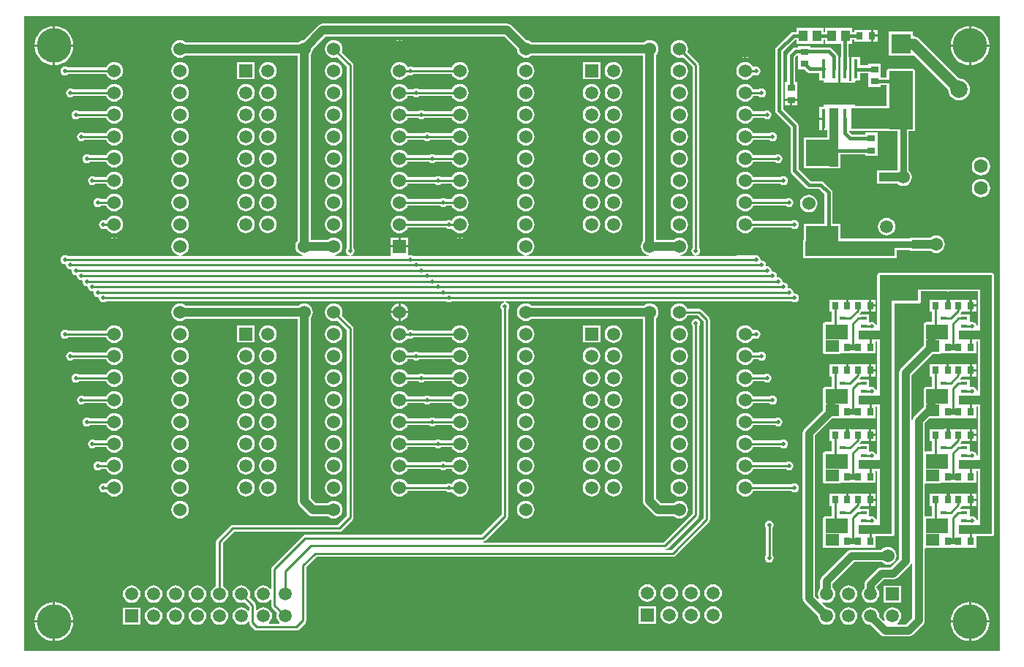
<source format=gtl>
%FSAX43Y43*%
%MOMM*%
G71*
G01*
G75*
G04 Layer_Physical_Order=1*
G04 Layer_Color=255*
%ADD10R,2.540X1.016*%
%ADD11R,2.300X2.300*%
%ADD12R,0.800X0.900*%
%ADD13R,0.800X0.350*%
%ADD14R,0.450X2.200*%
%ADD15R,3.100X2.400*%
%ADD16R,0.900X0.800*%
%ADD17R,1.000X1.300*%
%ADD18R,3.683X3.048*%
%ADD19C,0.381*%
%ADD20C,0.254*%
%ADD21C,0.889*%
%ADD22C,0.762*%
%ADD23C,0.508*%
%ADD24C,1.016*%
%ADD25C,1.270*%
%ADD26R,4.318X2.921*%
%ADD27R,4.699X3.810*%
%ADD28R,1.270X1.270*%
%ADD29R,1.172X0.820*%
%ADD30R,1.016X1.016*%
%ADD31R,1.143X1.074*%
%ADD32R,1.001X1.074*%
%ADD33R,1.143X1.074*%
%ADD34R,3.302X2.159*%
%ADD35R,3.937X2.540*%
%ADD36R,2.032X2.032*%
%ADD37R,2.024X2.159*%
%ADD38R,2.032X2.159*%
%ADD39R,2.257X2.180*%
%ADD40R,2.794X2.794*%
%ADD41R,10.287X1.778*%
%ADD42R,10.287X1.651*%
%ADD43R,0.635X0.762*%
%ADD44R,2.591X1.778*%
%ADD45R,1.575X1.397*%
%ADD46R,2.540X1.016*%
%ADD47R,1.473X29.972*%
%ADD48R,2.540X1.778*%
%ADD49R,1.524X1.397*%
%ADD50R,1.397X29.972*%
%ADD51R,7.112X2.413*%
%ADD52R,2.794X6.731*%
%ADD53R,1.016X6.731*%
%ADD54C,0.508*%
%ADD55C,1.524*%
%ADD56C,1.016*%
%ADD57R,1.500X1.500*%
%ADD58C,1.500*%
%ADD59R,1.500X1.500*%
%ADD60C,4.000*%
%ADD61R,1.524X1.524*%
%ADD62R,2.000X2.000*%
%ADD63C,2.000*%
%ADD64C,1.600*%
%ADD65C,1.778*%
G36*
X0138677Y0046108D02*
X0025788D01*
Y0119627D01*
X0138677D01*
Y0046108D01*
D02*
G37*
%LPC*%
G36*
X0109220Y0076209D02*
X0108955Y0076174D01*
X0108708Y0076071D01*
X0108495Y0075909D01*
X0108333Y0075696D01*
X0108230Y0075449D01*
X0108195Y0075184D01*
X0108230Y0074919D01*
X0108333Y0074672D01*
X0108495Y0074459D01*
X0108708Y0074297D01*
X0108955Y0074194D01*
X0109220Y0074159D01*
X0109485Y0074194D01*
X0109732Y0074297D01*
X0109945Y0074459D01*
X0110107Y0074672D01*
X0110159Y0074796D01*
X0112062D01*
X0112197Y0074705D01*
X0112395Y0074666D01*
X0112593Y0074705D01*
X0112761Y0074818D01*
X0112874Y0074986D01*
X0112913Y0075184D01*
X0112874Y0075382D01*
X0112761Y0075550D01*
X0112593Y0075663D01*
X0112395Y0075702D01*
X0112197Y0075663D01*
X0112062Y0075572D01*
X0110159D01*
X0110107Y0075696D01*
X0109945Y0075909D01*
X0109732Y0076071D01*
X0109485Y0076174D01*
X0109220Y0076209D01*
D02*
G37*
G36*
X0093980Y0076222D02*
X0093718Y0076188D01*
X0093474Y0076086D01*
X0093264Y0075925D01*
X0093103Y0075716D01*
X0093002Y0075471D01*
X0092967Y0075209D01*
X0093002Y0074947D01*
X0093103Y0074703D01*
X0093264Y0074493D01*
X0093474Y0074332D01*
X0093718Y0074231D01*
X0093980Y0074197D01*
X0094242Y0074231D01*
X0094486Y0074332D01*
X0094696Y0074493D01*
X0094857Y0074703D01*
X0094958Y0074947D01*
X0094993Y0075209D01*
X0094958Y0075471D01*
X0094857Y0075716D01*
X0094696Y0075925D01*
X0094486Y0076086D01*
X0094242Y0076188D01*
X0093980Y0076222D01*
D02*
G37*
G36*
X0036195Y0076209D02*
X0035930Y0076174D01*
X0035683Y0076071D01*
X0035470Y0075909D01*
X0035308Y0075696D01*
X0035256Y0075572D01*
X0032718D01*
X0032583Y0075663D01*
X0032385Y0075702D01*
X0032187Y0075663D01*
X0032019Y0075550D01*
X0031906Y0075382D01*
X0031867Y0075184D01*
X0031906Y0074986D01*
X0032019Y0074818D01*
X0032187Y0074705D01*
X0032385Y0074666D01*
X0032583Y0074705D01*
X0032718Y0074796D01*
X0035256D01*
X0035308Y0074672D01*
X0035470Y0074459D01*
X0035683Y0074297D01*
X0035930Y0074194D01*
X0036195Y0074159D01*
X0036460Y0074194D01*
X0036707Y0074297D01*
X0036920Y0074459D01*
X0037082Y0074672D01*
X0037185Y0074919D01*
X0037220Y0075184D01*
X0037185Y0075449D01*
X0037082Y0075696D01*
X0036920Y0075909D01*
X0036707Y0076071D01*
X0036460Y0076174D01*
X0036195Y0076209D01*
D02*
G37*
G36*
X0043815Y0078749D02*
X0043550Y0078714D01*
X0043303Y0078611D01*
X0043090Y0078449D01*
X0042928Y0078236D01*
X0042825Y0077989D01*
X0042790Y0077724D01*
X0042825Y0077459D01*
X0042928Y0077212D01*
X0043090Y0076999D01*
X0043303Y0076837D01*
X0043550Y0076734D01*
X0043815Y0076699D01*
X0044080Y0076734D01*
X0044327Y0076837D01*
X0044540Y0076999D01*
X0044702Y0077212D01*
X0044805Y0077459D01*
X0044840Y0077724D01*
X0044805Y0077989D01*
X0044702Y0078236D01*
X0044540Y0078449D01*
X0044327Y0078611D01*
X0044080Y0078714D01*
X0043815Y0078749D01*
D02*
G37*
G36*
X0076200Y0076209D02*
X0075935Y0076174D01*
X0075688Y0076071D01*
X0075475Y0075909D01*
X0075313Y0075696D01*
X0075261Y0075572D01*
X0072723D01*
X0072588Y0075663D01*
X0072390Y0075702D01*
X0072192Y0075663D01*
X0072057Y0075572D01*
X0070154D01*
X0070102Y0075696D01*
X0069940Y0075909D01*
X0069727Y0076071D01*
X0069480Y0076174D01*
X0069215Y0076209D01*
X0068950Y0076174D01*
X0068703Y0076071D01*
X0068490Y0075909D01*
X0068328Y0075696D01*
X0068225Y0075449D01*
X0068190Y0075184D01*
X0068225Y0074919D01*
X0068328Y0074672D01*
X0068490Y0074459D01*
X0068703Y0074297D01*
X0068950Y0074194D01*
X0069215Y0074159D01*
X0069480Y0074194D01*
X0069727Y0074297D01*
X0069940Y0074459D01*
X0070102Y0074672D01*
X0070154Y0074796D01*
X0072057D01*
X0072192Y0074705D01*
X0072390Y0074666D01*
X0072588Y0074705D01*
X0072723Y0074796D01*
X0075261D01*
X0075313Y0074672D01*
X0075475Y0074459D01*
X0075688Y0074297D01*
X0075935Y0074194D01*
X0076200Y0074159D01*
X0076465Y0074194D01*
X0076712Y0074297D01*
X0076925Y0074459D01*
X0077087Y0074672D01*
X0077190Y0074919D01*
X0077225Y0075184D01*
X0077190Y0075449D01*
X0077087Y0075696D01*
X0076925Y0075909D01*
X0076712Y0076071D01*
X0076465Y0076174D01*
X0076200Y0076209D01*
D02*
G37*
G36*
X0101600D02*
X0101335Y0076174D01*
X0101088Y0076071D01*
X0100875Y0075909D01*
X0100713Y0075696D01*
X0100610Y0075449D01*
X0100575Y0075184D01*
X0100610Y0074919D01*
X0100713Y0074672D01*
X0100875Y0074459D01*
X0101088Y0074297D01*
X0101335Y0074194D01*
X0101600Y0074159D01*
X0101865Y0074194D01*
X0102112Y0074297D01*
X0102325Y0074459D01*
X0102487Y0074672D01*
X0102590Y0074919D01*
X0102625Y0075184D01*
X0102590Y0075449D01*
X0102487Y0075696D01*
X0102325Y0075909D01*
X0102112Y0076071D01*
X0101865Y0076174D01*
X0101600Y0076209D01*
D02*
G37*
G36*
X0083820D02*
X0083555Y0076174D01*
X0083308Y0076071D01*
X0083095Y0075909D01*
X0082933Y0075696D01*
X0082830Y0075449D01*
X0082795Y0075184D01*
X0082830Y0074919D01*
X0082933Y0074672D01*
X0083095Y0074459D01*
X0083308Y0074297D01*
X0083555Y0074194D01*
X0083820Y0074159D01*
X0084085Y0074194D01*
X0084332Y0074297D01*
X0084545Y0074459D01*
X0084707Y0074672D01*
X0084810Y0074919D01*
X0084845Y0075184D01*
X0084810Y0075449D01*
X0084707Y0075696D01*
X0084545Y0075909D01*
X0084332Y0076071D01*
X0084085Y0076174D01*
X0083820Y0076209D01*
D02*
G37*
G36*
X0051435Y0076222D02*
X0051173Y0076188D01*
X0050929Y0076086D01*
X0050719Y0075925D01*
X0050558Y0075716D01*
X0050457Y0075471D01*
X0050422Y0075209D01*
X0050457Y0074947D01*
X0050558Y0074703D01*
X0050719Y0074493D01*
X0050929Y0074332D01*
X0051173Y0074231D01*
X0051435Y0074197D01*
X0051697Y0074231D01*
X0051941Y0074332D01*
X0052151Y0074493D01*
X0052312Y0074703D01*
X0052413Y0074947D01*
X0052448Y0075209D01*
X0052413Y0075471D01*
X0052312Y0075716D01*
X0052151Y0075925D01*
X0051941Y0076086D01*
X0051697Y0076188D01*
X0051435Y0076222D01*
D02*
G37*
G36*
X0091440D02*
X0091178Y0076188D01*
X0090934Y0076086D01*
X0090724Y0075925D01*
X0090563Y0075716D01*
X0090462Y0075471D01*
X0090427Y0075209D01*
X0090462Y0074947D01*
X0090563Y0074703D01*
X0090724Y0074493D01*
X0090934Y0074332D01*
X0091178Y0074231D01*
X0091440Y0074197D01*
X0091702Y0074231D01*
X0091946Y0074332D01*
X0092156Y0074493D01*
X0092317Y0074703D01*
X0092418Y0074947D01*
X0092453Y0075209D01*
X0092418Y0075471D01*
X0092317Y0075716D01*
X0092156Y0075925D01*
X0091946Y0076086D01*
X0091702Y0076188D01*
X0091440Y0076222D01*
D02*
G37*
G36*
X0053975D02*
X0053713Y0076188D01*
X0053469Y0076086D01*
X0053259Y0075925D01*
X0053098Y0075716D01*
X0052997Y0075471D01*
X0052962Y0075209D01*
X0052997Y0074947D01*
X0053098Y0074703D01*
X0053259Y0074493D01*
X0053469Y0074332D01*
X0053713Y0074231D01*
X0053975Y0074197D01*
X0054237Y0074231D01*
X0054481Y0074332D01*
X0054691Y0074493D01*
X0054852Y0074703D01*
X0054953Y0074947D01*
X0054988Y0075209D01*
X0054953Y0075471D01*
X0054852Y0075716D01*
X0054691Y0075925D01*
X0054481Y0076086D01*
X0054237Y0076188D01*
X0053975Y0076222D01*
D02*
G37*
G36*
X0093980Y0078762D02*
X0093718Y0078728D01*
X0093474Y0078626D01*
X0093264Y0078465D01*
X0093103Y0078256D01*
X0093002Y0078011D01*
X0092967Y0077749D01*
X0093002Y0077487D01*
X0093103Y0077243D01*
X0093264Y0077033D01*
X0093474Y0076872D01*
X0093718Y0076771D01*
X0093980Y0076737D01*
X0094242Y0076771D01*
X0094486Y0076872D01*
X0094696Y0077033D01*
X0094857Y0077243D01*
X0094958Y0077487D01*
X0094993Y0077749D01*
X0094958Y0078011D01*
X0094857Y0078256D01*
X0094696Y0078465D01*
X0094486Y0078626D01*
X0094242Y0078728D01*
X0093980Y0078762D01*
D02*
G37*
G36*
X0091440D02*
X0091178Y0078728D01*
X0090934Y0078626D01*
X0090724Y0078465D01*
X0090563Y0078256D01*
X0090462Y0078011D01*
X0090427Y0077749D01*
X0090462Y0077487D01*
X0090563Y0077243D01*
X0090724Y0077033D01*
X0090934Y0076872D01*
X0091178Y0076771D01*
X0091440Y0076737D01*
X0091702Y0076771D01*
X0091946Y0076872D01*
X0092156Y0077033D01*
X0092317Y0077243D01*
X0092418Y0077487D01*
X0092453Y0077749D01*
X0092418Y0078011D01*
X0092317Y0078256D01*
X0092156Y0078465D01*
X0091946Y0078626D01*
X0091702Y0078728D01*
X0091440Y0078762D01*
D02*
G37*
G36*
X0109220Y0078749D02*
X0108955Y0078714D01*
X0108708Y0078611D01*
X0108495Y0078449D01*
X0108333Y0078236D01*
X0108230Y0077989D01*
X0108195Y0077724D01*
X0108230Y0077459D01*
X0108333Y0077212D01*
X0108495Y0076999D01*
X0108708Y0076837D01*
X0108955Y0076734D01*
X0109220Y0076699D01*
X0109485Y0076734D01*
X0109732Y0076837D01*
X0109945Y0076999D01*
X0110107Y0077212D01*
X0110159Y0077336D01*
X0111427D01*
X0111562Y0077245D01*
X0111760Y0077206D01*
X0111958Y0077245D01*
X0112126Y0077358D01*
X0112239Y0077526D01*
X0112278Y0077724D01*
X0112239Y0077922D01*
X0112126Y0078090D01*
X0111958Y0078203D01*
X0111760Y0078242D01*
X0111562Y0078203D01*
X0111427Y0078112D01*
X0110159D01*
X0110107Y0078236D01*
X0109945Y0078449D01*
X0109732Y0078611D01*
X0109485Y0078714D01*
X0109220Y0078749D01*
D02*
G37*
G36*
X0036195D02*
X0035930Y0078714D01*
X0035683Y0078611D01*
X0035470Y0078449D01*
X0035308Y0078236D01*
X0035256Y0078112D01*
X0032083D01*
X0031948Y0078203D01*
X0031750Y0078242D01*
X0031552Y0078203D01*
X0031384Y0078090D01*
X0031271Y0077922D01*
X0031232Y0077724D01*
X0031271Y0077526D01*
X0031384Y0077358D01*
X0031552Y0077245D01*
X0031750Y0077206D01*
X0031948Y0077245D01*
X0032083Y0077336D01*
X0035256D01*
X0035308Y0077212D01*
X0035470Y0076999D01*
X0035683Y0076837D01*
X0035930Y0076734D01*
X0036195Y0076699D01*
X0036460Y0076734D01*
X0036707Y0076837D01*
X0036920Y0076999D01*
X0037082Y0077212D01*
X0037185Y0077459D01*
X0037220Y0077724D01*
X0037185Y0077989D01*
X0037082Y0078236D01*
X0036920Y0078449D01*
X0036707Y0078611D01*
X0036460Y0078714D01*
X0036195Y0078749D01*
D02*
G37*
G36*
X0124341Y0078486D02*
X0123814D01*
Y0077909D01*
X0124341D01*
Y0078486D01*
D02*
G37*
G36*
X0083820Y0078749D02*
X0083555Y0078714D01*
X0083308Y0078611D01*
X0083095Y0078449D01*
X0082933Y0078236D01*
X0082830Y0077989D01*
X0082795Y0077724D01*
X0082830Y0077459D01*
X0082933Y0077212D01*
X0083095Y0076999D01*
X0083308Y0076837D01*
X0083555Y0076734D01*
X0083820Y0076699D01*
X0084085Y0076734D01*
X0084332Y0076837D01*
X0084545Y0076999D01*
X0084707Y0077212D01*
X0084810Y0077459D01*
X0084845Y0077724D01*
X0084810Y0077989D01*
X0084707Y0078236D01*
X0084545Y0078449D01*
X0084332Y0078611D01*
X0084085Y0078714D01*
X0083820Y0078749D01*
D02*
G37*
G36*
X0061595D02*
X0061330Y0078714D01*
X0061083Y0078611D01*
X0060870Y0078449D01*
X0060708Y0078236D01*
X0060605Y0077989D01*
X0060570Y0077724D01*
X0060605Y0077459D01*
X0060708Y0077212D01*
X0060870Y0076999D01*
X0061083Y0076837D01*
X0061330Y0076734D01*
X0061595Y0076699D01*
X0061860Y0076734D01*
X0062107Y0076837D01*
X0062320Y0076999D01*
X0062482Y0077212D01*
X0062585Y0077459D01*
X0062620Y0077724D01*
X0062585Y0077989D01*
X0062482Y0078236D01*
X0062320Y0078449D01*
X0062107Y0078611D01*
X0061860Y0078714D01*
X0061595Y0078749D01*
D02*
G37*
G36*
X0101600D02*
X0101335Y0078714D01*
X0101088Y0078611D01*
X0100875Y0078449D01*
X0100713Y0078236D01*
X0100610Y0077989D01*
X0100575Y0077724D01*
X0100610Y0077459D01*
X0100713Y0077212D01*
X0100875Y0076999D01*
X0101088Y0076837D01*
X0101335Y0076734D01*
X0101600Y0076699D01*
X0101865Y0076734D01*
X0102112Y0076837D01*
X0102325Y0076999D01*
X0102487Y0077212D01*
X0102590Y0077459D01*
X0102625Y0077724D01*
X0102590Y0077989D01*
X0102487Y0078236D01*
X0102325Y0078449D01*
X0102112Y0078611D01*
X0101865Y0078714D01*
X0101600Y0078749D01*
D02*
G37*
G36*
X0053975Y0078762D02*
X0053713Y0078728D01*
X0053469Y0078626D01*
X0053259Y0078465D01*
X0053098Y0078256D01*
X0052997Y0078011D01*
X0052962Y0077749D01*
X0052997Y0077487D01*
X0053098Y0077243D01*
X0053259Y0077033D01*
X0053469Y0076872D01*
X0053713Y0076771D01*
X0053975Y0076737D01*
X0054237Y0076771D01*
X0054481Y0076872D01*
X0054691Y0077033D01*
X0054852Y0077243D01*
X0054953Y0077487D01*
X0054988Y0077749D01*
X0054953Y0078011D01*
X0054852Y0078256D01*
X0054691Y0078465D01*
X0054481Y0078626D01*
X0054237Y0078728D01*
X0053975Y0078762D01*
D02*
G37*
G36*
X0051435D02*
X0051173Y0078728D01*
X0050929Y0078626D01*
X0050719Y0078465D01*
X0050558Y0078256D01*
X0050457Y0078011D01*
X0050422Y0077749D01*
X0050457Y0077487D01*
X0050558Y0077243D01*
X0050719Y0077033D01*
X0050929Y0076872D01*
X0051173Y0076771D01*
X0051435Y0076737D01*
X0051697Y0076771D01*
X0051941Y0076872D01*
X0052151Y0077033D01*
X0052312Y0077243D01*
X0052413Y0077487D01*
X0052448Y0077749D01*
X0052413Y0078011D01*
X0052312Y0078256D01*
X0052151Y0078465D01*
X0051941Y0078626D01*
X0051697Y0078728D01*
X0051435Y0078762D01*
D02*
G37*
G36*
X0061595Y0073669D02*
X0061330Y0073634D01*
X0061083Y0073531D01*
X0060870Y0073369D01*
X0060708Y0073156D01*
X0060605Y0072909D01*
X0060570Y0072644D01*
X0060605Y0072379D01*
X0060708Y0072132D01*
X0060870Y0071919D01*
X0061083Y0071757D01*
X0061330Y0071654D01*
X0061595Y0071619D01*
X0061860Y0071654D01*
X0062107Y0071757D01*
X0062320Y0071919D01*
X0062482Y0072132D01*
X0062585Y0072379D01*
X0062620Y0072644D01*
X0062585Y0072909D01*
X0062482Y0073156D01*
X0062320Y0073369D01*
X0062107Y0073531D01*
X0061860Y0073634D01*
X0061595Y0073669D01*
D02*
G37*
G36*
X0043815D02*
X0043550Y0073634D01*
X0043303Y0073531D01*
X0043090Y0073369D01*
X0042928Y0073156D01*
X0042825Y0072909D01*
X0042790Y0072644D01*
X0042825Y0072379D01*
X0042928Y0072132D01*
X0043090Y0071919D01*
X0043303Y0071757D01*
X0043550Y0071654D01*
X0043815Y0071619D01*
X0044080Y0071654D01*
X0044327Y0071757D01*
X0044540Y0071919D01*
X0044702Y0072132D01*
X0044805Y0072379D01*
X0044840Y0072644D01*
X0044805Y0072909D01*
X0044702Y0073156D01*
X0044540Y0073369D01*
X0044327Y0073531D01*
X0044080Y0073634D01*
X0043815Y0073669D01*
D02*
G37*
G36*
X0083820D02*
X0083555Y0073634D01*
X0083308Y0073531D01*
X0083095Y0073369D01*
X0082933Y0073156D01*
X0082830Y0072909D01*
X0082795Y0072644D01*
X0082830Y0072379D01*
X0082933Y0072132D01*
X0083095Y0071919D01*
X0083308Y0071757D01*
X0083555Y0071654D01*
X0083820Y0071619D01*
X0084085Y0071654D01*
X0084332Y0071757D01*
X0084545Y0071919D01*
X0084707Y0072132D01*
X0084810Y0072379D01*
X0084845Y0072644D01*
X0084810Y0072909D01*
X0084707Y0073156D01*
X0084545Y0073369D01*
X0084332Y0073531D01*
X0084085Y0073634D01*
X0083820Y0073669D01*
D02*
G37*
G36*
X0051435Y0073682D02*
X0051173Y0073648D01*
X0050929Y0073546D01*
X0050719Y0073385D01*
X0050558Y0073176D01*
X0050457Y0072932D01*
X0050422Y0072669D01*
X0050457Y0072407D01*
X0050558Y0072163D01*
X0050719Y0071953D01*
X0050929Y0071792D01*
X0051173Y0071691D01*
X0051435Y0071657D01*
X0051697Y0071691D01*
X0051941Y0071792D01*
X0052151Y0071953D01*
X0052312Y0072163D01*
X0052413Y0072407D01*
X0052448Y0072669D01*
X0052413Y0072932D01*
X0052312Y0073176D01*
X0052151Y0073385D01*
X0051941Y0073546D01*
X0051697Y0073648D01*
X0051435Y0073682D01*
D02*
G37*
G36*
X0101600Y0073669D02*
X0101335Y0073634D01*
X0101088Y0073531D01*
X0100875Y0073369D01*
X0100713Y0073156D01*
X0100610Y0072909D01*
X0100575Y0072644D01*
X0100610Y0072379D01*
X0100713Y0072132D01*
X0100875Y0071919D01*
X0101088Y0071757D01*
X0101335Y0071654D01*
X0101600Y0071619D01*
X0101865Y0071654D01*
X0102112Y0071757D01*
X0102325Y0071919D01*
X0102487Y0072132D01*
X0102590Y0072379D01*
X0102625Y0072644D01*
X0102590Y0072909D01*
X0102487Y0073156D01*
X0102325Y0073369D01*
X0102112Y0073531D01*
X0101865Y0073634D01*
X0101600Y0073669D01*
D02*
G37*
G36*
X0124341Y0070993D02*
X0123814D01*
Y0070416D01*
X0124341D01*
Y0070993D01*
D02*
G37*
G36*
X0109220Y0071129D02*
X0108955Y0071094D01*
X0108708Y0070991D01*
X0108495Y0070829D01*
X0108333Y0070616D01*
X0108230Y0070369D01*
X0108195Y0070104D01*
X0108230Y0069839D01*
X0108333Y0069592D01*
X0108495Y0069379D01*
X0108708Y0069217D01*
X0108955Y0069114D01*
X0109220Y0069079D01*
X0109485Y0069114D01*
X0109732Y0069217D01*
X0109945Y0069379D01*
X0110107Y0069592D01*
X0110159Y0069716D01*
X0113332D01*
X0113467Y0069625D01*
X0113665Y0069586D01*
X0113863Y0069625D01*
X0114031Y0069738D01*
X0114144Y0069906D01*
X0114183Y0070104D01*
X0114144Y0070302D01*
X0114031Y0070470D01*
X0113863Y0070583D01*
X0113665Y0070622D01*
X0113467Y0070583D01*
X0113332Y0070492D01*
X0110159D01*
X0110107Y0070616D01*
X0109945Y0070829D01*
X0109732Y0070991D01*
X0109485Y0071094D01*
X0109220Y0071129D01*
D02*
G37*
G36*
X0036195D02*
X0035930Y0071094D01*
X0035683Y0070991D01*
X0035470Y0070829D01*
X0035308Y0070616D01*
X0035256Y0070492D01*
X0033988D01*
X0033853Y0070583D01*
X0033655Y0070622D01*
X0033457Y0070583D01*
X0033289Y0070470D01*
X0033176Y0070302D01*
X0033137Y0070104D01*
X0033176Y0069906D01*
X0033289Y0069738D01*
X0033457Y0069625D01*
X0033655Y0069586D01*
X0033853Y0069625D01*
X0033988Y0069716D01*
X0035256D01*
X0035308Y0069592D01*
X0035470Y0069379D01*
X0035683Y0069217D01*
X0035930Y0069114D01*
X0036195Y0069079D01*
X0036460Y0069114D01*
X0036707Y0069217D01*
X0036920Y0069379D01*
X0037082Y0069592D01*
X0037185Y0069839D01*
X0037220Y0070104D01*
X0037185Y0070369D01*
X0037082Y0070616D01*
X0036920Y0070829D01*
X0036707Y0070991D01*
X0036460Y0071094D01*
X0036195Y0071129D01*
D02*
G37*
G36*
X0124341Y0071824D02*
X0123814D01*
Y0071247D01*
X0124341D01*
Y0071824D01*
D02*
G37*
G36*
X0076200Y0071129D02*
X0075935Y0071094D01*
X0075688Y0070991D01*
X0075475Y0070829D01*
X0075313Y0070616D01*
X0075261Y0070492D01*
X0073993D01*
X0073858Y0070583D01*
X0073660Y0070622D01*
X0073462Y0070583D01*
X0073327Y0070492D01*
X0070154D01*
X0070102Y0070616D01*
X0069940Y0070829D01*
X0069727Y0070991D01*
X0069480Y0071094D01*
X0069215Y0071129D01*
X0068950Y0071094D01*
X0068703Y0070991D01*
X0068490Y0070829D01*
X0068328Y0070616D01*
X0068225Y0070369D01*
X0068190Y0070104D01*
X0068225Y0069839D01*
X0068328Y0069592D01*
X0068490Y0069379D01*
X0068703Y0069217D01*
X0068950Y0069114D01*
X0069215Y0069079D01*
X0069480Y0069114D01*
X0069727Y0069217D01*
X0069940Y0069379D01*
X0070102Y0069592D01*
X0070154Y0069716D01*
X0073327D01*
X0073462Y0069625D01*
X0073660Y0069586D01*
X0073858Y0069625D01*
X0073993Y0069716D01*
X0075261D01*
X0075313Y0069592D01*
X0075475Y0069379D01*
X0075688Y0069217D01*
X0075935Y0069114D01*
X0076200Y0069079D01*
X0076465Y0069114D01*
X0076712Y0069217D01*
X0076925Y0069379D01*
X0077087Y0069592D01*
X0077190Y0069839D01*
X0077225Y0070104D01*
X0077190Y0070369D01*
X0077087Y0070616D01*
X0076925Y0070829D01*
X0076712Y0070991D01*
X0076465Y0071094D01*
X0076200Y0071129D01*
D02*
G37*
G36*
X0036195Y0073669D02*
X0035930Y0073634D01*
X0035683Y0073531D01*
X0035470Y0073369D01*
X0035308Y0073156D01*
X0035256Y0073032D01*
X0033353D01*
X0033218Y0073123D01*
X0033020Y0073162D01*
X0032822Y0073123D01*
X0032654Y0073010D01*
X0032541Y0072842D01*
X0032502Y0072644D01*
X0032541Y0072446D01*
X0032654Y0072278D01*
X0032822Y0072165D01*
X0033020Y0072126D01*
X0033218Y0072165D01*
X0033353Y0072256D01*
X0035256D01*
X0035308Y0072132D01*
X0035470Y0071919D01*
X0035683Y0071757D01*
X0035930Y0071654D01*
X0036195Y0071619D01*
X0036460Y0071654D01*
X0036707Y0071757D01*
X0036920Y0071919D01*
X0037082Y0072132D01*
X0037185Y0072379D01*
X0037220Y0072644D01*
X0037185Y0072909D01*
X0037082Y0073156D01*
X0036920Y0073369D01*
X0036707Y0073531D01*
X0036460Y0073634D01*
X0036195Y0073669D01*
D02*
G37*
G36*
X0121158Y0072883D02*
Y0072517D01*
X0121524D01*
X0121510Y0072588D01*
X0121397Y0072756D01*
X0121229Y0072869D01*
X0121158Y0072883D01*
D02*
G37*
G36*
X0076200Y0073669D02*
X0075935Y0073634D01*
X0075688Y0073531D01*
X0075475Y0073369D01*
X0075313Y0073156D01*
X0075261Y0073032D01*
X0073358D01*
X0073223Y0073123D01*
X0073025Y0073162D01*
X0072827Y0073123D01*
X0072692Y0073032D01*
X0070154D01*
X0070102Y0073156D01*
X0069940Y0073369D01*
X0069727Y0073531D01*
X0069480Y0073634D01*
X0069215Y0073669D01*
X0068950Y0073634D01*
X0068703Y0073531D01*
X0068490Y0073369D01*
X0068328Y0073156D01*
X0068225Y0072909D01*
X0068190Y0072644D01*
X0068225Y0072379D01*
X0068328Y0072132D01*
X0068490Y0071919D01*
X0068703Y0071757D01*
X0068950Y0071654D01*
X0069215Y0071619D01*
X0069480Y0071654D01*
X0069727Y0071757D01*
X0069940Y0071919D01*
X0070102Y0072132D01*
X0070154Y0072256D01*
X0072692D01*
X0072827Y0072165D01*
X0073025Y0072126D01*
X0073223Y0072165D01*
X0073358Y0072256D01*
X0075261D01*
X0075313Y0072132D01*
X0075475Y0071919D01*
X0075688Y0071757D01*
X0075935Y0071654D01*
X0076200Y0071619D01*
X0076465Y0071654D01*
X0076712Y0071757D01*
X0076925Y0071919D01*
X0077087Y0072132D01*
X0077190Y0072379D01*
X0077225Y0072644D01*
X0077190Y0072909D01*
X0077087Y0073156D01*
X0076925Y0073369D01*
X0076712Y0073531D01*
X0076465Y0073634D01*
X0076200Y0073669D01*
D02*
G37*
G36*
X0061595Y0076209D02*
X0061330Y0076174D01*
X0061083Y0076071D01*
X0060870Y0075909D01*
X0060708Y0075696D01*
X0060605Y0075449D01*
X0060570Y0075184D01*
X0060605Y0074919D01*
X0060708Y0074672D01*
X0060870Y0074459D01*
X0061083Y0074297D01*
X0061330Y0074194D01*
X0061595Y0074159D01*
X0061860Y0074194D01*
X0062107Y0074297D01*
X0062320Y0074459D01*
X0062482Y0074672D01*
X0062585Y0074919D01*
X0062620Y0075184D01*
X0062585Y0075449D01*
X0062482Y0075696D01*
X0062320Y0075909D01*
X0062107Y0076071D01*
X0061860Y0076174D01*
X0061595Y0076209D01*
D02*
G37*
G36*
X0043815D02*
X0043550Y0076174D01*
X0043303Y0076071D01*
X0043090Y0075909D01*
X0042928Y0075696D01*
X0042825Y0075449D01*
X0042790Y0075184D01*
X0042825Y0074919D01*
X0042928Y0074672D01*
X0043090Y0074459D01*
X0043303Y0074297D01*
X0043550Y0074194D01*
X0043815Y0074159D01*
X0044080Y0074194D01*
X0044327Y0074297D01*
X0044540Y0074459D01*
X0044702Y0074672D01*
X0044805Y0074919D01*
X0044840Y0075184D01*
X0044805Y0075449D01*
X0044702Y0075696D01*
X0044540Y0075909D01*
X0044327Y0076071D01*
X0044080Y0076174D01*
X0043815Y0076209D01*
D02*
G37*
G36*
X0091440Y0073682D02*
X0091178Y0073648D01*
X0090934Y0073546D01*
X0090724Y0073385D01*
X0090563Y0073176D01*
X0090462Y0072932D01*
X0090427Y0072669D01*
X0090462Y0072407D01*
X0090563Y0072163D01*
X0090724Y0071953D01*
X0090934Y0071792D01*
X0091178Y0071691D01*
X0091440Y0071657D01*
X0091702Y0071691D01*
X0091946Y0071792D01*
X0092156Y0071953D01*
X0092317Y0072163D01*
X0092418Y0072407D01*
X0092453Y0072669D01*
X0092418Y0072932D01*
X0092317Y0073176D01*
X0092156Y0073385D01*
X0091946Y0073546D01*
X0091702Y0073648D01*
X0091440Y0073682D01*
D02*
G37*
G36*
X0053975D02*
X0053713Y0073648D01*
X0053469Y0073546D01*
X0053259Y0073385D01*
X0053098Y0073176D01*
X0052997Y0072932D01*
X0052962Y0072669D01*
X0052997Y0072407D01*
X0053098Y0072163D01*
X0053259Y0071953D01*
X0053469Y0071792D01*
X0053713Y0071691D01*
X0053975Y0071657D01*
X0054237Y0071691D01*
X0054481Y0071792D01*
X0054691Y0071953D01*
X0054852Y0072163D01*
X0054953Y0072407D01*
X0054988Y0072669D01*
X0054953Y0072932D01*
X0054852Y0073176D01*
X0054691Y0073385D01*
X0054481Y0073546D01*
X0054237Y0073648D01*
X0053975Y0073682D01*
D02*
G37*
G36*
X0093980D02*
X0093718Y0073648D01*
X0093474Y0073546D01*
X0093264Y0073385D01*
X0093103Y0073176D01*
X0093002Y0072932D01*
X0092967Y0072669D01*
X0093002Y0072407D01*
X0093103Y0072163D01*
X0093264Y0071953D01*
X0093474Y0071792D01*
X0093718Y0071691D01*
X0093980Y0071657D01*
X0094242Y0071691D01*
X0094486Y0071792D01*
X0094696Y0071953D01*
X0094857Y0072163D01*
X0094958Y0072407D01*
X0094993Y0072669D01*
X0094958Y0072932D01*
X0094857Y0073176D01*
X0094696Y0073385D01*
X0094486Y0073546D01*
X0094242Y0073648D01*
X0093980Y0073682D01*
D02*
G37*
G36*
X0120904Y0072883D02*
X0120833Y0072869D01*
X0120665Y0072756D01*
X0120552Y0072588D01*
X0120538Y0072517D01*
X0120904D01*
Y0072883D01*
D02*
G37*
G36*
X0109220Y0073669D02*
X0108955Y0073634D01*
X0108708Y0073531D01*
X0108495Y0073369D01*
X0108333Y0073156D01*
X0108230Y0072909D01*
X0108195Y0072644D01*
X0108230Y0072379D01*
X0108333Y0072132D01*
X0108495Y0071919D01*
X0108708Y0071757D01*
X0108955Y0071654D01*
X0109220Y0071619D01*
X0109485Y0071654D01*
X0109732Y0071757D01*
X0109945Y0071919D01*
X0110107Y0072132D01*
X0110159Y0072256D01*
X0112697D01*
X0112832Y0072165D01*
X0113030Y0072126D01*
X0113228Y0072165D01*
X0113396Y0072278D01*
X0113509Y0072446D01*
X0113548Y0072644D01*
X0113509Y0072842D01*
X0113396Y0073010D01*
X0113228Y0073123D01*
X0113030Y0073162D01*
X0112832Y0073123D01*
X0112697Y0073032D01*
X0110159D01*
X0110107Y0073156D01*
X0109945Y0073369D01*
X0109732Y0073531D01*
X0109485Y0073634D01*
X0109220Y0073669D01*
D02*
G37*
G36*
X0076073Y0085217D02*
X0075184D01*
Y0084328D01*
X0076073D01*
Y0085217D01*
D02*
G37*
G36*
X0037211D02*
X0036322D01*
Y0084328D01*
X0037211D01*
Y0085217D01*
D02*
G37*
G36*
X0077216D02*
X0076327D01*
Y0084328D01*
X0077216D01*
Y0085217D01*
D02*
G37*
G36*
X0070223D02*
X0069342D01*
Y0084336D01*
X0069480Y0084354D01*
X0069727Y0084457D01*
X0069940Y0084619D01*
X0070102Y0084832D01*
X0070205Y0085079D01*
X0070223Y0085217D01*
D02*
G37*
G36*
X0069088D02*
X0068207D01*
X0068225Y0085079D01*
X0068328Y0084832D01*
X0068490Y0084619D01*
X0068703Y0084457D01*
X0068950Y0084354D01*
X0069088Y0084336D01*
Y0085217D01*
D02*
G37*
G36*
X0109220Y0083829D02*
X0108955Y0083794D01*
X0108708Y0083691D01*
X0108495Y0083529D01*
X0108333Y0083316D01*
X0108230Y0083069D01*
X0108195Y0082804D01*
X0108230Y0082539D01*
X0108333Y0082292D01*
X0108495Y0082079D01*
X0108708Y0081917D01*
X0108955Y0081814D01*
X0109220Y0081779D01*
X0109485Y0081814D01*
X0109732Y0081917D01*
X0109945Y0082079D01*
X0110107Y0082292D01*
X0110120Y0082322D01*
X0110242Y0082359D01*
X0110292Y0082325D01*
X0110490Y0082286D01*
X0110688Y0082325D01*
X0110856Y0082438D01*
X0110969Y0082606D01*
X0111008Y0082804D01*
X0110969Y0083002D01*
X0110856Y0083170D01*
X0110688Y0083283D01*
X0110490Y0083322D01*
X0110292Y0083283D01*
X0110242Y0083249D01*
X0110120Y0083286D01*
X0110107Y0083316D01*
X0109945Y0083529D01*
X0109732Y0083691D01*
X0109485Y0083794D01*
X0109220Y0083829D01*
D02*
G37*
G36*
X0092444Y0083833D02*
X0090436D01*
Y0081825D01*
X0092444D01*
Y0083833D01*
D02*
G37*
G36*
X0036195Y0083829D02*
X0035930Y0083794D01*
X0035683Y0083691D01*
X0035470Y0083529D01*
X0035308Y0083316D01*
X0035256Y0083192D01*
X0030813D01*
X0030678Y0083283D01*
X0030480Y0083322D01*
X0030282Y0083283D01*
X0030114Y0083170D01*
X0030001Y0083002D01*
X0029962Y0082804D01*
X0030001Y0082606D01*
X0030114Y0082438D01*
X0030282Y0082325D01*
X0030480Y0082286D01*
X0030678Y0082325D01*
X0030813Y0082416D01*
X0035256D01*
X0035308Y0082292D01*
X0035470Y0082079D01*
X0035683Y0081917D01*
X0035930Y0081814D01*
X0036195Y0081779D01*
X0036460Y0081814D01*
X0036707Y0081917D01*
X0036920Y0082079D01*
X0037082Y0082292D01*
X0037185Y0082539D01*
X0037220Y0082804D01*
X0037185Y0083069D01*
X0037082Y0083316D01*
X0036920Y0083529D01*
X0036707Y0083691D01*
X0036460Y0083794D01*
X0036195Y0083829D01*
D02*
G37*
G36*
X0036068Y0085217D02*
X0035179D01*
Y0084328D01*
X0036068D01*
Y0085217D01*
D02*
G37*
G36*
X0076200Y0083829D02*
X0075935Y0083794D01*
X0075688Y0083691D01*
X0075475Y0083529D01*
X0075313Y0083316D01*
X0075261Y0083192D01*
X0070818D01*
X0070683Y0083283D01*
X0070485Y0083322D01*
X0070287Y0083283D01*
X0070237Y0083249D01*
X0070115Y0083286D01*
X0070102Y0083316D01*
X0069940Y0083529D01*
X0069727Y0083691D01*
X0069480Y0083794D01*
X0069215Y0083829D01*
X0068950Y0083794D01*
X0068703Y0083691D01*
X0068490Y0083529D01*
X0068328Y0083316D01*
X0068225Y0083069D01*
X0068190Y0082804D01*
X0068225Y0082539D01*
X0068328Y0082292D01*
X0068490Y0082079D01*
X0068703Y0081917D01*
X0068950Y0081814D01*
X0069215Y0081779D01*
X0069480Y0081814D01*
X0069727Y0081917D01*
X0069940Y0082079D01*
X0070102Y0082292D01*
X0070115Y0082322D01*
X0070237Y0082359D01*
X0070287Y0082325D01*
X0070485Y0082286D01*
X0070683Y0082325D01*
X0070818Y0082416D01*
X0075261D01*
X0075313Y0082292D01*
X0075475Y0082079D01*
X0075688Y0081917D01*
X0075935Y0081814D01*
X0076200Y0081779D01*
X0076465Y0081814D01*
X0076712Y0081917D01*
X0076925Y0082079D01*
X0077087Y0082292D01*
X0077190Y0082539D01*
X0077225Y0082804D01*
X0077190Y0083069D01*
X0077087Y0083316D01*
X0076925Y0083529D01*
X0076712Y0083691D01*
X0076465Y0083794D01*
X0076200Y0083829D01*
D02*
G37*
G36*
X0037211Y0086360D02*
X0036322D01*
Y0085471D01*
X0037211D01*
Y0086360D01*
D02*
G37*
G36*
X0036068D02*
X0035179D01*
Y0085471D01*
X0036068D01*
Y0086360D01*
D02*
G37*
G36*
X0069088Y0086352D02*
X0068950Y0086334D01*
X0068703Y0086231D01*
X0068490Y0086069D01*
X0068328Y0085856D01*
X0068225Y0085609D01*
X0068207Y0085471D01*
X0069088D01*
Y0086352D01*
D02*
G37*
G36*
X0076073Y0086360D02*
X0075184D01*
Y0085471D01*
X0076073D01*
Y0086360D01*
D02*
G37*
G36*
X0069342Y0086352D02*
Y0085471D01*
X0070223D01*
X0070205Y0085609D01*
X0070102Y0085856D01*
X0069940Y0086069D01*
X0069727Y0086231D01*
X0069480Y0086334D01*
X0069342Y0086352D01*
D02*
G37*
G36*
X0110228Y0085217D02*
X0109347D01*
Y0084336D01*
X0109485Y0084354D01*
X0109732Y0084457D01*
X0109945Y0084619D01*
X0110107Y0084832D01*
X0110210Y0085079D01*
X0110228Y0085217D01*
D02*
G37*
G36*
X0109093D02*
X0108212D01*
X0108230Y0085079D01*
X0108333Y0084832D01*
X0108495Y0084619D01*
X0108708Y0084457D01*
X0108955Y0084354D01*
X0109093Y0084336D01*
Y0085217D01*
D02*
G37*
G36*
X0137795Y0089921D02*
X0124765D01*
X0124666Y0089901D01*
X0124582Y0089845D01*
X0124526Y0089761D01*
X0124506Y0089662D01*
Y0083777D01*
X0124379Y0083765D01*
X0124354Y0083891D01*
X0124242Y0084059D01*
X0124074Y0084172D01*
X0123876Y0084211D01*
X0123688Y0084174D01*
X0123662Y0084195D01*
X0123590Y0084303D01*
Y0085062D01*
X0122531D01*
X0122482Y0085179D01*
X0122561Y0085258D01*
X0122603Y0085321D01*
X0122646Y0085384D01*
Y0085384D01*
X0122646Y0085384D01*
X0122649Y0085402D01*
X0122941D01*
Y0085402D01*
X0122941D01*
X0122941Y0085402D01*
X0123033D01*
Y0085402D01*
X0123560D01*
Y0086106D01*
Y0086810D01*
X0123033D01*
D01*
D01*
X0123033Y0086810D01*
X0122941D01*
Y0086810D01*
X0121147D01*
Y0086106D01*
X0120893D01*
Y0086810D01*
X0120366D01*
D01*
D01*
X0120366Y0086810D01*
X0120274D01*
Y0086810D01*
X0118966D01*
Y0085402D01*
X0119231D01*
Y0084206D01*
X0118491D01*
X0118392Y0084186D01*
X0118308Y0084130D01*
X0118252Y0084046D01*
X0118232Y0083947D01*
Y0082169D01*
Y0080772D01*
X0118252Y0080673D01*
X0118308Y0080589D01*
X0118392Y0080533D01*
X0118491Y0080513D01*
X0120066D01*
X0120165Y0080533D01*
X0120230Y0080576D01*
X0120274D01*
Y0080576D01*
X0120274D01*
X0120274Y0080576D01*
X0120366D01*
Y0080576D01*
X0122941D01*
Y0080576D01*
X0122941D01*
X0122941Y0080576D01*
X0123033D01*
Y0080576D01*
X0124341D01*
Y0081910D01*
X0124506D01*
Y0076284D01*
X0124379Y0076272D01*
X0124354Y0076398D01*
X0124242Y0076566D01*
X0124074Y0076679D01*
X0123876Y0076718D01*
X0123688Y0076681D01*
X0123662Y0076702D01*
X0123590Y0076810D01*
Y0077569D01*
X0122531D01*
X0122482Y0077686D01*
X0122561Y0077765D01*
X0122603Y0077828D01*
X0122646Y0077891D01*
Y0077891D01*
X0122646Y0077891D01*
X0122649Y0077909D01*
X0122941D01*
Y0077909D01*
X0122941D01*
X0122941Y0077909D01*
X0123033D01*
Y0077909D01*
X0123560D01*
Y0078613D01*
Y0079317D01*
X0123033D01*
D01*
D01*
X0123033Y0079317D01*
X0122941D01*
Y0079317D01*
X0121147D01*
Y0078613D01*
X0120893D01*
Y0079317D01*
X0120366D01*
D01*
D01*
X0120366Y0079317D01*
X0120274D01*
Y0079317D01*
X0118966D01*
Y0077909D01*
X0119231D01*
Y0076713D01*
X0118491D01*
X0118392Y0076693D01*
X0118308Y0076637D01*
X0118252Y0076553D01*
X0118232Y0076454D01*
Y0074676D01*
Y0074016D01*
X0116088Y0071872D01*
X0115976Y0071726D01*
X0115947Y0071656D01*
X0115905Y0071556D01*
X0115881Y0071374D01*
Y0052222D01*
X0115905Y0052040D01*
X0115947Y0051941D01*
X0115976Y0051870D01*
X0116088Y0051724D01*
X0117633Y0050179D01*
X0117631Y0050165D01*
X0117665Y0049903D01*
X0117766Y0049659D01*
X0117927Y0049449D01*
X0118137Y0049288D01*
X0118381Y0049187D01*
X0118643Y0049152D01*
X0118906Y0049187D01*
X0119150Y0049288D01*
X0119359Y0049449D01*
X0119520Y0049659D01*
X0119622Y0049903D01*
X0119656Y0050165D01*
X0119622Y0050427D01*
X0119520Y0050671D01*
X0119359Y0050881D01*
X0119150Y0051042D01*
X0118906Y0051143D01*
X0118643Y0051178D01*
X0118629Y0051176D01*
X0118094Y0051711D01*
X0118164Y0051817D01*
X0118381Y0051727D01*
X0118643Y0051692D01*
X0118906Y0051727D01*
X0119150Y0051828D01*
X0119359Y0051989D01*
X0119520Y0052199D01*
X0119622Y0052443D01*
X0119656Y0052705D01*
X0119622Y0052967D01*
X0119520Y0053211D01*
X0119359Y0053421D01*
X0119323Y0053449D01*
Y0053937D01*
X0121831Y0056445D01*
X0124990D01*
X0125005Y0056425D01*
X0125218Y0056263D01*
X0125465Y0056160D01*
X0125730Y0056125D01*
X0125995Y0056160D01*
X0126242Y0056263D01*
X0126455Y0056425D01*
X0126617Y0056638D01*
X0126720Y0056885D01*
X0126755Y0057150D01*
X0126720Y0057415D01*
X0126617Y0057662D01*
X0126455Y0057875D01*
X0126242Y0058037D01*
X0125995Y0058140D01*
X0125730Y0058175D01*
X0125465Y0058140D01*
X0125218Y0058037D01*
X0125005Y0057875D01*
X0124990Y0057855D01*
X0121539D01*
X0121357Y0057831D01*
X0121187Y0057760D01*
X0121041Y0057648D01*
X0118120Y0054727D01*
X0118008Y0054581D01*
X0117979Y0054511D01*
X0117937Y0054411D01*
X0117913Y0054229D01*
Y0053403D01*
X0117766Y0053211D01*
X0117665Y0052967D01*
X0117631Y0052705D01*
X0117665Y0052443D01*
X0117755Y0052226D01*
X0117650Y0052155D01*
X0117291Y0052514D01*
Y0071082D01*
X0119228Y0073020D01*
X0120066D01*
X0120165Y0073040D01*
X0120230Y0073083D01*
X0120274D01*
Y0073083D01*
X0120274D01*
X0120274Y0073083D01*
X0120366D01*
Y0073083D01*
X0122941D01*
Y0073083D01*
X0122941D01*
X0122941Y0073083D01*
X0123033D01*
Y0073083D01*
X0124341D01*
Y0074417D01*
X0124506D01*
Y0068791D01*
X0124379Y0068779D01*
X0124354Y0068905D01*
X0124242Y0069073D01*
X0124074Y0069186D01*
X0123876Y0069225D01*
X0123688Y0069188D01*
X0123662Y0069209D01*
X0123590Y0069317D01*
Y0070076D01*
X0122531D01*
X0122482Y0070193D01*
X0122561Y0070272D01*
X0122603Y0070335D01*
X0122646Y0070398D01*
Y0070398D01*
X0122646Y0070398D01*
X0122649Y0070416D01*
X0122941D01*
Y0070416D01*
X0122941D01*
X0122941Y0070416D01*
X0123033D01*
Y0070416D01*
X0123560D01*
Y0071120D01*
Y0071824D01*
X0123033D01*
D01*
D01*
X0123033Y0071824D01*
X0122941D01*
Y0071824D01*
X0121317D01*
X0121280Y0071946D01*
X0121397Y0072024D01*
X0121510Y0072192D01*
X0121524Y0072263D01*
X0120538D01*
X0120552Y0072192D01*
X0120665Y0072024D01*
X0120782Y0071946D01*
X0120745Y0071824D01*
X0120366D01*
D01*
D01*
X0120366Y0071824D01*
X0120274D01*
Y0071824D01*
X0118966D01*
Y0070416D01*
X0119231D01*
Y0069220D01*
X0118491D01*
X0118392Y0069200D01*
X0118308Y0069144D01*
X0118252Y0069060D01*
X0118232Y0068961D01*
Y0067183D01*
Y0065786D01*
X0118252Y0065687D01*
X0118308Y0065603D01*
X0118392Y0065547D01*
X0118491Y0065527D01*
X0120066D01*
X0120165Y0065547D01*
X0120230Y0065590D01*
X0120274D01*
Y0065590D01*
X0120274D01*
X0120274Y0065590D01*
X0120366D01*
Y0065590D01*
X0122941D01*
Y0065590D01*
X0122941D01*
X0122941Y0065590D01*
X0123033D01*
Y0065590D01*
X0124341D01*
Y0066924D01*
X0124506D01*
Y0061298D01*
X0124379Y0061286D01*
X0124354Y0061412D01*
X0124242Y0061580D01*
X0124074Y0061693D01*
X0123876Y0061732D01*
X0123688Y0061695D01*
X0123662Y0061716D01*
X0123590Y0061824D01*
Y0062583D01*
X0122531D01*
X0122482Y0062700D01*
X0122561Y0062779D01*
X0122603Y0062842D01*
X0122646Y0062905D01*
Y0062905D01*
X0122646Y0062905D01*
X0122649Y0062923D01*
X0122941D01*
Y0062923D01*
X0122941D01*
X0122941Y0062923D01*
X0123033D01*
Y0062923D01*
X0123560D01*
Y0063627D01*
Y0064331D01*
X0123033D01*
D01*
D01*
X0123033Y0064331D01*
X0122941D01*
Y0064331D01*
X0121147D01*
Y0063627D01*
X0120893D01*
Y0064331D01*
X0120366D01*
D01*
D01*
X0120366Y0064331D01*
X0120274D01*
Y0064331D01*
X0118966D01*
Y0062923D01*
X0119231D01*
Y0061727D01*
X0118491D01*
X0118392Y0061707D01*
X0118308Y0061651D01*
X0118252Y0061567D01*
X0118232Y0061468D01*
Y0059690D01*
Y0058293D01*
X0118252Y0058194D01*
X0118308Y0058110D01*
X0118392Y0058054D01*
X0118491Y0058034D01*
X0120066D01*
X0120165Y0058054D01*
X0120230Y0058097D01*
X0120274D01*
Y0058097D01*
X0120274D01*
X0120274Y0058097D01*
X0120366D01*
Y0058097D01*
X0122941D01*
Y0058097D01*
X0122941D01*
X0122941Y0058097D01*
X0123033D01*
Y0058097D01*
X0124341D01*
Y0059431D01*
X0126238D01*
X0126337Y0059451D01*
X0126421Y0059507D01*
X0126477Y0059591D01*
X0126497Y0059690D01*
Y0086355D01*
X0129286D01*
X0129385Y0086375D01*
X0129469Y0086431D01*
X0129525Y0086515D01*
X0129545Y0086614D01*
Y0087752D01*
X0132631D01*
X0132631Y0087744D01*
X0132799D01*
X0132799Y0087752D01*
X0136139D01*
Y0083777D01*
X0136013Y0083765D01*
X0135988Y0083891D01*
X0135875Y0084059D01*
X0135707Y0084172D01*
X0135509Y0084211D01*
X0135321Y0084174D01*
X0135295Y0084195D01*
X0135223Y0084303D01*
Y0085062D01*
X0134164D01*
X0134115Y0085179D01*
X0134195Y0085258D01*
X0134237Y0085321D01*
X0134279Y0085384D01*
Y0085384D01*
X0134279Y0085384D01*
X0134282Y0085402D01*
X0134574D01*
Y0085402D01*
X0134574D01*
X0134574Y0085402D01*
X0134666D01*
Y0085402D01*
X0135193D01*
Y0086106D01*
Y0086810D01*
X0134666D01*
D01*
D01*
X0134666Y0086810D01*
X0134574D01*
Y0086810D01*
X0133252D01*
X0133192Y0086922D01*
X0133194Y0086924D01*
X0133208Y0086995D01*
X0132222D01*
X0132236Y0086924D01*
X0132238Y0086922D01*
X0132178Y0086810D01*
X0131999D01*
D01*
D01*
X0131999Y0086810D01*
X0131907D01*
Y0086810D01*
X0130599D01*
Y0085402D01*
X0130865D01*
Y0084206D01*
X0130175D01*
X0130076Y0084186D01*
X0129992Y0084130D01*
X0129936Y0084046D01*
X0129916Y0083947D01*
Y0082169D01*
Y0081509D01*
X0127264Y0078857D01*
X0127152Y0078711D01*
X0127123Y0078641D01*
X0127081Y0078541D01*
X0127057Y0078359D01*
Y0056807D01*
X0126073Y0055823D01*
X0124968D01*
X0124786Y0055799D01*
X0124616Y0055728D01*
X0124470Y0055616D01*
X0123225Y0054372D01*
X0123113Y0054226D01*
X0123084Y0054155D01*
X0123043Y0054056D01*
X0123019Y0053873D01*
Y0053430D01*
X0123007Y0053421D01*
X0122846Y0053211D01*
X0122745Y0052967D01*
X0122711Y0052705D01*
X0122745Y0052443D01*
X0122846Y0052199D01*
X0123007Y0051989D01*
X0123217Y0051828D01*
X0123461Y0051727D01*
X0123723Y0051692D01*
X0123985Y0051727D01*
X0124230Y0051828D01*
X0124439Y0051989D01*
X0124600Y0052199D01*
X0124702Y0052443D01*
X0124736Y0052705D01*
X0124702Y0052967D01*
X0124600Y0053211D01*
X0124439Y0053421D01*
X0124428Y0053430D01*
Y0053582D01*
X0125260Y0054413D01*
X0126365D01*
X0126547Y0054437D01*
X0126647Y0054479D01*
X0126717Y0054508D01*
X0126863Y0054620D01*
X0128260Y0056017D01*
X0128372Y0056163D01*
X0128443Y0056333D01*
X0128443Y0056333D01*
Y0056333D01*
Y0056333D01*
X0128443D01*
D01*
X0128455Y0056425D01*
D01*
X0128581Y0056417D01*
Y0049949D01*
X0127851Y0049219D01*
X0126877D01*
X0126836Y0049339D01*
X0126979Y0049449D01*
X0127140Y0049659D01*
X0127242Y0049903D01*
X0127276Y0050165D01*
X0127242Y0050427D01*
X0127140Y0050671D01*
X0126979Y0050881D01*
X0126770Y0051042D01*
X0126525Y0051143D01*
X0126263Y0051178D01*
X0126001Y0051143D01*
X0125757Y0051042D01*
X0125547Y0050881D01*
X0125386Y0050671D01*
X0125285Y0050427D01*
X0125251Y0050165D01*
X0125285Y0049903D01*
X0125375Y0049686D01*
X0125270Y0049615D01*
X0124734Y0050151D01*
X0124736Y0050165D01*
X0124702Y0050427D01*
X0124600Y0050671D01*
X0124439Y0050881D01*
X0124230Y0051042D01*
X0123985Y0051143D01*
X0123723Y0051178D01*
X0123461Y0051143D01*
X0123217Y0051042D01*
X0123007Y0050881D01*
X0122846Y0050671D01*
X0122745Y0050427D01*
X0122711Y0050165D01*
X0122745Y0049903D01*
X0122846Y0049659D01*
X0123007Y0049449D01*
X0123217Y0049288D01*
X0123461Y0049187D01*
X0123723Y0049152D01*
X0123738Y0049154D01*
X0124876Y0048016D01*
X0125022Y0047904D01*
X0125192Y0047833D01*
X0125374Y0047809D01*
X0128143D01*
X0128325Y0047833D01*
X0128425Y0047875D01*
X0128495Y0047904D01*
X0128641Y0048016D01*
X0129784Y0049159D01*
X0129896Y0049305D01*
X0129925Y0049375D01*
X0129967Y0049475D01*
X0129991Y0049657D01*
Y0057926D01*
X0130057Y0058025D01*
X0130089Y0058051D01*
X0130175Y0058034D01*
X0131699D01*
X0131798Y0058054D01*
X0131863Y0058097D01*
X0131907D01*
Y0058097D01*
X0131907D01*
X0131907Y0058097D01*
X0131999D01*
Y0058097D01*
X0134574D01*
Y0058097D01*
X0134574D01*
X0134574Y0058097D01*
X0134666D01*
Y0058097D01*
X0135974D01*
Y0059431D01*
X0137795D01*
X0137894Y0059451D01*
X0137978Y0059507D01*
X0138034Y0059591D01*
X0138054Y0059690D01*
Y0089662D01*
X0138034Y0089761D01*
X0137978Y0089845D01*
X0137894Y0089901D01*
X0137795Y0089921D01*
D02*
G37*
G36*
X0135974Y0085979D02*
X0135447D01*
Y0085402D01*
X0135974D01*
Y0085979D01*
D02*
G37*
G36*
X0124341D02*
X0123814D01*
Y0085402D01*
X0124341D01*
Y0085979D01*
D02*
G37*
G36*
X0051435Y0081302D02*
X0051173Y0081268D01*
X0050929Y0081166D01*
X0050719Y0081005D01*
X0050558Y0080796D01*
X0050457Y0080551D01*
X0050422Y0080289D01*
X0050457Y0080027D01*
X0050558Y0079783D01*
X0050719Y0079573D01*
X0050929Y0079412D01*
X0051173Y0079311D01*
X0051435Y0079277D01*
X0051697Y0079311D01*
X0051941Y0079412D01*
X0052151Y0079573D01*
X0052312Y0079783D01*
X0052413Y0080027D01*
X0052448Y0080289D01*
X0052413Y0080551D01*
X0052312Y0080796D01*
X0052151Y0081005D01*
X0051941Y0081166D01*
X0051697Y0081268D01*
X0051435Y0081302D01*
D02*
G37*
G36*
X0101600Y0081289D02*
X0101335Y0081254D01*
X0101088Y0081151D01*
X0100875Y0080989D01*
X0100713Y0080776D01*
X0100610Y0080529D01*
X0100575Y0080264D01*
X0100610Y0079999D01*
X0100713Y0079752D01*
X0100875Y0079539D01*
X0101088Y0079377D01*
X0101335Y0079274D01*
X0101600Y0079239D01*
X0101865Y0079274D01*
X0102112Y0079377D01*
X0102325Y0079539D01*
X0102487Y0079752D01*
X0102590Y0079999D01*
X0102625Y0080264D01*
X0102590Y0080529D01*
X0102487Y0080776D01*
X0102325Y0080989D01*
X0102112Y0081151D01*
X0101865Y0081254D01*
X0101600Y0081289D01*
D02*
G37*
G36*
X0053975Y0081302D02*
X0053713Y0081268D01*
X0053469Y0081166D01*
X0053259Y0081005D01*
X0053098Y0080796D01*
X0052997Y0080551D01*
X0052962Y0080289D01*
X0052997Y0080027D01*
X0053098Y0079783D01*
X0053259Y0079573D01*
X0053469Y0079412D01*
X0053713Y0079311D01*
X0053975Y0079277D01*
X0054237Y0079311D01*
X0054481Y0079412D01*
X0054691Y0079573D01*
X0054852Y0079783D01*
X0054953Y0080027D01*
X0054988Y0080289D01*
X0054953Y0080551D01*
X0054852Y0080796D01*
X0054691Y0081005D01*
X0054481Y0081166D01*
X0054237Y0081268D01*
X0053975Y0081302D01*
D02*
G37*
G36*
X0093980D02*
X0093718Y0081268D01*
X0093474Y0081166D01*
X0093264Y0081005D01*
X0093103Y0080796D01*
X0093002Y0080551D01*
X0092967Y0080289D01*
X0093002Y0080027D01*
X0093103Y0079783D01*
X0093264Y0079573D01*
X0093474Y0079412D01*
X0093718Y0079311D01*
X0093980Y0079277D01*
X0094242Y0079311D01*
X0094486Y0079412D01*
X0094696Y0079573D01*
X0094857Y0079783D01*
X0094958Y0080027D01*
X0094993Y0080289D01*
X0094958Y0080551D01*
X0094857Y0080796D01*
X0094696Y0081005D01*
X0094486Y0081166D01*
X0094242Y0081268D01*
X0093980Y0081302D01*
D02*
G37*
G36*
X0091440D02*
X0091178Y0081268D01*
X0090934Y0081166D01*
X0090724Y0081005D01*
X0090563Y0080796D01*
X0090462Y0080551D01*
X0090427Y0080289D01*
X0090462Y0080027D01*
X0090563Y0079783D01*
X0090724Y0079573D01*
X0090934Y0079412D01*
X0091178Y0079311D01*
X0091440Y0079277D01*
X0091702Y0079311D01*
X0091946Y0079412D01*
X0092156Y0079573D01*
X0092317Y0079783D01*
X0092418Y0080027D01*
X0092453Y0080289D01*
X0092418Y0080551D01*
X0092317Y0080796D01*
X0092156Y0081005D01*
X0091946Y0081166D01*
X0091702Y0081268D01*
X0091440Y0081302D01*
D02*
G37*
G36*
X0124341Y0079317D02*
X0123814D01*
Y0078740D01*
X0124341D01*
Y0079317D01*
D02*
G37*
G36*
X0076200Y0078749D02*
X0075935Y0078714D01*
X0075688Y0078611D01*
X0075475Y0078449D01*
X0075313Y0078236D01*
X0075261Y0078112D01*
X0072088D01*
X0071953Y0078203D01*
X0071755Y0078242D01*
X0071557Y0078203D01*
X0071422Y0078112D01*
X0070154D01*
X0070102Y0078236D01*
X0069940Y0078449D01*
X0069727Y0078611D01*
X0069480Y0078714D01*
X0069215Y0078749D01*
X0068950Y0078714D01*
X0068703Y0078611D01*
X0068490Y0078449D01*
X0068328Y0078236D01*
X0068225Y0077989D01*
X0068190Y0077724D01*
X0068225Y0077459D01*
X0068328Y0077212D01*
X0068490Y0076999D01*
X0068703Y0076837D01*
X0068950Y0076734D01*
X0069215Y0076699D01*
X0069480Y0076734D01*
X0069727Y0076837D01*
X0069940Y0076999D01*
X0070102Y0077212D01*
X0070154Y0077336D01*
X0071422D01*
X0071557Y0077245D01*
X0071755Y0077206D01*
X0071953Y0077245D01*
X0072088Y0077336D01*
X0075261D01*
X0075313Y0077212D01*
X0075475Y0076999D01*
X0075688Y0076837D01*
X0075935Y0076734D01*
X0076200Y0076699D01*
X0076465Y0076734D01*
X0076712Y0076837D01*
X0076925Y0076999D01*
X0077087Y0077212D01*
X0077190Y0077459D01*
X0077225Y0077724D01*
X0077190Y0077989D01*
X0077087Y0078236D01*
X0076925Y0078449D01*
X0076712Y0078611D01*
X0076465Y0078714D01*
X0076200Y0078749D01*
D02*
G37*
G36*
X0043815Y0081289D02*
X0043550Y0081254D01*
X0043303Y0081151D01*
X0043090Y0080989D01*
X0042928Y0080776D01*
X0042825Y0080529D01*
X0042790Y0080264D01*
X0042825Y0079999D01*
X0042928Y0079752D01*
X0043090Y0079539D01*
X0043303Y0079377D01*
X0043550Y0079274D01*
X0043815Y0079239D01*
X0044080Y0079274D01*
X0044327Y0079377D01*
X0044540Y0079539D01*
X0044702Y0079752D01*
X0044805Y0079999D01*
X0044840Y0080264D01*
X0044805Y0080529D01*
X0044702Y0080776D01*
X0044540Y0080989D01*
X0044327Y0081151D01*
X0044080Y0081254D01*
X0043815Y0081289D01*
D02*
G37*
G36*
X0083820D02*
X0083555Y0081254D01*
X0083308Y0081151D01*
X0083095Y0080989D01*
X0082933Y0080776D01*
X0082830Y0080529D01*
X0082795Y0080264D01*
X0082830Y0079999D01*
X0082933Y0079752D01*
X0083095Y0079539D01*
X0083308Y0079377D01*
X0083555Y0079274D01*
X0083820Y0079239D01*
X0084085Y0079274D01*
X0084332Y0079377D01*
X0084545Y0079539D01*
X0084707Y0079752D01*
X0084810Y0079999D01*
X0084845Y0080264D01*
X0084810Y0080529D01*
X0084707Y0080776D01*
X0084545Y0080989D01*
X0084332Y0081151D01*
X0084085Y0081254D01*
X0083820Y0081289D01*
D02*
G37*
G36*
X0061595D02*
X0061330Y0081254D01*
X0061083Y0081151D01*
X0060870Y0080989D01*
X0060708Y0080776D01*
X0060605Y0080529D01*
X0060570Y0080264D01*
X0060605Y0079999D01*
X0060708Y0079752D01*
X0060870Y0079539D01*
X0061083Y0079377D01*
X0061330Y0079274D01*
X0061595Y0079239D01*
X0061860Y0079274D01*
X0062107Y0079377D01*
X0062320Y0079539D01*
X0062482Y0079752D01*
X0062585Y0079999D01*
X0062620Y0080264D01*
X0062585Y0080529D01*
X0062482Y0080776D01*
X0062320Y0080989D01*
X0062107Y0081151D01*
X0061860Y0081254D01*
X0061595Y0081289D01*
D02*
G37*
G36*
X0101600Y0083829D02*
X0101335Y0083794D01*
X0101088Y0083691D01*
X0100875Y0083529D01*
X0100713Y0083316D01*
X0100610Y0083069D01*
X0100575Y0082804D01*
X0100610Y0082539D01*
X0100713Y0082292D01*
X0100875Y0082079D01*
X0101088Y0081917D01*
X0101335Y0081814D01*
X0101600Y0081779D01*
X0101865Y0081814D01*
X0102112Y0081917D01*
X0102325Y0082079D01*
X0102487Y0082292D01*
X0102590Y0082539D01*
X0102625Y0082804D01*
X0102590Y0083069D01*
X0102487Y0083316D01*
X0102325Y0083529D01*
X0102112Y0083691D01*
X0101865Y0083794D01*
X0101600Y0083829D01*
D02*
G37*
G36*
X0083820D02*
X0083555Y0083794D01*
X0083308Y0083691D01*
X0083095Y0083529D01*
X0082933Y0083316D01*
X0082830Y0083069D01*
X0082795Y0082804D01*
X0082830Y0082539D01*
X0082933Y0082292D01*
X0083095Y0082079D01*
X0083308Y0081917D01*
X0083555Y0081814D01*
X0083820Y0081779D01*
X0084085Y0081814D01*
X0084332Y0081917D01*
X0084545Y0082079D01*
X0084707Y0082292D01*
X0084810Y0082539D01*
X0084845Y0082804D01*
X0084810Y0083069D01*
X0084707Y0083316D01*
X0084545Y0083529D01*
X0084332Y0083691D01*
X0084085Y0083794D01*
X0083820Y0083829D01*
D02*
G37*
G36*
X0053975Y0083842D02*
X0053713Y0083808D01*
X0053469Y0083706D01*
X0053259Y0083545D01*
X0053098Y0083336D01*
X0052997Y0083091D01*
X0052962Y0082829D01*
X0052997Y0082567D01*
X0053098Y0082323D01*
X0053259Y0082113D01*
X0053469Y0081952D01*
X0053713Y0081851D01*
X0053975Y0081817D01*
X0054237Y0081851D01*
X0054481Y0081952D01*
X0054691Y0082113D01*
X0054852Y0082323D01*
X0054953Y0082567D01*
X0054988Y0082829D01*
X0054953Y0083091D01*
X0054852Y0083336D01*
X0054691Y0083545D01*
X0054481Y0083706D01*
X0054237Y0083808D01*
X0053975Y0083842D01*
D02*
G37*
G36*
X0052439Y0083833D02*
X0050431D01*
Y0081825D01*
X0052439D01*
Y0083833D01*
D02*
G37*
G36*
X0093980Y0083842D02*
X0093718Y0083808D01*
X0093474Y0083706D01*
X0093264Y0083545D01*
X0093103Y0083336D01*
X0093002Y0083091D01*
X0092967Y0082829D01*
X0093002Y0082567D01*
X0093103Y0082323D01*
X0093264Y0082113D01*
X0093474Y0081952D01*
X0093718Y0081851D01*
X0093980Y0081817D01*
X0094242Y0081851D01*
X0094486Y0081952D01*
X0094696Y0082113D01*
X0094857Y0082323D01*
X0094958Y0082567D01*
X0094993Y0082829D01*
X0094958Y0083091D01*
X0094857Y0083336D01*
X0094696Y0083545D01*
X0094486Y0083706D01*
X0094242Y0083808D01*
X0093980Y0083842D01*
D02*
G37*
G36*
X0036195Y0081289D02*
X0035930Y0081254D01*
X0035683Y0081151D01*
X0035470Y0080989D01*
X0035308Y0080776D01*
X0035256Y0080652D01*
X0031448D01*
X0031313Y0080743D01*
X0031115Y0080782D01*
X0030917Y0080743D01*
X0030749Y0080630D01*
X0030636Y0080462D01*
X0030597Y0080264D01*
X0030636Y0080066D01*
X0030749Y0079898D01*
X0030917Y0079785D01*
X0031115Y0079746D01*
X0031313Y0079785D01*
X0031448Y0079876D01*
X0035256D01*
X0035308Y0079752D01*
X0035470Y0079539D01*
X0035683Y0079377D01*
X0035930Y0079274D01*
X0036195Y0079239D01*
X0036460Y0079274D01*
X0036707Y0079377D01*
X0036920Y0079539D01*
X0037082Y0079752D01*
X0037185Y0079999D01*
X0037220Y0080264D01*
X0037185Y0080529D01*
X0037082Y0080776D01*
X0036920Y0080989D01*
X0036707Y0081151D01*
X0036460Y0081254D01*
X0036195Y0081289D01*
D02*
G37*
G36*
X0109220D02*
X0108955Y0081254D01*
X0108708Y0081151D01*
X0108495Y0080989D01*
X0108333Y0080776D01*
X0108230Y0080529D01*
X0108195Y0080264D01*
X0108230Y0079999D01*
X0108333Y0079752D01*
X0108495Y0079539D01*
X0108708Y0079377D01*
X0108955Y0079274D01*
X0109220Y0079239D01*
X0109485Y0079274D01*
X0109732Y0079377D01*
X0109945Y0079539D01*
X0110107Y0079752D01*
X0110159Y0079876D01*
X0110792D01*
X0110927Y0079785D01*
X0111125Y0079746D01*
X0111323Y0079785D01*
X0111491Y0079898D01*
X0111604Y0080066D01*
X0111643Y0080264D01*
X0111604Y0080462D01*
X0111491Y0080630D01*
X0111323Y0080743D01*
X0111125Y0080782D01*
X0110927Y0080743D01*
X0110792Y0080652D01*
X0110159D01*
X0110107Y0080776D01*
X0109945Y0080989D01*
X0109732Y0081151D01*
X0109485Y0081254D01*
X0109220Y0081289D01*
D02*
G37*
G36*
X0076200D02*
X0075935Y0081254D01*
X0075688Y0081151D01*
X0075475Y0080989D01*
X0075313Y0080776D01*
X0075261Y0080652D01*
X0071453D01*
X0071318Y0080743D01*
X0071120Y0080782D01*
X0070922Y0080743D01*
X0070787Y0080652D01*
X0070154D01*
X0070102Y0080776D01*
X0069940Y0080989D01*
X0069727Y0081151D01*
X0069480Y0081254D01*
X0069215Y0081289D01*
X0068950Y0081254D01*
X0068703Y0081151D01*
X0068490Y0080989D01*
X0068328Y0080776D01*
X0068225Y0080529D01*
X0068190Y0080264D01*
X0068225Y0079999D01*
X0068328Y0079752D01*
X0068490Y0079539D01*
X0068703Y0079377D01*
X0068950Y0079274D01*
X0069215Y0079239D01*
X0069480Y0079274D01*
X0069727Y0079377D01*
X0069940Y0079539D01*
X0070102Y0079752D01*
X0070154Y0079876D01*
X0070787D01*
X0070922Y0079785D01*
X0071120Y0079746D01*
X0071318Y0079785D01*
X0071453Y0079876D01*
X0075261D01*
X0075313Y0079752D01*
X0075475Y0079539D01*
X0075688Y0079377D01*
X0075935Y0079274D01*
X0076200Y0079239D01*
X0076465Y0079274D01*
X0076712Y0079377D01*
X0076925Y0079539D01*
X0077087Y0079752D01*
X0077190Y0079999D01*
X0077225Y0080264D01*
X0077190Y0080529D01*
X0077087Y0080776D01*
X0076925Y0080989D01*
X0076712Y0081151D01*
X0076465Y0081254D01*
X0076200Y0081289D01*
D02*
G37*
G36*
X0061595Y0083829D02*
X0061330Y0083794D01*
X0061083Y0083691D01*
X0060870Y0083529D01*
X0060708Y0083316D01*
X0060605Y0083069D01*
X0060570Y0082804D01*
X0060605Y0082539D01*
X0060708Y0082292D01*
X0060870Y0082079D01*
X0061083Y0081917D01*
X0061330Y0081814D01*
X0061595Y0081779D01*
X0061860Y0081814D01*
X0062107Y0081917D01*
X0062320Y0082079D01*
X0062482Y0082292D01*
X0062585Y0082539D01*
X0062620Y0082804D01*
X0062585Y0083069D01*
X0062482Y0083316D01*
X0062320Y0083529D01*
X0062107Y0083691D01*
X0061860Y0083794D01*
X0061595Y0083829D01*
D02*
G37*
G36*
X0043815D02*
X0043550Y0083794D01*
X0043303Y0083691D01*
X0043090Y0083529D01*
X0042928Y0083316D01*
X0042825Y0083069D01*
X0042790Y0082804D01*
X0042825Y0082539D01*
X0042928Y0082292D01*
X0043090Y0082079D01*
X0043303Y0081917D01*
X0043550Y0081814D01*
X0043815Y0081779D01*
X0044080Y0081814D01*
X0044327Y0081917D01*
X0044540Y0082079D01*
X0044702Y0082292D01*
X0044805Y0082539D01*
X0044840Y0082804D01*
X0044805Y0083069D01*
X0044702Y0083316D01*
X0044540Y0083529D01*
X0044327Y0083691D01*
X0044080Y0083794D01*
X0043815Y0083829D01*
D02*
G37*
G36*
X0102972Y0053845D02*
X0102710Y0053810D01*
X0102465Y0053709D01*
X0102256Y0053548D01*
X0102095Y0053338D01*
X0101993Y0053094D01*
X0101959Y0052832D01*
X0101993Y0052570D01*
X0102095Y0052326D01*
X0102256Y0052116D01*
X0102465Y0051955D01*
X0102710Y0051854D01*
X0102972Y0051819D01*
X0103234Y0051854D01*
X0103478Y0051955D01*
X0103688Y0052116D01*
X0103849Y0052326D01*
X0103950Y0052570D01*
X0103984Y0052832D01*
X0103950Y0053094D01*
X0103849Y0053338D01*
X0103688Y0053548D01*
X0103478Y0053709D01*
X0103234Y0053810D01*
X0102972Y0053845D01*
D02*
G37*
G36*
X0100432D02*
X0100170Y0053810D01*
X0099925Y0053709D01*
X0099716Y0053548D01*
X0099555Y0053338D01*
X0099453Y0053094D01*
X0099419Y0052832D01*
X0099453Y0052570D01*
X0099555Y0052326D01*
X0099716Y0052116D01*
X0099925Y0051955D01*
X0100170Y0051854D01*
X0100432Y0051819D01*
X0100694Y0051854D01*
X0100938Y0051955D01*
X0101148Y0052116D01*
X0101309Y0052326D01*
X0101410Y0052570D01*
X0101444Y0052832D01*
X0101410Y0053094D01*
X0101309Y0053338D01*
X0101148Y0053548D01*
X0100938Y0053709D01*
X0100694Y0053810D01*
X0100432Y0053845D01*
D02*
G37*
G36*
X0105512D02*
X0105249Y0053810D01*
X0105005Y0053709D01*
X0104796Y0053548D01*
X0104635Y0053338D01*
X0104533Y0053094D01*
X0104499Y0052832D01*
X0104533Y0052570D01*
X0104635Y0052326D01*
X0104796Y0052116D01*
X0105005Y0051955D01*
X0105249Y0051854D01*
X0105512Y0051819D01*
X0105774Y0051854D01*
X0106018Y0051955D01*
X0106228Y0052116D01*
X0106389Y0052326D01*
X0106490Y0052570D01*
X0106524Y0052832D01*
X0106490Y0053094D01*
X0106389Y0053338D01*
X0106228Y0053548D01*
X0106018Y0053709D01*
X0105774Y0053810D01*
X0105512Y0053845D01*
D02*
G37*
G36*
X0061595Y0086369D02*
X0061330Y0086334D01*
X0061083Y0086231D01*
X0060870Y0086069D01*
X0060708Y0085856D01*
X0060605Y0085609D01*
X0060570Y0085344D01*
X0060605Y0085079D01*
X0060708Y0084832D01*
X0060870Y0084619D01*
X0061083Y0084457D01*
X0061330Y0084354D01*
X0061595Y0084319D01*
X0061860Y0084354D01*
X0061984Y0084405D01*
X0063112Y0083278D01*
Y0061756D01*
X0062069Y0060713D01*
X0049911D01*
X0049762Y0060684D01*
X0049636Y0060600D01*
X0048087Y0059050D01*
X0048003Y0058924D01*
X0047973Y0058776D01*
Y0053631D01*
X0047855Y0053582D01*
X0047646Y0053421D01*
X0047485Y0053211D01*
X0047383Y0052967D01*
X0047349Y0052705D01*
X0047383Y0052443D01*
X0047485Y0052199D01*
X0047646Y0051989D01*
X0047855Y0051828D01*
X0048099Y0051727D01*
X0048362Y0051692D01*
X0048624Y0051727D01*
X0048868Y0051828D01*
X0049078Y0051989D01*
X0049239Y0052199D01*
X0049340Y0052443D01*
X0049374Y0052705D01*
X0049340Y0052967D01*
X0049239Y0053211D01*
X0049078Y0053421D01*
X0048868Y0053582D01*
X0048750Y0053631D01*
Y0058615D01*
X0050072Y0059937D01*
X0062230D01*
X0062379Y0059966D01*
X0062505Y0060050D01*
X0062505Y0060050D01*
X0062505Y0060050D01*
X0063775Y0061320D01*
X0063859Y0061446D01*
X0063888Y0061595D01*
X0063888Y0061595D01*
X0063888Y0061595D01*
Y0061595D01*
Y0083439D01*
X0063859Y0083588D01*
X0063775Y0083714D01*
X0062534Y0084955D01*
X0062585Y0085079D01*
X0062620Y0085344D01*
X0062585Y0085609D01*
X0062482Y0085856D01*
X0062320Y0086069D01*
X0062107Y0086231D01*
X0061860Y0086334D01*
X0061595Y0086369D01*
D02*
G37*
G36*
X0112014Y0061224D02*
X0111816Y0061185D01*
X0111648Y0061072D01*
X0111535Y0060904D01*
X0111496Y0060706D01*
X0111535Y0060508D01*
X0111626Y0060373D01*
Y0057229D01*
X0111535Y0057094D01*
X0111496Y0056896D01*
X0111535Y0056698D01*
X0111648Y0056530D01*
X0111816Y0056417D01*
X0112014Y0056378D01*
X0112212Y0056417D01*
X0112380Y0056530D01*
X0112493Y0056698D01*
X0112532Y0056896D01*
X0112493Y0057094D01*
X0112402Y0057229D01*
Y0060373D01*
X0112493Y0060508D01*
X0112532Y0060706D01*
X0112493Y0060904D01*
X0112380Y0061072D01*
X0112212Y0061185D01*
X0112014Y0061224D01*
D02*
G37*
G36*
X0045822Y0053718D02*
X0045560Y0053683D01*
X0045315Y0053582D01*
X0045106Y0053421D01*
X0044945Y0053211D01*
X0044843Y0052967D01*
X0044809Y0052705D01*
X0044843Y0052443D01*
X0044945Y0052199D01*
X0045106Y0051989D01*
X0045315Y0051828D01*
X0045560Y0051727D01*
X0045822Y0051692D01*
X0046084Y0051727D01*
X0046328Y0051828D01*
X0046538Y0051989D01*
X0046699Y0052199D01*
X0046800Y0052443D01*
X0046834Y0052705D01*
X0046800Y0052967D01*
X0046699Y0053211D01*
X0046538Y0053421D01*
X0046328Y0053582D01*
X0046084Y0053683D01*
X0045822Y0053718D01*
D02*
G37*
G36*
X0043282D02*
X0043020Y0053683D01*
X0042775Y0053582D01*
X0042566Y0053421D01*
X0042405Y0053211D01*
X0042303Y0052967D01*
X0042269Y0052705D01*
X0042303Y0052443D01*
X0042405Y0052199D01*
X0042566Y0051989D01*
X0042775Y0051828D01*
X0043020Y0051727D01*
X0043282Y0051692D01*
X0043544Y0051727D01*
X0043788Y0051828D01*
X0043998Y0051989D01*
X0044159Y0052199D01*
X0044260Y0052443D01*
X0044294Y0052705D01*
X0044260Y0052967D01*
X0044159Y0053211D01*
X0043998Y0053421D01*
X0043788Y0053582D01*
X0043544Y0053683D01*
X0043282Y0053718D01*
D02*
G37*
G36*
X0121183D02*
X0120921Y0053683D01*
X0120677Y0053582D01*
X0120467Y0053421D01*
X0120306Y0053211D01*
X0120205Y0052967D01*
X0120171Y0052705D01*
X0120205Y0052443D01*
X0120306Y0052199D01*
X0120467Y0051989D01*
X0120677Y0051828D01*
X0120921Y0051727D01*
X0121183Y0051692D01*
X0121446Y0051727D01*
X0121690Y0051828D01*
X0121899Y0051989D01*
X0122060Y0052199D01*
X0122162Y0052443D01*
X0122196Y0052705D01*
X0122162Y0052967D01*
X0122060Y0053211D01*
X0121899Y0053421D01*
X0121690Y0053582D01*
X0121446Y0053683D01*
X0121183Y0053718D01*
D02*
G37*
G36*
X0097892Y0053845D02*
X0097630Y0053810D01*
X0097385Y0053709D01*
X0097176Y0053548D01*
X0097015Y0053338D01*
X0096913Y0053094D01*
X0096879Y0052832D01*
X0096913Y0052570D01*
X0097015Y0052326D01*
X0097176Y0052116D01*
X0097385Y0051955D01*
X0097630Y0051854D01*
X0097892Y0051819D01*
X0098154Y0051854D01*
X0098398Y0051955D01*
X0098608Y0052116D01*
X0098769Y0052326D01*
X0098870Y0052570D01*
X0098904Y0052832D01*
X0098870Y0053094D01*
X0098769Y0053338D01*
X0098608Y0053548D01*
X0098398Y0053709D01*
X0098154Y0053810D01*
X0097892Y0053845D01*
D02*
G37*
G36*
X0127267Y0053709D02*
X0125259D01*
Y0051701D01*
X0127267D01*
Y0053709D01*
D02*
G37*
G36*
X0036068Y0062357D02*
X0035187D01*
X0035205Y0062219D01*
X0035308Y0061972D01*
X0035470Y0061759D01*
X0035683Y0061597D01*
X0035930Y0061494D01*
X0036068Y0061476D01*
Y0062357D01*
D02*
G37*
G36*
X0110236D02*
X0109347D01*
Y0061468D01*
X0110236D01*
Y0062357D01*
D02*
G37*
G36*
X0037203D02*
X0036322D01*
Y0061476D01*
X0036460Y0061494D01*
X0036707Y0061597D01*
X0036920Y0061759D01*
X0037082Y0061972D01*
X0037185Y0062219D01*
X0037203Y0062357D01*
D02*
G37*
G36*
X0077208D02*
X0076327D01*
Y0061476D01*
X0076465Y0061494D01*
X0076712Y0061597D01*
X0076925Y0061759D01*
X0077087Y0061972D01*
X0077190Y0062219D01*
X0077208Y0062357D01*
D02*
G37*
G36*
X0076073D02*
X0075192D01*
X0075210Y0062219D01*
X0075313Y0061972D01*
X0075475Y0061759D01*
X0075688Y0061597D01*
X0075935Y0061494D01*
X0076073Y0061476D01*
Y0062357D01*
D02*
G37*
G36*
X0083820Y0063509D02*
X0083555Y0063474D01*
X0083308Y0063371D01*
X0083095Y0063209D01*
X0082933Y0062996D01*
X0082830Y0062749D01*
X0082795Y0062484D01*
X0082830Y0062219D01*
X0082933Y0061972D01*
X0083095Y0061759D01*
X0083308Y0061597D01*
X0083555Y0061494D01*
X0083820Y0061459D01*
X0084085Y0061494D01*
X0084332Y0061597D01*
X0084545Y0061759D01*
X0084707Y0061972D01*
X0084810Y0062219D01*
X0084845Y0062484D01*
X0084810Y0062749D01*
X0084707Y0062996D01*
X0084545Y0063209D01*
X0084332Y0063371D01*
X0084085Y0063474D01*
X0083820Y0063509D01*
D02*
G37*
G36*
X0043815D02*
X0043550Y0063474D01*
X0043303Y0063371D01*
X0043090Y0063209D01*
X0042928Y0062996D01*
X0042825Y0062749D01*
X0042790Y0062484D01*
X0042825Y0062219D01*
X0042928Y0061972D01*
X0043090Y0061759D01*
X0043303Y0061597D01*
X0043550Y0061494D01*
X0043815Y0061459D01*
X0044080Y0061494D01*
X0044327Y0061597D01*
X0044540Y0061759D01*
X0044702Y0061972D01*
X0044805Y0062219D01*
X0044840Y0062484D01*
X0044805Y0062749D01*
X0044702Y0062996D01*
X0044540Y0063209D01*
X0044327Y0063371D01*
X0044080Y0063474D01*
X0043815Y0063509D01*
D02*
G37*
G36*
X0069088Y0062357D02*
X0068199D01*
Y0061468D01*
X0069088D01*
Y0062357D01*
D02*
G37*
G36*
X0109093D02*
X0108204D01*
Y0061468D01*
X0109093D01*
Y0062357D01*
D02*
G37*
G36*
X0070231D02*
X0069342D01*
Y0061468D01*
X0070231D01*
Y0062357D01*
D02*
G37*
G36*
X0045822Y0051178D02*
X0045560Y0051143D01*
X0045315Y0051042D01*
X0045106Y0050881D01*
X0044945Y0050671D01*
X0044843Y0050427D01*
X0044809Y0050165D01*
X0044843Y0049903D01*
X0044945Y0049659D01*
X0045106Y0049449D01*
X0045315Y0049288D01*
X0045560Y0049187D01*
X0045822Y0049152D01*
X0046084Y0049187D01*
X0046328Y0049288D01*
X0046538Y0049449D01*
X0046699Y0049659D01*
X0046800Y0049903D01*
X0046834Y0050165D01*
X0046800Y0050427D01*
X0046699Y0050671D01*
X0046538Y0050881D01*
X0046328Y0051042D01*
X0046084Y0051143D01*
X0045822Y0051178D01*
D02*
G37*
G36*
X0043282D02*
X0043020Y0051143D01*
X0042775Y0051042D01*
X0042566Y0050881D01*
X0042405Y0050671D01*
X0042303Y0050427D01*
X0042269Y0050165D01*
X0042303Y0049903D01*
X0042405Y0049659D01*
X0042566Y0049449D01*
X0042775Y0049288D01*
X0043020Y0049187D01*
X0043282Y0049152D01*
X0043544Y0049187D01*
X0043788Y0049288D01*
X0043998Y0049449D01*
X0044159Y0049659D01*
X0044260Y0049903D01*
X0044294Y0050165D01*
X0044260Y0050427D01*
X0044159Y0050671D01*
X0043998Y0050881D01*
X0043788Y0051042D01*
X0043544Y0051143D01*
X0043282Y0051178D01*
D02*
G37*
G36*
X0048362D02*
X0048099Y0051143D01*
X0047855Y0051042D01*
X0047646Y0050881D01*
X0047485Y0050671D01*
X0047383Y0050427D01*
X0047349Y0050165D01*
X0047383Y0049903D01*
X0047485Y0049659D01*
X0047646Y0049449D01*
X0047855Y0049288D01*
X0048099Y0049187D01*
X0048362Y0049152D01*
X0048624Y0049187D01*
X0048868Y0049288D01*
X0049078Y0049449D01*
X0049239Y0049659D01*
X0049340Y0049903D01*
X0049374Y0050165D01*
X0049340Y0050427D01*
X0049239Y0050671D01*
X0049078Y0050881D01*
X0048868Y0051042D01*
X0048624Y0051143D01*
X0048362Y0051178D01*
D02*
G37*
G36*
X0039206Y0051169D02*
X0037198D01*
Y0049161D01*
X0039206D01*
Y0051169D01*
D02*
G37*
G36*
X0121183Y0051178D02*
X0120921Y0051143D01*
X0120677Y0051042D01*
X0120467Y0050881D01*
X0120306Y0050671D01*
X0120205Y0050427D01*
X0120171Y0050165D01*
X0120205Y0049903D01*
X0120306Y0049659D01*
X0120467Y0049449D01*
X0120677Y0049288D01*
X0120921Y0049187D01*
X0121183Y0049152D01*
X0121446Y0049187D01*
X0121690Y0049288D01*
X0121899Y0049449D01*
X0122060Y0049659D01*
X0122162Y0049903D01*
X0122196Y0050165D01*
X0122162Y0050427D01*
X0122060Y0050671D01*
X0121899Y0050881D01*
X0121690Y0051042D01*
X0121446Y0051143D01*
X0121183Y0051178D01*
D02*
G37*
G36*
X0031462Y0049403D02*
X0029337D01*
Y0047278D01*
X0029652Y0047309D01*
X0030077Y0047438D01*
X0030468Y0047647D01*
X0030812Y0047928D01*
X0031093Y0048272D01*
X0031302Y0048663D01*
X0031431Y0049088D01*
X0031462Y0049403D01*
D02*
G37*
G36*
X0029083D02*
X0026958D01*
X0026989Y0049088D01*
X0027118Y0048663D01*
X0027327Y0048272D01*
X0027608Y0047928D01*
X0027952Y0047647D01*
X0028343Y0047438D01*
X0028768Y0047309D01*
X0029083Y0047278D01*
Y0049403D01*
D02*
G37*
G36*
X0135128D02*
X0133003D01*
X0133034Y0049088D01*
X0133163Y0048663D01*
X0133372Y0048272D01*
X0133653Y0047928D01*
X0133997Y0047647D01*
X0134388Y0047438D01*
X0134813Y0047309D01*
X0135128Y0047278D01*
Y0049403D01*
D02*
G37*
G36*
X0040742Y0051178D02*
X0040479Y0051143D01*
X0040235Y0051042D01*
X0040026Y0050881D01*
X0039865Y0050671D01*
X0039763Y0050427D01*
X0039729Y0050165D01*
X0039763Y0049903D01*
X0039865Y0049659D01*
X0040026Y0049449D01*
X0040235Y0049288D01*
X0040479Y0049187D01*
X0040742Y0049152D01*
X0041004Y0049187D01*
X0041248Y0049288D01*
X0041458Y0049449D01*
X0041619Y0049659D01*
X0041720Y0049903D01*
X0041754Y0050165D01*
X0041720Y0050427D01*
X0041619Y0050671D01*
X0041458Y0050881D01*
X0041248Y0051042D01*
X0041004Y0051143D01*
X0040742Y0051178D01*
D02*
G37*
G36*
X0137507Y0049403D02*
X0135382D01*
Y0047278D01*
X0135697Y0047309D01*
X0136122Y0047438D01*
X0136513Y0047647D01*
X0136857Y0047928D01*
X0137138Y0048272D01*
X0137348Y0048663D01*
X0137476Y0049088D01*
X0137507Y0049403D01*
D02*
G37*
G36*
X0135128Y0051782D02*
X0134813Y0051751D01*
X0134388Y0051623D01*
X0133997Y0051413D01*
X0133653Y0051132D01*
X0133372Y0050788D01*
X0133163Y0050397D01*
X0133034Y0049972D01*
X0133003Y0049657D01*
X0135128D01*
Y0051782D01*
D02*
G37*
G36*
X0029337D02*
Y0049657D01*
X0031462D01*
X0031431Y0049972D01*
X0031302Y0050397D01*
X0031093Y0050788D01*
X0030812Y0051132D01*
X0030468Y0051413D01*
X0030077Y0051623D01*
X0029652Y0051751D01*
X0029337Y0051782D01*
D02*
G37*
G36*
X0135382D02*
Y0049657D01*
X0137507D01*
X0137476Y0049972D01*
X0137348Y0050397D01*
X0137138Y0050788D01*
X0136857Y0051132D01*
X0136513Y0051413D01*
X0136122Y0051623D01*
X0135697Y0051751D01*
X0135382Y0051782D01*
D02*
G37*
G36*
X0040742Y0053718D02*
X0040479Y0053683D01*
X0040235Y0053582D01*
X0040026Y0053421D01*
X0039865Y0053211D01*
X0039763Y0052967D01*
X0039729Y0052705D01*
X0039763Y0052443D01*
X0039865Y0052199D01*
X0040026Y0051989D01*
X0040235Y0051828D01*
X0040479Y0051727D01*
X0040742Y0051692D01*
X0041004Y0051727D01*
X0041248Y0051828D01*
X0041458Y0051989D01*
X0041619Y0052199D01*
X0041720Y0052443D01*
X0041754Y0052705D01*
X0041720Y0052967D01*
X0041619Y0053211D01*
X0041458Y0053421D01*
X0041248Y0053582D01*
X0041004Y0053683D01*
X0040742Y0053718D01*
D02*
G37*
G36*
X0038202D02*
X0037939Y0053683D01*
X0037695Y0053582D01*
X0037486Y0053421D01*
X0037325Y0053211D01*
X0037223Y0052967D01*
X0037189Y0052705D01*
X0037223Y0052443D01*
X0037325Y0052199D01*
X0037486Y0051989D01*
X0037695Y0051828D01*
X0037939Y0051727D01*
X0038202Y0051692D01*
X0038464Y0051727D01*
X0038708Y0051828D01*
X0038918Y0051989D01*
X0039079Y0052199D01*
X0039180Y0052443D01*
X0039214Y0052705D01*
X0039180Y0052967D01*
X0039079Y0053211D01*
X0038918Y0053421D01*
X0038708Y0053582D01*
X0038464Y0053683D01*
X0038202Y0053718D01*
D02*
G37*
G36*
X0102972Y0051305D02*
X0102710Y0051270D01*
X0102465Y0051169D01*
X0102256Y0051008D01*
X0102095Y0050798D01*
X0101993Y0050554D01*
X0101959Y0050292D01*
X0101993Y0050030D01*
X0102095Y0049786D01*
X0102256Y0049576D01*
X0102465Y0049415D01*
X0102710Y0049314D01*
X0102972Y0049279D01*
X0103234Y0049314D01*
X0103478Y0049415D01*
X0103688Y0049576D01*
X0103849Y0049786D01*
X0103950Y0050030D01*
X0103984Y0050292D01*
X0103950Y0050554D01*
X0103849Y0050798D01*
X0103688Y0051008D01*
X0103478Y0051169D01*
X0103234Y0051270D01*
X0102972Y0051305D01*
D02*
G37*
G36*
X0100432D02*
X0100170Y0051270D01*
X0099925Y0051169D01*
X0099716Y0051008D01*
X0099555Y0050798D01*
X0099453Y0050554D01*
X0099419Y0050292D01*
X0099453Y0050030D01*
X0099555Y0049786D01*
X0099716Y0049576D01*
X0099925Y0049415D01*
X0100170Y0049314D01*
X0100432Y0049279D01*
X0100694Y0049314D01*
X0100938Y0049415D01*
X0101148Y0049576D01*
X0101309Y0049786D01*
X0101410Y0050030D01*
X0101444Y0050292D01*
X0101410Y0050554D01*
X0101309Y0050798D01*
X0101148Y0051008D01*
X0100938Y0051169D01*
X0100694Y0051270D01*
X0100432Y0051305D01*
D02*
G37*
G36*
X0105512D02*
X0105249Y0051270D01*
X0105005Y0051169D01*
X0104796Y0051008D01*
X0104635Y0050798D01*
X0104533Y0050554D01*
X0104499Y0050292D01*
X0104533Y0050030D01*
X0104635Y0049786D01*
X0104796Y0049576D01*
X0105005Y0049415D01*
X0105249Y0049314D01*
X0105512Y0049279D01*
X0105774Y0049314D01*
X0106018Y0049415D01*
X0106228Y0049576D01*
X0106389Y0049786D01*
X0106490Y0050030D01*
X0106524Y0050292D01*
X0106490Y0050554D01*
X0106389Y0050798D01*
X0106228Y0051008D01*
X0106018Y0051169D01*
X0105774Y0051270D01*
X0105512Y0051305D01*
D02*
G37*
G36*
X0029083Y0051782D02*
X0028768Y0051751D01*
X0028343Y0051623D01*
X0027952Y0051413D01*
X0027608Y0051132D01*
X0027327Y0050788D01*
X0027118Y0050397D01*
X0026989Y0049972D01*
X0026958Y0049657D01*
X0029083D01*
Y0051782D01*
D02*
G37*
G36*
X0098896Y0051296D02*
X0096888D01*
Y0049288D01*
X0098896D01*
Y0051296D01*
D02*
G37*
G36*
X0053975Y0068602D02*
X0053713Y0068568D01*
X0053469Y0068466D01*
X0053259Y0068305D01*
X0053098Y0068096D01*
X0052997Y0067852D01*
X0052962Y0067589D01*
X0052997Y0067327D01*
X0053098Y0067083D01*
X0053259Y0066873D01*
X0053469Y0066712D01*
X0053713Y0066611D01*
X0053975Y0066577D01*
X0054237Y0066611D01*
X0054481Y0066712D01*
X0054691Y0066873D01*
X0054852Y0067083D01*
X0054953Y0067327D01*
X0054988Y0067589D01*
X0054953Y0067852D01*
X0054852Y0068096D01*
X0054691Y0068305D01*
X0054481Y0068466D01*
X0054237Y0068568D01*
X0053975Y0068602D01*
D02*
G37*
G36*
X0051435D02*
X0051173Y0068568D01*
X0050929Y0068466D01*
X0050719Y0068305D01*
X0050558Y0068096D01*
X0050457Y0067852D01*
X0050422Y0067589D01*
X0050457Y0067327D01*
X0050558Y0067083D01*
X0050719Y0066873D01*
X0050929Y0066712D01*
X0051173Y0066611D01*
X0051435Y0066577D01*
X0051697Y0066611D01*
X0051941Y0066712D01*
X0052151Y0066873D01*
X0052312Y0067083D01*
X0052413Y0067327D01*
X0052448Y0067589D01*
X0052413Y0067852D01*
X0052312Y0068096D01*
X0052151Y0068305D01*
X0051941Y0068466D01*
X0051697Y0068568D01*
X0051435Y0068602D01*
D02*
G37*
G36*
X0091440D02*
X0091178Y0068568D01*
X0090934Y0068466D01*
X0090724Y0068305D01*
X0090563Y0068096D01*
X0090462Y0067852D01*
X0090427Y0067589D01*
X0090462Y0067327D01*
X0090563Y0067083D01*
X0090724Y0066873D01*
X0090934Y0066712D01*
X0091178Y0066611D01*
X0091440Y0066577D01*
X0091702Y0066611D01*
X0091946Y0066712D01*
X0092156Y0066873D01*
X0092317Y0067083D01*
X0092418Y0067327D01*
X0092453Y0067589D01*
X0092418Y0067852D01*
X0092317Y0068096D01*
X0092156Y0068305D01*
X0091946Y0068466D01*
X0091702Y0068568D01*
X0091440Y0068602D01*
D02*
G37*
G36*
X0109220Y0068589D02*
X0108955Y0068554D01*
X0108708Y0068451D01*
X0108495Y0068289D01*
X0108333Y0068076D01*
X0108230Y0067829D01*
X0108195Y0067564D01*
X0108230Y0067299D01*
X0108333Y0067052D01*
X0108495Y0066839D01*
X0108708Y0066677D01*
X0108955Y0066574D01*
X0109220Y0066539D01*
X0109485Y0066574D01*
X0109732Y0066677D01*
X0109945Y0066839D01*
X0110107Y0067052D01*
X0110159Y0067176D01*
X0113967D01*
X0114102Y0067085D01*
X0114300Y0067046D01*
X0114498Y0067085D01*
X0114666Y0067198D01*
X0114779Y0067366D01*
X0114818Y0067564D01*
X0114779Y0067762D01*
X0114666Y0067930D01*
X0114498Y0068043D01*
X0114300Y0068082D01*
X0114102Y0068043D01*
X0113967Y0067952D01*
X0110159D01*
X0110107Y0068076D01*
X0109945Y0068289D01*
X0109732Y0068451D01*
X0109485Y0068554D01*
X0109220Y0068589D01*
D02*
G37*
G36*
X0093980Y0068602D02*
X0093718Y0068568D01*
X0093474Y0068466D01*
X0093264Y0068305D01*
X0093103Y0068096D01*
X0093002Y0067852D01*
X0092967Y0067589D01*
X0093002Y0067327D01*
X0093103Y0067083D01*
X0093264Y0066873D01*
X0093474Y0066712D01*
X0093718Y0066611D01*
X0093980Y0066577D01*
X0094242Y0066611D01*
X0094486Y0066712D01*
X0094696Y0066873D01*
X0094857Y0067083D01*
X0094958Y0067327D01*
X0094993Y0067589D01*
X0094958Y0067852D01*
X0094857Y0068096D01*
X0094696Y0068305D01*
X0094486Y0068466D01*
X0094242Y0068568D01*
X0093980Y0068602D01*
D02*
G37*
G36*
X0043815Y0068589D02*
X0043550Y0068554D01*
X0043303Y0068451D01*
X0043090Y0068289D01*
X0042928Y0068076D01*
X0042825Y0067829D01*
X0042790Y0067564D01*
X0042825Y0067299D01*
X0042928Y0067052D01*
X0043090Y0066839D01*
X0043303Y0066677D01*
X0043550Y0066574D01*
X0043815Y0066539D01*
X0044080Y0066574D01*
X0044327Y0066677D01*
X0044540Y0066839D01*
X0044702Y0067052D01*
X0044805Y0067299D01*
X0044840Y0067564D01*
X0044805Y0067829D01*
X0044702Y0068076D01*
X0044540Y0068289D01*
X0044327Y0068451D01*
X0044080Y0068554D01*
X0043815Y0068589D01*
D02*
G37*
G36*
X0076200Y0066049D02*
X0075935Y0066014D01*
X0075688Y0065911D01*
X0075475Y0065749D01*
X0075313Y0065536D01*
X0075300Y0065506D01*
X0075178Y0065469D01*
X0075128Y0065503D01*
X0074930Y0065542D01*
X0074732Y0065503D01*
X0074597Y0065412D01*
X0070154D01*
X0070102Y0065536D01*
X0069940Y0065749D01*
X0069727Y0065911D01*
X0069480Y0066014D01*
X0069215Y0066049D01*
X0068950Y0066014D01*
X0068703Y0065911D01*
X0068490Y0065749D01*
X0068328Y0065536D01*
X0068225Y0065289D01*
X0068190Y0065024D01*
X0068225Y0064759D01*
X0068328Y0064512D01*
X0068490Y0064299D01*
X0068703Y0064137D01*
X0068950Y0064034D01*
X0069215Y0063999D01*
X0069480Y0064034D01*
X0069727Y0064137D01*
X0069940Y0064299D01*
X0070102Y0064512D01*
X0070154Y0064636D01*
X0074597D01*
X0074732Y0064545D01*
X0074930Y0064506D01*
X0075128Y0064545D01*
X0075178Y0064579D01*
X0075300Y0064542D01*
X0075313Y0064512D01*
X0075475Y0064299D01*
X0075688Y0064137D01*
X0075935Y0064034D01*
X0076200Y0063999D01*
X0076465Y0064034D01*
X0076712Y0064137D01*
X0076925Y0064299D01*
X0077087Y0064512D01*
X0077190Y0064759D01*
X0077225Y0065024D01*
X0077190Y0065289D01*
X0077087Y0065536D01*
X0076925Y0065749D01*
X0076712Y0065911D01*
X0076465Y0066014D01*
X0076200Y0066049D01*
D02*
G37*
G36*
X0061595Y0068589D02*
X0061330Y0068554D01*
X0061083Y0068451D01*
X0060870Y0068289D01*
X0060708Y0068076D01*
X0060605Y0067829D01*
X0060570Y0067564D01*
X0060605Y0067299D01*
X0060708Y0067052D01*
X0060870Y0066839D01*
X0061083Y0066677D01*
X0061330Y0066574D01*
X0061595Y0066539D01*
X0061860Y0066574D01*
X0062107Y0066677D01*
X0062320Y0066839D01*
X0062482Y0067052D01*
X0062585Y0067299D01*
X0062620Y0067564D01*
X0062585Y0067829D01*
X0062482Y0068076D01*
X0062320Y0068289D01*
X0062107Y0068451D01*
X0061860Y0068554D01*
X0061595Y0068589D01*
D02*
G37*
G36*
X0101600D02*
X0101335Y0068554D01*
X0101088Y0068451D01*
X0100875Y0068289D01*
X0100713Y0068076D01*
X0100610Y0067829D01*
X0100575Y0067564D01*
X0100610Y0067299D01*
X0100713Y0067052D01*
X0100875Y0066839D01*
X0101088Y0066677D01*
X0101335Y0066574D01*
X0101600Y0066539D01*
X0101865Y0066574D01*
X0102112Y0066677D01*
X0102325Y0066839D01*
X0102487Y0067052D01*
X0102590Y0067299D01*
X0102625Y0067564D01*
X0102590Y0067829D01*
X0102487Y0068076D01*
X0102325Y0068289D01*
X0102112Y0068451D01*
X0101865Y0068554D01*
X0101600Y0068589D01*
D02*
G37*
G36*
X0083820D02*
X0083555Y0068554D01*
X0083308Y0068451D01*
X0083095Y0068289D01*
X0082933Y0068076D01*
X0082830Y0067829D01*
X0082795Y0067564D01*
X0082830Y0067299D01*
X0082933Y0067052D01*
X0083095Y0066839D01*
X0083308Y0066677D01*
X0083555Y0066574D01*
X0083820Y0066539D01*
X0084085Y0066574D01*
X0084332Y0066677D01*
X0084545Y0066839D01*
X0084707Y0067052D01*
X0084810Y0067299D01*
X0084845Y0067564D01*
X0084810Y0067829D01*
X0084707Y0068076D01*
X0084545Y0068289D01*
X0084332Y0068451D01*
X0084085Y0068554D01*
X0083820Y0068589D01*
D02*
G37*
G36*
X0051435Y0071142D02*
X0051173Y0071108D01*
X0050929Y0071006D01*
X0050719Y0070845D01*
X0050558Y0070636D01*
X0050457Y0070392D01*
X0050422Y0070129D01*
X0050457Y0069867D01*
X0050558Y0069623D01*
X0050719Y0069413D01*
X0050929Y0069252D01*
X0051173Y0069151D01*
X0051435Y0069117D01*
X0051697Y0069151D01*
X0051941Y0069252D01*
X0052151Y0069413D01*
X0052312Y0069623D01*
X0052413Y0069867D01*
X0052448Y0070129D01*
X0052413Y0070392D01*
X0052312Y0070636D01*
X0052151Y0070845D01*
X0051941Y0071006D01*
X0051697Y0071108D01*
X0051435Y0071142D01*
D02*
G37*
G36*
X0101600Y0071129D02*
X0101335Y0071094D01*
X0101088Y0070991D01*
X0100875Y0070829D01*
X0100713Y0070616D01*
X0100610Y0070369D01*
X0100575Y0070104D01*
X0100610Y0069839D01*
X0100713Y0069592D01*
X0100875Y0069379D01*
X0101088Y0069217D01*
X0101335Y0069114D01*
X0101600Y0069079D01*
X0101865Y0069114D01*
X0102112Y0069217D01*
X0102325Y0069379D01*
X0102487Y0069592D01*
X0102590Y0069839D01*
X0102625Y0070104D01*
X0102590Y0070369D01*
X0102487Y0070616D01*
X0102325Y0070829D01*
X0102112Y0070991D01*
X0101865Y0071094D01*
X0101600Y0071129D01*
D02*
G37*
G36*
X0053975Y0071142D02*
X0053713Y0071108D01*
X0053469Y0071006D01*
X0053259Y0070845D01*
X0053098Y0070636D01*
X0052997Y0070392D01*
X0052962Y0070129D01*
X0052997Y0069867D01*
X0053098Y0069623D01*
X0053259Y0069413D01*
X0053469Y0069252D01*
X0053713Y0069151D01*
X0053975Y0069117D01*
X0054237Y0069151D01*
X0054481Y0069252D01*
X0054691Y0069413D01*
X0054852Y0069623D01*
X0054953Y0069867D01*
X0054988Y0070129D01*
X0054953Y0070392D01*
X0054852Y0070636D01*
X0054691Y0070845D01*
X0054481Y0071006D01*
X0054237Y0071108D01*
X0053975Y0071142D01*
D02*
G37*
G36*
X0093980D02*
X0093718Y0071108D01*
X0093474Y0071006D01*
X0093264Y0070845D01*
X0093103Y0070636D01*
X0093002Y0070392D01*
X0092967Y0070129D01*
X0093002Y0069867D01*
X0093103Y0069623D01*
X0093264Y0069413D01*
X0093474Y0069252D01*
X0093718Y0069151D01*
X0093980Y0069117D01*
X0094242Y0069151D01*
X0094486Y0069252D01*
X0094696Y0069413D01*
X0094857Y0069623D01*
X0094958Y0069867D01*
X0094993Y0070129D01*
X0094958Y0070392D01*
X0094857Y0070636D01*
X0094696Y0070845D01*
X0094486Y0071006D01*
X0094242Y0071108D01*
X0093980Y0071142D01*
D02*
G37*
G36*
X0091440D02*
X0091178Y0071108D01*
X0090934Y0071006D01*
X0090724Y0070845D01*
X0090563Y0070636D01*
X0090462Y0070392D01*
X0090427Y0070129D01*
X0090462Y0069867D01*
X0090563Y0069623D01*
X0090724Y0069413D01*
X0090934Y0069252D01*
X0091178Y0069151D01*
X0091440Y0069117D01*
X0091702Y0069151D01*
X0091946Y0069252D01*
X0092156Y0069413D01*
X0092317Y0069623D01*
X0092418Y0069867D01*
X0092453Y0070129D01*
X0092418Y0070392D01*
X0092317Y0070636D01*
X0092156Y0070845D01*
X0091946Y0071006D01*
X0091702Y0071108D01*
X0091440Y0071142D01*
D02*
G37*
G36*
X0076200Y0068589D02*
X0075935Y0068554D01*
X0075688Y0068451D01*
X0075475Y0068289D01*
X0075313Y0068076D01*
X0075261Y0067952D01*
X0074628D01*
X0074493Y0068043D01*
X0074295Y0068082D01*
X0074097Y0068043D01*
X0073962Y0067952D01*
X0070154D01*
X0070102Y0068076D01*
X0069940Y0068289D01*
X0069727Y0068451D01*
X0069480Y0068554D01*
X0069215Y0068589D01*
X0068950Y0068554D01*
X0068703Y0068451D01*
X0068490Y0068289D01*
X0068328Y0068076D01*
X0068225Y0067829D01*
X0068190Y0067564D01*
X0068225Y0067299D01*
X0068328Y0067052D01*
X0068490Y0066839D01*
X0068703Y0066677D01*
X0068950Y0066574D01*
X0069215Y0066539D01*
X0069480Y0066574D01*
X0069727Y0066677D01*
X0069940Y0066839D01*
X0070102Y0067052D01*
X0070154Y0067176D01*
X0073962D01*
X0074097Y0067085D01*
X0074295Y0067046D01*
X0074493Y0067085D01*
X0074628Y0067176D01*
X0075261D01*
X0075313Y0067052D01*
X0075475Y0066839D01*
X0075688Y0066677D01*
X0075935Y0066574D01*
X0076200Y0066539D01*
X0076465Y0066574D01*
X0076712Y0066677D01*
X0076925Y0066839D01*
X0077087Y0067052D01*
X0077190Y0067299D01*
X0077225Y0067564D01*
X0077190Y0067829D01*
X0077087Y0068076D01*
X0076925Y0068289D01*
X0076712Y0068451D01*
X0076465Y0068554D01*
X0076200Y0068589D01*
D02*
G37*
G36*
X0036195D02*
X0035930Y0068554D01*
X0035683Y0068451D01*
X0035470Y0068289D01*
X0035308Y0068076D01*
X0035256Y0067952D01*
X0034623D01*
X0034488Y0068043D01*
X0034290Y0068082D01*
X0034092Y0068043D01*
X0033924Y0067930D01*
X0033811Y0067762D01*
X0033772Y0067564D01*
X0033811Y0067366D01*
X0033924Y0067198D01*
X0034092Y0067085D01*
X0034290Y0067046D01*
X0034488Y0067085D01*
X0034623Y0067176D01*
X0035256D01*
X0035308Y0067052D01*
X0035470Y0066839D01*
X0035683Y0066677D01*
X0035930Y0066574D01*
X0036195Y0066539D01*
X0036460Y0066574D01*
X0036707Y0066677D01*
X0036920Y0066839D01*
X0037082Y0067052D01*
X0037185Y0067299D01*
X0037220Y0067564D01*
X0037185Y0067829D01*
X0037082Y0068076D01*
X0036920Y0068289D01*
X0036707Y0068451D01*
X0036460Y0068554D01*
X0036195Y0068589D01*
D02*
G37*
G36*
X0043815Y0071129D02*
X0043550Y0071094D01*
X0043303Y0070991D01*
X0043090Y0070829D01*
X0042928Y0070616D01*
X0042825Y0070369D01*
X0042790Y0070104D01*
X0042825Y0069839D01*
X0042928Y0069592D01*
X0043090Y0069379D01*
X0043303Y0069217D01*
X0043550Y0069114D01*
X0043815Y0069079D01*
X0044080Y0069114D01*
X0044327Y0069217D01*
X0044540Y0069379D01*
X0044702Y0069592D01*
X0044805Y0069839D01*
X0044840Y0070104D01*
X0044805Y0070369D01*
X0044702Y0070616D01*
X0044540Y0070829D01*
X0044327Y0070991D01*
X0044080Y0071094D01*
X0043815Y0071129D01*
D02*
G37*
G36*
X0083820D02*
X0083555Y0071094D01*
X0083308Y0070991D01*
X0083095Y0070829D01*
X0082933Y0070616D01*
X0082830Y0070369D01*
X0082795Y0070104D01*
X0082830Y0069839D01*
X0082933Y0069592D01*
X0083095Y0069379D01*
X0083308Y0069217D01*
X0083555Y0069114D01*
X0083820Y0069079D01*
X0084085Y0069114D01*
X0084332Y0069217D01*
X0084545Y0069379D01*
X0084707Y0069592D01*
X0084810Y0069839D01*
X0084845Y0070104D01*
X0084810Y0070369D01*
X0084707Y0070616D01*
X0084545Y0070829D01*
X0084332Y0070991D01*
X0084085Y0071094D01*
X0083820Y0071129D01*
D02*
G37*
G36*
X0061595D02*
X0061330Y0071094D01*
X0061083Y0070991D01*
X0060870Y0070829D01*
X0060708Y0070616D01*
X0060605Y0070369D01*
X0060570Y0070104D01*
X0060605Y0069839D01*
X0060708Y0069592D01*
X0060870Y0069379D01*
X0061083Y0069217D01*
X0061330Y0069114D01*
X0061595Y0069079D01*
X0061860Y0069114D01*
X0062107Y0069217D01*
X0062320Y0069379D01*
X0062482Y0069592D01*
X0062585Y0069839D01*
X0062620Y0070104D01*
X0062585Y0070369D01*
X0062482Y0070616D01*
X0062320Y0070829D01*
X0062107Y0070991D01*
X0061860Y0071094D01*
X0061595Y0071129D01*
D02*
G37*
G36*
X0109093Y0063500D02*
X0108204D01*
Y0062611D01*
X0109093D01*
Y0063500D01*
D02*
G37*
G36*
X0076327Y0063492D02*
Y0062611D01*
X0077208D01*
X0077190Y0062749D01*
X0077087Y0062996D01*
X0076925Y0063209D01*
X0076712Y0063371D01*
X0076465Y0063474D01*
X0076327Y0063492D01*
D02*
G37*
G36*
X0110236Y0063500D02*
X0109347D01*
Y0062611D01*
X0110236D01*
Y0063500D01*
D02*
G37*
G36*
X0124341Y0064331D02*
X0123814D01*
Y0063754D01*
X0124341D01*
Y0064331D01*
D02*
G37*
G36*
Y0063500D02*
X0123814D01*
Y0062923D01*
X0124341D01*
Y0063500D01*
D02*
G37*
G36*
X0036322Y0063492D02*
Y0062611D01*
X0037203D01*
X0037185Y0062749D01*
X0037082Y0062996D01*
X0036920Y0063209D01*
X0036707Y0063371D01*
X0036460Y0063474D01*
X0036322Y0063492D01*
D02*
G37*
G36*
X0036068D02*
X0035930Y0063474D01*
X0035683Y0063371D01*
X0035470Y0063209D01*
X0035308Y0062996D01*
X0035205Y0062749D01*
X0035187Y0062611D01*
X0036068D01*
Y0063492D01*
D02*
G37*
G36*
X0069088Y0063500D02*
X0068199D01*
Y0062611D01*
X0069088D01*
Y0063500D01*
D02*
G37*
G36*
X0076073Y0063492D02*
X0075935Y0063474D01*
X0075688Y0063371D01*
X0075475Y0063209D01*
X0075313Y0062996D01*
X0075210Y0062749D01*
X0075192Y0062611D01*
X0076073D01*
Y0063492D01*
D02*
G37*
G36*
X0070231Y0063500D02*
X0069342D01*
Y0062611D01*
X0070231D01*
Y0063500D01*
D02*
G37*
G36*
X0091440Y0066062D02*
X0091178Y0066028D01*
X0090934Y0065926D01*
X0090724Y0065765D01*
X0090563Y0065556D01*
X0090462Y0065312D01*
X0090427Y0065049D01*
X0090462Y0064787D01*
X0090563Y0064543D01*
X0090724Y0064333D01*
X0090934Y0064172D01*
X0091178Y0064071D01*
X0091440Y0064037D01*
X0091702Y0064071D01*
X0091946Y0064172D01*
X0092156Y0064333D01*
X0092317Y0064543D01*
X0092418Y0064787D01*
X0092453Y0065049D01*
X0092418Y0065312D01*
X0092317Y0065556D01*
X0092156Y0065765D01*
X0091946Y0065926D01*
X0091702Y0066028D01*
X0091440Y0066062D01*
D02*
G37*
G36*
X0053975D02*
X0053713Y0066028D01*
X0053469Y0065926D01*
X0053259Y0065765D01*
X0053098Y0065556D01*
X0052997Y0065312D01*
X0052962Y0065049D01*
X0052997Y0064787D01*
X0053098Y0064543D01*
X0053259Y0064333D01*
X0053469Y0064172D01*
X0053713Y0064071D01*
X0053975Y0064037D01*
X0054237Y0064071D01*
X0054481Y0064172D01*
X0054691Y0064333D01*
X0054852Y0064543D01*
X0054953Y0064787D01*
X0054988Y0065049D01*
X0054953Y0065312D01*
X0054852Y0065556D01*
X0054691Y0065765D01*
X0054481Y0065926D01*
X0054237Y0066028D01*
X0053975Y0066062D01*
D02*
G37*
G36*
X0093980D02*
X0093718Y0066028D01*
X0093474Y0065926D01*
X0093264Y0065765D01*
X0093103Y0065556D01*
X0093002Y0065312D01*
X0092967Y0065049D01*
X0093002Y0064787D01*
X0093103Y0064543D01*
X0093264Y0064333D01*
X0093474Y0064172D01*
X0093718Y0064071D01*
X0093980Y0064037D01*
X0094242Y0064071D01*
X0094486Y0064172D01*
X0094696Y0064333D01*
X0094857Y0064543D01*
X0094958Y0064787D01*
X0094993Y0065049D01*
X0094958Y0065312D01*
X0094857Y0065556D01*
X0094696Y0065765D01*
X0094486Y0065926D01*
X0094242Y0066028D01*
X0093980Y0066062D01*
D02*
G37*
G36*
X0036195Y0066049D02*
X0035930Y0066014D01*
X0035683Y0065911D01*
X0035470Y0065749D01*
X0035308Y0065536D01*
X0035295Y0065506D01*
X0035173Y0065469D01*
X0035123Y0065503D01*
X0034925Y0065542D01*
X0034727Y0065503D01*
X0034559Y0065390D01*
X0034446Y0065222D01*
X0034407Y0065024D01*
X0034446Y0064826D01*
X0034559Y0064658D01*
X0034727Y0064545D01*
X0034925Y0064506D01*
X0035123Y0064545D01*
X0035173Y0064579D01*
X0035295Y0064542D01*
X0035308Y0064512D01*
X0035470Y0064299D01*
X0035683Y0064137D01*
X0035930Y0064034D01*
X0036195Y0063999D01*
X0036460Y0064034D01*
X0036707Y0064137D01*
X0036920Y0064299D01*
X0037082Y0064512D01*
X0037185Y0064759D01*
X0037220Y0065024D01*
X0037185Y0065289D01*
X0037082Y0065536D01*
X0036920Y0065749D01*
X0036707Y0065911D01*
X0036460Y0066014D01*
X0036195Y0066049D01*
D02*
G37*
G36*
X0109220D02*
X0108955Y0066014D01*
X0108708Y0065911D01*
X0108495Y0065749D01*
X0108333Y0065536D01*
X0108230Y0065289D01*
X0108195Y0065024D01*
X0108230Y0064759D01*
X0108333Y0064512D01*
X0108495Y0064299D01*
X0108708Y0064137D01*
X0108955Y0064034D01*
X0109220Y0063999D01*
X0109485Y0064034D01*
X0109732Y0064137D01*
X0109945Y0064299D01*
X0110107Y0064512D01*
X0110159Y0064636D01*
X0114602D01*
X0114737Y0064545D01*
X0114935Y0064506D01*
X0115133Y0064545D01*
X0115301Y0064658D01*
X0115414Y0064826D01*
X0115453Y0065024D01*
X0115414Y0065222D01*
X0115301Y0065390D01*
X0115133Y0065503D01*
X0114935Y0065542D01*
X0114737Y0065503D01*
X0114602Y0065412D01*
X0110159D01*
X0110107Y0065536D01*
X0109945Y0065749D01*
X0109732Y0065911D01*
X0109485Y0066014D01*
X0109220Y0066049D01*
D02*
G37*
G36*
X0061595D02*
X0061330Y0066014D01*
X0061083Y0065911D01*
X0060870Y0065749D01*
X0060708Y0065536D01*
X0060605Y0065289D01*
X0060570Y0065024D01*
X0060605Y0064759D01*
X0060708Y0064512D01*
X0060870Y0064299D01*
X0061083Y0064137D01*
X0061330Y0064034D01*
X0061595Y0063999D01*
X0061860Y0064034D01*
X0062107Y0064137D01*
X0062320Y0064299D01*
X0062482Y0064512D01*
X0062585Y0064759D01*
X0062620Y0065024D01*
X0062585Y0065289D01*
X0062482Y0065536D01*
X0062320Y0065749D01*
X0062107Y0065911D01*
X0061860Y0066014D01*
X0061595Y0066049D01*
D02*
G37*
G36*
X0043815D02*
X0043550Y0066014D01*
X0043303Y0065911D01*
X0043090Y0065749D01*
X0042928Y0065536D01*
X0042825Y0065289D01*
X0042790Y0065024D01*
X0042825Y0064759D01*
X0042928Y0064512D01*
X0043090Y0064299D01*
X0043303Y0064137D01*
X0043550Y0064034D01*
X0043815Y0063999D01*
X0044080Y0064034D01*
X0044327Y0064137D01*
X0044540Y0064299D01*
X0044702Y0064512D01*
X0044805Y0064759D01*
X0044840Y0065024D01*
X0044805Y0065289D01*
X0044702Y0065536D01*
X0044540Y0065749D01*
X0044327Y0065911D01*
X0044080Y0066014D01*
X0043815Y0066049D01*
D02*
G37*
G36*
X0083820D02*
X0083555Y0066014D01*
X0083308Y0065911D01*
X0083095Y0065749D01*
X0082933Y0065536D01*
X0082830Y0065289D01*
X0082795Y0065024D01*
X0082830Y0064759D01*
X0082933Y0064512D01*
X0083095Y0064299D01*
X0083308Y0064137D01*
X0083555Y0064034D01*
X0083820Y0063999D01*
X0084085Y0064034D01*
X0084332Y0064137D01*
X0084545Y0064299D01*
X0084707Y0064512D01*
X0084810Y0064759D01*
X0084845Y0065024D01*
X0084810Y0065289D01*
X0084707Y0065536D01*
X0084545Y0065749D01*
X0084332Y0065911D01*
X0084085Y0066014D01*
X0083820Y0066049D01*
D02*
G37*
G36*
X0051435Y0066062D02*
X0051173Y0066028D01*
X0050929Y0065926D01*
X0050719Y0065765D01*
X0050558Y0065556D01*
X0050457Y0065312D01*
X0050422Y0065049D01*
X0050457Y0064787D01*
X0050558Y0064543D01*
X0050719Y0064333D01*
X0050929Y0064172D01*
X0051173Y0064071D01*
X0051435Y0064037D01*
X0051697Y0064071D01*
X0051941Y0064172D01*
X0052151Y0064333D01*
X0052312Y0064543D01*
X0052413Y0064787D01*
X0052448Y0065049D01*
X0052413Y0065312D01*
X0052312Y0065556D01*
X0052151Y0065765D01*
X0051941Y0065926D01*
X0051697Y0066028D01*
X0051435Y0066062D01*
D02*
G37*
G36*
X0101600Y0066049D02*
X0101335Y0066014D01*
X0101088Y0065911D01*
X0100875Y0065749D01*
X0100713Y0065536D01*
X0100610Y0065289D01*
X0100575Y0065024D01*
X0100610Y0064759D01*
X0100713Y0064512D01*
X0100875Y0064299D01*
X0101088Y0064137D01*
X0101335Y0064034D01*
X0101600Y0063999D01*
X0101865Y0064034D01*
X0102112Y0064137D01*
X0102325Y0064299D01*
X0102487Y0064512D01*
X0102590Y0064759D01*
X0102625Y0065024D01*
X0102590Y0065289D01*
X0102487Y0065536D01*
X0102325Y0065749D01*
X0102112Y0065911D01*
X0101865Y0066014D01*
X0101600Y0066049D01*
D02*
G37*
G36*
X0118140Y0107615D02*
X0117788D01*
Y0106388D01*
X0118140D01*
Y0107615D01*
D02*
G37*
G36*
X0135239Y0107188D02*
X0134112D01*
Y0106061D01*
X0135239D01*
Y0107188D01*
D02*
G37*
G36*
X0101600Y0109229D02*
X0101335Y0109194D01*
X0101088Y0109091D01*
X0100875Y0108929D01*
X0100713Y0108716D01*
X0100610Y0108469D01*
X0100575Y0108204D01*
X0100610Y0107939D01*
X0100713Y0107692D01*
X0100875Y0107479D01*
X0101088Y0107317D01*
X0101335Y0107214D01*
X0101600Y0107179D01*
X0101865Y0107214D01*
X0102112Y0107317D01*
X0102325Y0107479D01*
X0102487Y0107692D01*
X0102590Y0107939D01*
X0102625Y0108204D01*
X0102590Y0108469D01*
X0102487Y0108716D01*
X0102325Y0108929D01*
X0102112Y0109091D01*
X0101865Y0109194D01*
X0101600Y0109229D01*
D02*
G37*
G36*
X0043815D02*
X0043550Y0109194D01*
X0043303Y0109091D01*
X0043090Y0108929D01*
X0042928Y0108716D01*
X0042825Y0108469D01*
X0042790Y0108204D01*
X0042825Y0107939D01*
X0042928Y0107692D01*
X0043090Y0107479D01*
X0043303Y0107317D01*
X0043550Y0107214D01*
X0043815Y0107179D01*
X0044080Y0107214D01*
X0044327Y0107317D01*
X0044540Y0107479D01*
X0044702Y0107692D01*
X0044805Y0107939D01*
X0044840Y0108204D01*
X0044805Y0108469D01*
X0044702Y0108716D01*
X0044540Y0108929D01*
X0044327Y0109091D01*
X0044080Y0109194D01*
X0043815Y0109229D01*
D02*
G37*
G36*
X0109220Y0106689D02*
X0108955Y0106654D01*
X0108708Y0106551D01*
X0108495Y0106389D01*
X0108333Y0106176D01*
X0108230Y0105929D01*
X0108195Y0105664D01*
X0108230Y0105399D01*
X0108333Y0105152D01*
X0108495Y0104939D01*
X0108708Y0104777D01*
X0108955Y0104674D01*
X0109220Y0104639D01*
X0109485Y0104674D01*
X0109732Y0104777D01*
X0109945Y0104939D01*
X0110107Y0105152D01*
X0110159Y0105276D01*
X0112062D01*
X0112197Y0105185D01*
X0112395Y0105146D01*
X0112593Y0105185D01*
X0112761Y0105298D01*
X0112874Y0105466D01*
X0112913Y0105664D01*
X0112874Y0105862D01*
X0112761Y0106030D01*
X0112593Y0106143D01*
X0112395Y0106182D01*
X0112197Y0106143D01*
X0112062Y0106052D01*
X0110159D01*
X0110107Y0106176D01*
X0109945Y0106389D01*
X0109732Y0106551D01*
X0109485Y0106654D01*
X0109220Y0106689D01*
D02*
G37*
G36*
X0053975Y0106702D02*
X0053713Y0106668D01*
X0053469Y0106566D01*
X0053259Y0106405D01*
X0053098Y0106196D01*
X0052997Y0105951D01*
X0052962Y0105689D01*
X0052997Y0105427D01*
X0053098Y0105183D01*
X0053259Y0104973D01*
X0053469Y0104812D01*
X0053713Y0104711D01*
X0053975Y0104677D01*
X0054237Y0104711D01*
X0054481Y0104812D01*
X0054691Y0104973D01*
X0054852Y0105183D01*
X0054953Y0105427D01*
X0054988Y0105689D01*
X0054953Y0105951D01*
X0054852Y0106196D01*
X0054691Y0106405D01*
X0054481Y0106566D01*
X0054237Y0106668D01*
X0053975Y0106702D01*
D02*
G37*
G36*
X0133858Y0107188D02*
X0132731D01*
Y0106061D01*
X0133858D01*
Y0107188D01*
D02*
G37*
G36*
X0036195Y0106689D02*
X0035930Y0106654D01*
X0035683Y0106551D01*
X0035470Y0106389D01*
X0035308Y0106176D01*
X0035256Y0106052D01*
X0032718D01*
X0032583Y0106143D01*
X0032385Y0106182D01*
X0032187Y0106143D01*
X0032019Y0106030D01*
X0031906Y0105862D01*
X0031867Y0105664D01*
X0031906Y0105466D01*
X0032019Y0105298D01*
X0032187Y0105185D01*
X0032385Y0105146D01*
X0032583Y0105185D01*
X0032718Y0105276D01*
X0035256D01*
X0035308Y0105152D01*
X0035470Y0104939D01*
X0035683Y0104777D01*
X0035930Y0104674D01*
X0036195Y0104639D01*
X0036460Y0104674D01*
X0036707Y0104777D01*
X0036920Y0104939D01*
X0037082Y0105152D01*
X0037185Y0105399D01*
X0037220Y0105664D01*
X0037185Y0105929D01*
X0037082Y0106176D01*
X0036920Y0106389D01*
X0036707Y0106551D01*
X0036460Y0106654D01*
X0036195Y0106689D01*
D02*
G37*
G36*
Y0109229D02*
X0035930Y0109194D01*
X0035683Y0109091D01*
X0035470Y0108929D01*
X0035308Y0108716D01*
X0035256Y0108592D01*
X0032083D01*
X0031948Y0108683D01*
X0031750Y0108722D01*
X0031552Y0108683D01*
X0031384Y0108570D01*
X0031271Y0108402D01*
X0031232Y0108204D01*
X0031271Y0108006D01*
X0031384Y0107838D01*
X0031552Y0107725D01*
X0031750Y0107686D01*
X0031948Y0107725D01*
X0032083Y0107816D01*
X0035256D01*
X0035308Y0107692D01*
X0035470Y0107479D01*
X0035683Y0107317D01*
X0035930Y0107214D01*
X0036195Y0107179D01*
X0036460Y0107214D01*
X0036707Y0107317D01*
X0036920Y0107479D01*
X0037082Y0107692D01*
X0037185Y0107939D01*
X0037220Y0108204D01*
X0037185Y0108469D01*
X0037082Y0108716D01*
X0036920Y0108929D01*
X0036707Y0109091D01*
X0036460Y0109194D01*
X0036195Y0109229D01*
D02*
G37*
G36*
X0109220D02*
X0108955Y0109194D01*
X0108708Y0109091D01*
X0108495Y0108929D01*
X0108333Y0108716D01*
X0108230Y0108469D01*
X0108195Y0108204D01*
X0108230Y0107939D01*
X0108333Y0107692D01*
X0108495Y0107479D01*
X0108708Y0107317D01*
X0108955Y0107214D01*
X0109220Y0107179D01*
X0109485Y0107214D01*
X0109732Y0107317D01*
X0109945Y0107479D01*
X0110107Y0107692D01*
X0110159Y0107816D01*
X0111427D01*
X0111562Y0107725D01*
X0111760Y0107686D01*
X0111958Y0107725D01*
X0112126Y0107838D01*
X0112239Y0108006D01*
X0112278Y0108204D01*
X0112239Y0108402D01*
X0112126Y0108570D01*
X0111958Y0108683D01*
X0111760Y0108722D01*
X0111562Y0108683D01*
X0111427Y0108592D01*
X0110159D01*
X0110107Y0108716D01*
X0109945Y0108929D01*
X0109732Y0109091D01*
X0109485Y0109194D01*
X0109220Y0109229D01*
D02*
G37*
G36*
X0115258Y0109790D02*
X0114681D01*
Y0109263D01*
X0115258D01*
Y0109790D01*
D02*
G37*
G36*
X0114427D02*
X0113850D01*
Y0109263D01*
X0114427D01*
Y0109790D01*
D02*
G37*
G36*
X0053975Y0109242D02*
X0053713Y0109208D01*
X0053469Y0109106D01*
X0053259Y0108945D01*
X0053098Y0108736D01*
X0052997Y0108492D01*
X0052962Y0108229D01*
X0052997Y0107967D01*
X0053098Y0107723D01*
X0053259Y0107513D01*
X0053469Y0107352D01*
X0053713Y0107251D01*
X0053975Y0107217D01*
X0054237Y0107251D01*
X0054481Y0107352D01*
X0054691Y0107513D01*
X0054852Y0107723D01*
X0054953Y0107967D01*
X0054988Y0108229D01*
X0054953Y0108492D01*
X0054852Y0108736D01*
X0054691Y0108945D01*
X0054481Y0109106D01*
X0054237Y0109208D01*
X0053975Y0109242D01*
D02*
G37*
G36*
X0051435D02*
X0051173Y0109208D01*
X0050929Y0109106D01*
X0050719Y0108945D01*
X0050558Y0108736D01*
X0050457Y0108492D01*
X0050422Y0108229D01*
X0050457Y0107967D01*
X0050558Y0107723D01*
X0050719Y0107513D01*
X0050929Y0107352D01*
X0051173Y0107251D01*
X0051435Y0107217D01*
X0051697Y0107251D01*
X0051941Y0107352D01*
X0052151Y0107513D01*
X0052312Y0107723D01*
X0052413Y0107967D01*
X0052448Y0108229D01*
X0052413Y0108492D01*
X0052312Y0108736D01*
X0052151Y0108945D01*
X0051941Y0109106D01*
X0051697Y0109208D01*
X0051435Y0109242D01*
D02*
G37*
G36*
X0135239Y0108569D02*
X0134112D01*
Y0107442D01*
X0135239D01*
Y0108569D01*
D02*
G37*
G36*
X0133858D02*
X0132731D01*
Y0107442D01*
X0133858D01*
Y0108569D01*
D02*
G37*
G36*
X0051435Y0106702D02*
X0051173Y0106668D01*
X0050929Y0106566D01*
X0050719Y0106405D01*
X0050558Y0106196D01*
X0050457Y0105951D01*
X0050422Y0105689D01*
X0050457Y0105427D01*
X0050558Y0105183D01*
X0050719Y0104973D01*
X0050929Y0104812D01*
X0051173Y0104711D01*
X0051435Y0104677D01*
X0051697Y0104711D01*
X0051941Y0104812D01*
X0052151Y0104973D01*
X0052312Y0105183D01*
X0052413Y0105427D01*
X0052448Y0105689D01*
X0052413Y0105951D01*
X0052312Y0106196D01*
X0052151Y0106405D01*
X0051941Y0106566D01*
X0051697Y0106668D01*
X0051435Y0106702D01*
D02*
G37*
G36*
X0130175Y0101973D02*
X0130037Y0101955D01*
X0129790Y0101852D01*
X0129577Y0101690D01*
X0129415Y0101477D01*
X0129312Y0101230D01*
X0129294Y0101092D01*
X0130175D01*
Y0101973D01*
D02*
G37*
G36*
X0036195Y0101609D02*
X0035930Y0101574D01*
X0035683Y0101471D01*
X0035470Y0101309D01*
X0035308Y0101096D01*
X0035256Y0100972D01*
X0033988D01*
X0033853Y0101063D01*
X0033655Y0101102D01*
X0033457Y0101063D01*
X0033289Y0100950D01*
X0033176Y0100782D01*
X0033137Y0100584D01*
X0033176Y0100386D01*
X0033289Y0100218D01*
X0033457Y0100105D01*
X0033655Y0100066D01*
X0033853Y0100105D01*
X0033988Y0100196D01*
X0035256D01*
X0035308Y0100072D01*
X0035470Y0099859D01*
X0035683Y0099697D01*
X0035930Y0099594D01*
X0036195Y0099559D01*
X0036460Y0099594D01*
X0036707Y0099697D01*
X0036920Y0099859D01*
X0037082Y0100072D01*
X0037185Y0100319D01*
X0037220Y0100584D01*
X0037185Y0100849D01*
X0037082Y0101096D01*
X0036920Y0101309D01*
X0036707Y0101471D01*
X0036460Y0101574D01*
X0036195Y0101609D01*
D02*
G37*
G36*
X0136525Y0103298D02*
X0136250Y0103262D01*
X0135993Y0103156D01*
X0135773Y0102987D01*
X0135604Y0102767D01*
X0135498Y0102510D01*
X0135462Y0102235D01*
X0135498Y0101960D01*
X0135604Y0101703D01*
X0135773Y0101483D01*
X0135993Y0101314D01*
X0136250Y0101208D01*
X0136525Y0101172D01*
X0136800Y0101208D01*
X0137057Y0101314D01*
X0137277Y0101483D01*
X0137446Y0101703D01*
X0137552Y0101960D01*
X0137588Y0102235D01*
X0137552Y0102510D01*
X0137446Y0102767D01*
X0137277Y0102987D01*
X0137057Y0103156D01*
X0136800Y0103262D01*
X0136525Y0103298D01*
D02*
G37*
G36*
X0133350Y0101727D02*
X0131953D01*
Y0101092D01*
X0133350D01*
Y0101727D01*
D02*
G37*
G36*
X0130429Y0101973D02*
Y0100965D01*
Y0099957D01*
X0130567Y0099975D01*
X0130814Y0100078D01*
X0130978Y0100203D01*
X0131699D01*
Y0100965D01*
Y0101727D01*
X0130978D01*
X0130814Y0101852D01*
X0130567Y0101955D01*
X0130429Y0101973D01*
D02*
G37*
G36*
X0130175Y0100838D02*
X0129294D01*
X0129312Y0100700D01*
X0129415Y0100453D01*
X0129577Y0100240D01*
X0129790Y0100078D01*
X0130037Y0099975D01*
X0130175Y0099957D01*
Y0100838D01*
D02*
G37*
G36*
X0133350D02*
X0131953D01*
Y0100203D01*
X0133350D01*
Y0100838D01*
D02*
G37*
G36*
X0109220Y0101609D02*
X0108955Y0101574D01*
X0108708Y0101471D01*
X0108495Y0101309D01*
X0108333Y0101096D01*
X0108230Y0100849D01*
X0108195Y0100584D01*
X0108230Y0100319D01*
X0108333Y0100072D01*
X0108495Y0099859D01*
X0108708Y0099697D01*
X0108955Y0099594D01*
X0109220Y0099559D01*
X0109485Y0099594D01*
X0109732Y0099697D01*
X0109945Y0099859D01*
X0110107Y0100072D01*
X0110159Y0100196D01*
X0113332D01*
X0113467Y0100105D01*
X0113665Y0100066D01*
X0113863Y0100105D01*
X0114031Y0100218D01*
X0114144Y0100386D01*
X0114183Y0100584D01*
X0114144Y0100782D01*
X0114031Y0100950D01*
X0113863Y0101063D01*
X0113665Y0101102D01*
X0113467Y0101063D01*
X0113332Y0100972D01*
X0110159D01*
X0110107Y0101096D01*
X0109945Y0101309D01*
X0109732Y0101471D01*
X0109485Y0101574D01*
X0109220Y0101609D01*
D02*
G37*
G36*
X0036195Y0104149D02*
X0035930Y0104114D01*
X0035683Y0104011D01*
X0035470Y0103849D01*
X0035308Y0103636D01*
X0035256Y0103512D01*
X0033353D01*
X0033218Y0103603D01*
X0033020Y0103642D01*
X0032822Y0103603D01*
X0032654Y0103490D01*
X0032541Y0103322D01*
X0032502Y0103124D01*
X0032541Y0102926D01*
X0032654Y0102758D01*
X0032822Y0102645D01*
X0033020Y0102606D01*
X0033218Y0102645D01*
X0033353Y0102736D01*
X0035256D01*
X0035308Y0102612D01*
X0035470Y0102399D01*
X0035683Y0102237D01*
X0035930Y0102134D01*
X0036195Y0102099D01*
X0036460Y0102134D01*
X0036707Y0102237D01*
X0036920Y0102399D01*
X0037082Y0102612D01*
X0037185Y0102859D01*
X0037220Y0103124D01*
X0037185Y0103389D01*
X0037082Y0103636D01*
X0036920Y0103849D01*
X0036707Y0104011D01*
X0036460Y0104114D01*
X0036195Y0104149D01*
D02*
G37*
G36*
X0109220D02*
X0108955Y0104114D01*
X0108708Y0104011D01*
X0108495Y0103849D01*
X0108333Y0103636D01*
X0108230Y0103389D01*
X0108195Y0103124D01*
X0108230Y0102859D01*
X0108333Y0102612D01*
X0108495Y0102399D01*
X0108708Y0102237D01*
X0108955Y0102134D01*
X0109220Y0102099D01*
X0109485Y0102134D01*
X0109732Y0102237D01*
X0109945Y0102399D01*
X0110107Y0102612D01*
X0110159Y0102736D01*
X0112697D01*
X0112832Y0102645D01*
X0113030Y0102606D01*
X0113228Y0102645D01*
X0113396Y0102758D01*
X0113509Y0102926D01*
X0113548Y0103124D01*
X0113509Y0103322D01*
X0113396Y0103490D01*
X0113228Y0103603D01*
X0113030Y0103642D01*
X0112832Y0103603D01*
X0112697Y0103512D01*
X0110159D01*
X0110107Y0103636D01*
X0109945Y0103849D01*
X0109732Y0104011D01*
X0109485Y0104114D01*
X0109220Y0104149D01*
D02*
G37*
G36*
X0101600Y0106689D02*
X0101335Y0106654D01*
X0101088Y0106551D01*
X0100875Y0106389D01*
X0100713Y0106176D01*
X0100610Y0105929D01*
X0100575Y0105664D01*
X0100610Y0105399D01*
X0100713Y0105152D01*
X0100875Y0104939D01*
X0101088Y0104777D01*
X0101335Y0104674D01*
X0101600Y0104639D01*
X0101865Y0104674D01*
X0102112Y0104777D01*
X0102325Y0104939D01*
X0102487Y0105152D01*
X0102590Y0105399D01*
X0102625Y0105664D01*
X0102590Y0105929D01*
X0102487Y0106176D01*
X0102325Y0106389D01*
X0102112Y0106551D01*
X0101865Y0106654D01*
X0101600Y0106689D01*
D02*
G37*
G36*
X0043815D02*
X0043550Y0106654D01*
X0043303Y0106551D01*
X0043090Y0106389D01*
X0042928Y0106176D01*
X0042825Y0105929D01*
X0042790Y0105664D01*
X0042825Y0105399D01*
X0042928Y0105152D01*
X0043090Y0104939D01*
X0043303Y0104777D01*
X0043550Y0104674D01*
X0043815Y0104639D01*
X0044080Y0104674D01*
X0044327Y0104777D01*
X0044540Y0104939D01*
X0044702Y0105152D01*
X0044805Y0105399D01*
X0044840Y0105664D01*
X0044805Y0105929D01*
X0044702Y0106176D01*
X0044540Y0106389D01*
X0044327Y0106551D01*
X0044080Y0106654D01*
X0043815Y0106689D01*
D02*
G37*
G36*
X0101600Y0104149D02*
X0101335Y0104114D01*
X0101088Y0104011D01*
X0100875Y0103849D01*
X0100713Y0103636D01*
X0100610Y0103389D01*
X0100575Y0103124D01*
X0100610Y0102859D01*
X0100713Y0102612D01*
X0100875Y0102399D01*
X0101088Y0102237D01*
X0101335Y0102134D01*
X0101600Y0102099D01*
X0101865Y0102134D01*
X0102112Y0102237D01*
X0102325Y0102399D01*
X0102487Y0102612D01*
X0102590Y0102859D01*
X0102625Y0103124D01*
X0102590Y0103389D01*
X0102487Y0103636D01*
X0102325Y0103849D01*
X0102112Y0104011D01*
X0101865Y0104114D01*
X0101600Y0104149D01*
D02*
G37*
G36*
X0043815D02*
X0043550Y0104114D01*
X0043303Y0104011D01*
X0043090Y0103849D01*
X0042928Y0103636D01*
X0042825Y0103389D01*
X0042790Y0103124D01*
X0042825Y0102859D01*
X0042928Y0102612D01*
X0043090Y0102399D01*
X0043303Y0102237D01*
X0043550Y0102134D01*
X0043815Y0102099D01*
X0044080Y0102134D01*
X0044327Y0102237D01*
X0044540Y0102399D01*
X0044702Y0102612D01*
X0044805Y0102859D01*
X0044840Y0103124D01*
X0044805Y0103389D01*
X0044702Y0103636D01*
X0044540Y0103849D01*
X0044327Y0104011D01*
X0044080Y0104114D01*
X0043815Y0104149D01*
D02*
G37*
G36*
X0053975Y0104162D02*
X0053713Y0104128D01*
X0053469Y0104026D01*
X0053259Y0103865D01*
X0053098Y0103656D01*
X0052997Y0103411D01*
X0052962Y0103149D01*
X0052997Y0102887D01*
X0053098Y0102643D01*
X0053259Y0102433D01*
X0053469Y0102272D01*
X0053713Y0102171D01*
X0053975Y0102137D01*
X0054237Y0102171D01*
X0054481Y0102272D01*
X0054691Y0102433D01*
X0054852Y0102643D01*
X0054953Y0102887D01*
X0054988Y0103149D01*
X0054953Y0103411D01*
X0054852Y0103656D01*
X0054691Y0103865D01*
X0054481Y0104026D01*
X0054237Y0104128D01*
X0053975Y0104162D01*
D02*
G37*
G36*
X0051435D02*
X0051173Y0104128D01*
X0050929Y0104026D01*
X0050719Y0103865D01*
X0050558Y0103656D01*
X0050457Y0103411D01*
X0050422Y0103149D01*
X0050457Y0102887D01*
X0050558Y0102643D01*
X0050719Y0102433D01*
X0050929Y0102272D01*
X0051173Y0102171D01*
X0051435Y0102137D01*
X0051697Y0102171D01*
X0051941Y0102272D01*
X0052151Y0102433D01*
X0052312Y0102643D01*
X0052413Y0102887D01*
X0052448Y0103149D01*
X0052413Y0103411D01*
X0052312Y0103656D01*
X0052151Y0103865D01*
X0051941Y0104026D01*
X0051697Y0104128D01*
X0051435Y0104162D01*
D02*
G37*
G36*
X0043815Y0111769D02*
X0043550Y0111734D01*
X0043303Y0111631D01*
X0043090Y0111469D01*
X0042928Y0111256D01*
X0042825Y0111009D01*
X0042790Y0110744D01*
X0042825Y0110479D01*
X0042928Y0110232D01*
X0043090Y0110019D01*
X0043303Y0109857D01*
X0043550Y0109754D01*
X0043815Y0109719D01*
X0044080Y0109754D01*
X0044327Y0109857D01*
X0044540Y0110019D01*
X0044702Y0110232D01*
X0044805Y0110479D01*
X0044840Y0110744D01*
X0044805Y0111009D01*
X0044702Y0111256D01*
X0044540Y0111469D01*
X0044327Y0111631D01*
X0044080Y0111734D01*
X0043815Y0111769D01*
D02*
G37*
G36*
X0109093Y0116832D02*
X0108955Y0116814D01*
X0108708Y0116711D01*
X0108495Y0116549D01*
X0108333Y0116336D01*
X0108230Y0116089D01*
X0108212Y0115951D01*
X0109093D01*
Y0116832D01*
D02*
G37*
G36*
X0037211Y0116840D02*
X0036322D01*
Y0115951D01*
X0037211D01*
Y0116840D01*
D02*
G37*
G36*
X0116782Y0116162D02*
X0115374D01*
Y0116023D01*
X0115062D01*
X0115062Y0116023D01*
X0114889Y0115989D01*
X0114815Y0115940D01*
X0114742Y0115890D01*
X0114742Y0115890D01*
X0114234Y0115382D01*
X0114135Y0115235D01*
X0114101Y0115062D01*
Y0111971D01*
X0113850D01*
Y0110663D01*
X0113850Y0110663D01*
X0113850Y0110571D01*
X0113850D01*
Y0110044D01*
X0115258D01*
Y0110571D01*
D01*
Y0110571D01*
X0115258Y0110571D01*
Y0110663D01*
X0115258D01*
Y0111971D01*
X0115007D01*
Y0114874D01*
X0115250Y0115117D01*
X0115374D01*
Y0114854D01*
X0115374Y0114854D01*
X0115374Y0114762D01*
X0115374D01*
Y0113454D01*
X0116091D01*
X0116374Y0113172D01*
X0116374Y0113172D01*
X0116374Y0113172D01*
X0116452Y0113119D01*
X0116521Y0113073D01*
X0116521Y0113073D01*
X0116521Y0113073D01*
X0116602Y0113057D01*
X0116694Y0113039D01*
X0116694Y0113039D01*
X0116694Y0113039D01*
X0117788D01*
Y0112138D01*
X0118338D01*
Y0112138D01*
Y0112071D01*
X0118338Y0112048D01*
X0118338Y0112048D01*
X0118338D01*
Y0110744D01*
X0120015D01*
Y0112119D01*
X0119996Y0112138D01*
X0119996Y0112161D01*
X0119996Y0112161D01*
X0119996D01*
Y0114846D01*
X0119970D01*
Y0114925D01*
X0119936Y0115098D01*
X0119837Y0115245D01*
X0119837Y0115245D01*
X0119192Y0115890D01*
X0119045Y0115989D01*
X0118872Y0116023D01*
X0116782D01*
Y0116162D01*
D02*
G37*
G36*
X0109347Y0116832D02*
Y0115951D01*
X0110228D01*
X0110210Y0116089D01*
X0110107Y0116336D01*
X0109945Y0116549D01*
X0109732Y0116711D01*
X0109485Y0116814D01*
X0109347Y0116832D01*
D02*
G37*
G36*
X0109093Y0115697D02*
X0108212D01*
X0108230Y0115559D01*
X0108333Y0115312D01*
X0108495Y0115099D01*
X0108708Y0114937D01*
X0108955Y0114834D01*
X0109093Y0114816D01*
Y0115697D01*
D02*
G37*
G36*
X0037211D02*
X0036322D01*
Y0114808D01*
X0037211D01*
Y0115697D01*
D02*
G37*
G36*
X0036068Y0116840D02*
X0035179D01*
Y0115951D01*
X0036068D01*
Y0116840D01*
D02*
G37*
G36*
X0110228Y0115697D02*
X0109347D01*
Y0114816D01*
X0109485Y0114834D01*
X0109732Y0114937D01*
X0109945Y0115099D01*
X0110107Y0115312D01*
X0110210Y0115559D01*
X0110228Y0115697D01*
D02*
G37*
G36*
X0124544Y0117221D02*
X0124017D01*
Y0116644D01*
X0124544D01*
Y0117221D01*
D02*
G37*
G36*
X0060325Y0118752D02*
X0060126Y0118725D01*
X0059941Y0118649D01*
X0059851Y0118579D01*
X0059782Y0118526D01*
X0059782Y0118526D01*
X0058094Y0116839D01*
X0057901Y0116814D01*
X0057654Y0116711D01*
X0057499Y0116593D01*
X0044482D01*
X0044327Y0116711D01*
X0044080Y0116814D01*
X0043815Y0116849D01*
X0043550Y0116814D01*
X0043303Y0116711D01*
X0043090Y0116549D01*
X0042928Y0116336D01*
X0042825Y0116089D01*
X0042790Y0115824D01*
X0042825Y0115559D01*
X0042928Y0115312D01*
X0043090Y0115099D01*
X0043303Y0114937D01*
X0043550Y0114834D01*
X0043815Y0114799D01*
X0044080Y0114834D01*
X0044327Y0114937D01*
X0044482Y0115055D01*
X0057397D01*
Y0093631D01*
X0057279Y0093476D01*
X0057176Y0093229D01*
X0057141Y0092964D01*
X0057176Y0092699D01*
X0057279Y0092452D01*
X0057441Y0092239D01*
X0057654Y0092077D01*
X0057901Y0091974D01*
X0058045Y0091955D01*
X0058036Y0091828D01*
X0043945D01*
X0043936Y0091955D01*
X0044080Y0091974D01*
X0044327Y0092077D01*
X0044540Y0092239D01*
X0044702Y0092452D01*
X0044805Y0092699D01*
X0044840Y0092964D01*
X0044805Y0093229D01*
X0044702Y0093476D01*
X0044540Y0093689D01*
X0044327Y0093851D01*
X0044080Y0093954D01*
X0043815Y0093989D01*
X0043550Y0093954D01*
X0043303Y0093851D01*
X0043090Y0093689D01*
X0042928Y0093476D01*
X0042825Y0093229D01*
X0042790Y0092964D01*
X0042825Y0092699D01*
X0042928Y0092452D01*
X0043090Y0092239D01*
X0043303Y0092077D01*
X0043550Y0091974D01*
X0043694Y0091955D01*
X0043685Y0091828D01*
X0036325D01*
X0036316Y0091955D01*
X0036460Y0091974D01*
X0036707Y0092077D01*
X0036920Y0092239D01*
X0037082Y0092452D01*
X0037185Y0092699D01*
X0037203Y0092837D01*
X0035187D01*
X0035205Y0092699D01*
X0035308Y0092452D01*
X0035470Y0092239D01*
X0035683Y0092077D01*
X0035930Y0091974D01*
X0036074Y0091955D01*
X0036065Y0091828D01*
X0030813D01*
X0030678Y0091919D01*
X0030480Y0091958D01*
X0030282Y0091919D01*
X0030114Y0091806D01*
X0030001Y0091638D01*
X0029962Y0091440D01*
X0030001Y0091242D01*
X0030114Y0091074D01*
X0030282Y0090961D01*
X0030480Y0090922D01*
X0030514Y0090929D01*
X0030604Y0090839D01*
X0030597Y0090805D01*
X0030636Y0090607D01*
X0030749Y0090439D01*
X0030917Y0090326D01*
X0031115Y0090287D01*
X0031149Y0090294D01*
X0031239Y0090204D01*
X0031232Y0090170D01*
X0031271Y0089972D01*
X0031384Y0089804D01*
X0031552Y0089691D01*
X0031750Y0089652D01*
X0031784Y0089659D01*
X0031874Y0089569D01*
X0031867Y0089535D01*
X0031906Y0089337D01*
X0032019Y0089169D01*
X0032187Y0089056D01*
X0032385Y0089017D01*
X0032419Y0089024D01*
X0032509Y0088934D01*
X0032502Y0088900D01*
X0032541Y0088702D01*
X0032654Y0088534D01*
X0032822Y0088421D01*
X0033020Y0088382D01*
X0033054Y0088389D01*
X0033144Y0088299D01*
X0033137Y0088265D01*
X0033176Y0088067D01*
X0033289Y0087899D01*
X0033457Y0087786D01*
X0033655Y0087747D01*
X0033689Y0087754D01*
X0033779Y0087664D01*
X0033772Y0087630D01*
X0033811Y0087432D01*
X0033924Y0087264D01*
X0034092Y0087151D01*
X0034290Y0087112D01*
X0034324Y0087119D01*
X0034414Y0087029D01*
X0034407Y0086995D01*
X0034446Y0086797D01*
X0034559Y0086629D01*
X0034727Y0086516D01*
X0034925Y0086477D01*
X0035123Y0086516D01*
X0035258Y0086607D01*
X0074597D01*
X0074732Y0086516D01*
X0074930Y0086477D01*
X0075128Y0086516D01*
X0075263Y0086607D01*
X0081310D01*
X0081323Y0086480D01*
X0081209Y0086458D01*
X0081041Y0086345D01*
X0080928Y0086177D01*
X0080889Y0085979D01*
X0080928Y0085781D01*
X0081019Y0085646D01*
Y0061883D01*
X0078706Y0059570D01*
X0058293D01*
X0058144Y0059541D01*
X0058018Y0059457D01*
X0054462Y0055901D01*
X0054378Y0055775D01*
X0054349Y0055626D01*
Y0053370D01*
X0054228Y0053329D01*
X0054158Y0053421D01*
X0053948Y0053582D01*
X0053704Y0053683D01*
X0053442Y0053718D01*
X0053180Y0053683D01*
X0052935Y0053582D01*
X0052726Y0053421D01*
X0052565Y0053211D01*
X0052463Y0052967D01*
X0052429Y0052705D01*
X0052463Y0052443D01*
X0052565Y0052199D01*
X0052726Y0051989D01*
X0052935Y0051828D01*
X0053180Y0051727D01*
X0053442Y0051692D01*
X0053704Y0051727D01*
X0053948Y0051828D01*
X0054158Y0051989D01*
X0054228Y0052081D01*
X0054349Y0052040D01*
Y0051410D01*
X0054378Y0051261D01*
X0054462Y0051135D01*
X0055052Y0050545D01*
X0055003Y0050427D01*
X0054969Y0050165D01*
X0055003Y0049903D01*
X0055105Y0049659D01*
X0055266Y0049449D01*
X0055324Y0049404D01*
X0055284Y0049283D01*
X0054140D01*
X0054099Y0049404D01*
X0054158Y0049449D01*
X0054319Y0049659D01*
X0054420Y0049903D01*
X0054454Y0050165D01*
X0054420Y0050427D01*
X0054319Y0050671D01*
X0054158Y0050881D01*
X0053948Y0051042D01*
X0053704Y0051143D01*
X0053442Y0051178D01*
X0053180Y0051143D01*
X0052935Y0051042D01*
X0052726Y0050881D01*
X0052706Y0050855D01*
X0052585Y0050896D01*
Y0051410D01*
X0052556Y0051558D01*
X0052472Y0051684D01*
X0051831Y0052325D01*
X0051880Y0052443D01*
X0051914Y0052705D01*
X0051880Y0052967D01*
X0051779Y0053211D01*
X0051618Y0053421D01*
X0051408Y0053582D01*
X0051164Y0053683D01*
X0050902Y0053718D01*
X0050639Y0053683D01*
X0050395Y0053582D01*
X0050186Y0053421D01*
X0050025Y0053211D01*
X0049923Y0052967D01*
X0049889Y0052705D01*
X0049923Y0052443D01*
X0050025Y0052199D01*
X0050186Y0051989D01*
X0050395Y0051828D01*
X0050639Y0051727D01*
X0050902Y0051692D01*
X0051164Y0051727D01*
X0051282Y0051776D01*
X0051809Y0051249D01*
Y0050830D01*
X0051688Y0050789D01*
X0051618Y0050881D01*
X0051408Y0051042D01*
X0051164Y0051143D01*
X0050902Y0051178D01*
X0050639Y0051143D01*
X0050395Y0051042D01*
X0050186Y0050881D01*
X0050025Y0050671D01*
X0049923Y0050427D01*
X0049889Y0050165D01*
X0049923Y0049903D01*
X0050025Y0049659D01*
X0050186Y0049449D01*
X0050395Y0049288D01*
X0050639Y0049187D01*
X0050902Y0049152D01*
X0051164Y0049187D01*
X0051408Y0049288D01*
X0051618Y0049449D01*
X0051688Y0049541D01*
X0051809Y0049500D01*
Y0049403D01*
X0051838Y0049254D01*
X0051922Y0049128D01*
X0052430Y0048620D01*
X0052556Y0048536D01*
X0052705Y0048507D01*
X0057277D01*
X0057426Y0048536D01*
X0057552Y0048620D01*
X0057552Y0048620D01*
X0057552Y0048620D01*
X0058314Y0049382D01*
X0058398Y0049508D01*
X0058427Y0049657D01*
X0058427Y0049657D01*
X0058427Y0049657D01*
Y0049657D01*
Y0055846D01*
X0059597Y0057016D01*
X0100838D01*
X0100987Y0057045D01*
X0101113Y0057129D01*
X0101113Y0057129D01*
X0101113Y0057129D01*
X0105050Y0061066D01*
X0105134Y0061192D01*
X0105163Y0061341D01*
X0105163Y0061341D01*
X0105163Y0061341D01*
Y0061341D01*
Y0084455D01*
X0105134Y0084604D01*
X0105050Y0084730D01*
X0104161Y0085619D01*
X0104035Y0085703D01*
X0103886Y0085732D01*
X0102539D01*
X0102487Y0085856D01*
X0102325Y0086069D01*
X0102112Y0086231D01*
X0101865Y0086334D01*
X0101600Y0086369D01*
X0101335Y0086334D01*
X0101088Y0086231D01*
X0100875Y0086069D01*
X0100713Y0085856D01*
X0100610Y0085609D01*
X0100575Y0085344D01*
X0100610Y0085079D01*
X0100713Y0084832D01*
X0100875Y0084619D01*
X0101088Y0084457D01*
X0101335Y0084354D01*
X0101600Y0084319D01*
X0101865Y0084354D01*
X0102112Y0084457D01*
X0102325Y0084619D01*
X0102487Y0084832D01*
X0102539Y0084956D01*
X0103725D01*
X0104387Y0084294D01*
Y0061502D01*
X0100677Y0057792D01*
X0100033D01*
X0100021Y0057919D01*
X0100098Y0057934D01*
X0100224Y0058018D01*
X0100224Y0058018D01*
X0100224Y0058018D01*
X0103780Y0061574D01*
X0103864Y0061700D01*
X0103893Y0061849D01*
X0103893Y0061849D01*
X0103893Y0061849D01*
Y0061849D01*
Y0083741D01*
X0103984Y0083876D01*
X0104023Y0084074D01*
X0103984Y0084272D01*
X0103871Y0084440D01*
X0103703Y0084553D01*
X0103505Y0084592D01*
X0103307Y0084553D01*
X0103139Y0084440D01*
X0103026Y0084272D01*
X0102987Y0084074D01*
X0103026Y0083876D01*
X0103117Y0083741D01*
Y0062010D01*
X0099788Y0058681D01*
X0078951D01*
X0078939Y0058808D01*
X0079016Y0058823D01*
X0079142Y0058907D01*
X0079142Y0058907D01*
X0079142Y0058907D01*
X0081682Y0061447D01*
X0081766Y0061573D01*
X0081795Y0061722D01*
X0081795Y0061722D01*
X0081795Y0061722D01*
Y0061722D01*
Y0085646D01*
X0081886Y0085781D01*
X0081925Y0085979D01*
X0081886Y0086177D01*
X0081773Y0086345D01*
X0081605Y0086458D01*
X0081491Y0086480D01*
X0081504Y0086607D01*
X0114602D01*
X0114737Y0086516D01*
X0114935Y0086477D01*
X0115133Y0086516D01*
X0115301Y0086629D01*
X0115414Y0086797D01*
X0115453Y0086995D01*
X0115414Y0087193D01*
X0115301Y0087361D01*
X0115133Y0087474D01*
X0114935Y0087513D01*
X0114901Y0087506D01*
X0114811Y0087596D01*
X0114818Y0087630D01*
X0114779Y0087828D01*
X0114666Y0087996D01*
X0114498Y0088109D01*
X0114300Y0088148D01*
X0114266Y0088141D01*
X0114176Y0088231D01*
X0114183Y0088265D01*
X0114144Y0088463D01*
X0114031Y0088631D01*
X0113863Y0088744D01*
X0113665Y0088783D01*
X0113631Y0088776D01*
X0113541Y0088866D01*
X0113548Y0088900D01*
X0113509Y0089098D01*
X0113396Y0089266D01*
X0113228Y0089379D01*
X0113030Y0089418D01*
X0112996Y0089411D01*
X0112906Y0089501D01*
X0112913Y0089535D01*
X0112874Y0089733D01*
X0112761Y0089901D01*
X0112593Y0090014D01*
X0112395Y0090053D01*
X0112361Y0090046D01*
X0112271Y0090136D01*
X0112278Y0090170D01*
X0112239Y0090368D01*
X0112126Y0090536D01*
X0111958Y0090649D01*
X0111760Y0090688D01*
X0111726Y0090681D01*
X0111636Y0090771D01*
X0111643Y0090805D01*
X0111604Y0091003D01*
X0111491Y0091171D01*
X0111323Y0091284D01*
X0111125Y0091323D01*
X0111091Y0091316D01*
X0111001Y0091406D01*
X0111008Y0091440D01*
X0110969Y0091638D01*
X0110856Y0091806D01*
X0110688Y0091919D01*
X0110490Y0091958D01*
X0110334Y0091927D01*
X0110236Y0092008D01*
Y0092837D01*
X0108204D01*
Y0091948D01*
X0108204D01*
Y0091918D01*
X0108114Y0091828D01*
X0103602D01*
X0103589Y0091955D01*
X0103703Y0091977D01*
X0103871Y0092090D01*
X0103984Y0092258D01*
X0104023Y0092456D01*
X0103984Y0092654D01*
X0103893Y0092789D01*
Y0113919D01*
X0103864Y0114068D01*
X0103780Y0114194D01*
X0102539Y0115435D01*
X0102590Y0115559D01*
X0102625Y0115824D01*
X0102590Y0116089D01*
X0102487Y0116336D01*
X0102325Y0116549D01*
X0102112Y0116711D01*
X0101865Y0116814D01*
X0101600Y0116849D01*
X0101335Y0116814D01*
X0101088Y0116711D01*
X0100875Y0116549D01*
X0100713Y0116336D01*
X0100610Y0116089D01*
X0100575Y0115824D01*
X0100610Y0115559D01*
X0100713Y0115312D01*
X0100875Y0115099D01*
X0101088Y0114937D01*
X0101335Y0114834D01*
X0101600Y0114799D01*
X0101865Y0114834D01*
X0101989Y0114885D01*
X0103117Y0113758D01*
Y0092789D01*
X0103026Y0092654D01*
X0102987Y0092456D01*
X0103026Y0092258D01*
X0103139Y0092090D01*
X0103307Y0091977D01*
X0103421Y0091955D01*
X0103408Y0091828D01*
X0101730D01*
X0101721Y0091955D01*
X0101865Y0091974D01*
X0102112Y0092077D01*
X0102325Y0092239D01*
X0102487Y0092452D01*
X0102590Y0092699D01*
X0102625Y0092964D01*
X0102590Y0093229D01*
X0102487Y0093476D01*
X0102325Y0093689D01*
X0102112Y0093851D01*
X0101865Y0093954D01*
X0101600Y0093989D01*
X0101335Y0093954D01*
X0101088Y0093851D01*
X0100933Y0093733D01*
X0098940D01*
Y0115157D01*
X0099058Y0115312D01*
X0099161Y0115559D01*
X0099196Y0115824D01*
X0099161Y0116089D01*
X0099058Y0116336D01*
X0098896Y0116549D01*
X0098683Y0116711D01*
X0098436Y0116814D01*
X0098171Y0116849D01*
X0097906Y0116814D01*
X0097659Y0116711D01*
X0097504Y0116593D01*
X0084487D01*
X0084332Y0116711D01*
X0084085Y0116814D01*
X0083892Y0116839D01*
X0082204Y0118526D01*
X0082045Y0118649D01*
X0081991Y0118671D01*
X0081860Y0118725D01*
X0081661Y0118752D01*
X0060325D01*
X0060325Y0118752D01*
D02*
G37*
G36*
X0116759Y0118252D02*
X0116688Y0118252D01*
X0116667D01*
Y0118252D01*
X0116667D01*
X0116667D01*
X0115159D01*
Y0117801D01*
X0114808D01*
X0114808Y0117801D01*
X0114635Y0117767D01*
X0114488Y0117668D01*
X0112837Y0116017D01*
X0112738Y0115870D01*
X0112704Y0115697D01*
Y0108712D01*
X0112704Y0108712D01*
X0112704D01*
X0112738Y0108539D01*
X0112837Y0108392D01*
X0114482Y0106746D01*
Y0101727D01*
X0114516Y0101554D01*
X0114615Y0101407D01*
X0116266Y0099756D01*
X0116413Y0099657D01*
X0116586Y0099623D01*
X0116586Y0099623D01*
X0117795D01*
X0118419Y0098999D01*
Y0095567D01*
X0116015D01*
Y0093771D01*
X0115966Y0093698D01*
X0115946Y0093599D01*
Y0091821D01*
X0115966Y0091722D01*
X0116022Y0091638D01*
X0116106Y0091582D01*
X0116205Y0091562D01*
X0126492D01*
X0126591Y0091582D01*
X0126675Y0091638D01*
X0126731Y0091722D01*
X0126751Y0091821D01*
Y0092571D01*
X0128270D01*
Y0092456D01*
X0130642D01*
X0130806Y0092331D01*
X0131053Y0092228D01*
X0131318Y0092193D01*
X0131583Y0092228D01*
X0131830Y0092331D01*
X0132043Y0092493D01*
X0132205Y0092706D01*
X0132308Y0092953D01*
X0132343Y0093218D01*
X0132308Y0093483D01*
X0132205Y0093730D01*
X0132043Y0093943D01*
X0131830Y0094105D01*
X0131583Y0094208D01*
X0131318Y0094243D01*
X0131053Y0094208D01*
X0130806Y0094105D01*
X0130642Y0093980D01*
X0128270D01*
Y0093865D01*
X0126238D01*
X0126200Y0093858D01*
X0120205D01*
Y0095567D01*
X0119325D01*
Y0099187D01*
X0119325Y0099187D01*
X0119291Y0099360D01*
X0119242Y0099434D01*
X0119192Y0099507D01*
X0119192Y0099507D01*
X0118303Y0100396D01*
X0118156Y0100495D01*
X0117983Y0100529D01*
X0116774D01*
X0115388Y0101915D01*
Y0106934D01*
X0115354Y0107107D01*
X0115255Y0107254D01*
X0115255Y0107254D01*
X0113610Y0108900D01*
Y0115509D01*
X0114996Y0116895D01*
X0115159D01*
Y0116444D01*
X0116667D01*
Y0116444D01*
X0116667D01*
X0116667Y0116444D01*
X0116759D01*
Y0116444D01*
X0118267D01*
Y0116895D01*
X0118461D01*
Y0116444D01*
X0119969D01*
Y0116444D01*
X0119969D01*
X0119969Y0116444D01*
X0120061D01*
Y0116444D01*
X0120314D01*
Y0114846D01*
X0120288D01*
Y0112161D01*
X0120288Y0112161D01*
X0120288D01*
X0120288Y0112138D01*
X0120269Y0112119D01*
Y0110744D01*
X0121946D01*
Y0112048D01*
X0121946Y0112048D01*
D01*
D01*
X0121946Y0112071D01*
D01*
X0122013Y0112138D01*
X0122496D01*
Y0113023D01*
X0123502D01*
Y0112822D01*
X0123502Y0112822D01*
X0123502Y0112730D01*
X0123502D01*
Y0111422D01*
X0124910D01*
Y0111623D01*
X0125598D01*
Y0109225D01*
X0121946D01*
Y0110490D01*
X0118338D01*
Y0109163D01*
D01*
Y0109163D01*
X0118271Y0109096D01*
X0117788D01*
Y0107869D01*
X0118267D01*
Y0107742D01*
X0118394D01*
Y0106388D01*
X0118740D01*
Y0105601D01*
X0116015D01*
Y0102045D01*
X0118827D01*
X0118900Y0101996D01*
X0118999Y0101976D01*
X0120015D01*
X0120114Y0101996D01*
X0120187Y0102045D01*
X0120205D01*
Y0102063D01*
X0120254Y0102136D01*
X0120274Y0102235D01*
Y0103622D01*
X0123121D01*
Y0103421D01*
X0124529D01*
Y0104729D01*
D01*
Y0104729D01*
X0124529Y0104729D01*
Y0104821D01*
X0124529D01*
Y0106129D01*
X0123121D01*
Y0105928D01*
X0121535D01*
X0121222Y0106241D01*
X0121253Y0106364D01*
X0121332Y0106388D01*
X0121344Y0106388D01*
X0121356Y0106370D01*
X0121440Y0106314D01*
X0121539Y0106294D01*
X0126861D01*
Y0101749D01*
X0126832Y0101727D01*
X0124460D01*
Y0100203D01*
X0126832D01*
X0126996Y0100078D01*
X0127243Y0099975D01*
X0127508Y0099940D01*
X0127773Y0099975D01*
X0128020Y0100078D01*
X0128233Y0100240D01*
X0128395Y0100453D01*
X0128498Y0100700D01*
X0128533Y0100965D01*
X0128498Y0101230D01*
X0128395Y0101477D01*
X0128233Y0101690D01*
X0128155Y0101749D01*
Y0106294D01*
X0128651D01*
X0128750Y0106314D01*
X0128834Y0106370D01*
X0128890Y0106454D01*
X0128910Y0106553D01*
Y0108966D01*
Y0113284D01*
X0128890Y0113383D01*
X0128834Y0113467D01*
X0128750Y0113523D01*
X0128651Y0113543D01*
X0125857D01*
X0125758Y0113523D01*
X0125674Y0113467D01*
X0125618Y0113383D01*
X0125598Y0113284D01*
Y0112529D01*
X0124910D01*
Y0112730D01*
D01*
Y0112730D01*
X0124910Y0112730D01*
Y0112822D01*
X0124910D01*
Y0114130D01*
X0123502D01*
Y0113929D01*
X0122496D01*
Y0114846D01*
X0121538D01*
Y0112161D01*
X0121538Y0112161D01*
X0121538D01*
X0121538Y0112138D01*
X0121471Y0112071D01*
X0121313D01*
X0121246Y0112138D01*
X0121246Y0112161D01*
X0121246Y0112161D01*
X0121246D01*
Y0114846D01*
X0121220D01*
Y0116444D01*
X0121569D01*
Y0116895D01*
X0121836D01*
Y0116644D01*
X0123144D01*
Y0116644D01*
X0123144D01*
X0123144Y0116644D01*
X0123236D01*
Y0116644D01*
X0123763D01*
Y0117348D01*
Y0118052D01*
X0123236D01*
D01*
D01*
X0123236Y0118052D01*
X0123144D01*
Y0118052D01*
X0121836D01*
Y0117801D01*
X0121569D01*
Y0118252D01*
X0120061D01*
D01*
D01*
X0120061Y0118252D01*
X0119969D01*
Y0118252D01*
X0118461D01*
Y0117801D01*
X0118267D01*
Y0118252D01*
X0116759D01*
Y0118252D01*
D02*
G37*
G36*
X0124544Y0118052D02*
X0124017D01*
Y0117475D01*
X0124544D01*
Y0118052D01*
D02*
G37*
G36*
X0029337Y0118457D02*
Y0116332D01*
X0031462D01*
X0031431Y0116647D01*
X0031302Y0117072D01*
X0031093Y0117463D01*
X0030812Y0117807D01*
X0030468Y0118088D01*
X0030077Y0118298D01*
X0029652Y0118426D01*
X0029337Y0118457D01*
D02*
G37*
G36*
X0029083D02*
X0028768Y0118426D01*
X0028343Y0118298D01*
X0027952Y0118088D01*
X0027608Y0117807D01*
X0027327Y0117463D01*
X0027118Y0117072D01*
X0026989Y0116647D01*
X0026958Y0116332D01*
X0029083D01*
Y0118457D01*
D02*
G37*
G36*
X0135382D02*
Y0116332D01*
X0137507D01*
X0137476Y0116647D01*
X0137348Y0117072D01*
X0137138Y0117463D01*
X0136857Y0117807D01*
X0136513Y0118088D01*
X0136122Y0118298D01*
X0135697Y0118426D01*
X0135382Y0118457D01*
D02*
G37*
G36*
X0135128D02*
X0134813Y0118426D01*
X0134388Y0118298D01*
X0133997Y0118088D01*
X0133653Y0117807D01*
X0133372Y0117463D01*
X0133163Y0117072D01*
X0133034Y0116647D01*
X0133003Y0116332D01*
X0135128D01*
Y0118457D01*
D02*
G37*
G36*
X0036068Y0115697D02*
X0035179D01*
Y0114808D01*
X0036068D01*
Y0115697D01*
D02*
G37*
G36*
X0036195Y0111769D02*
X0035930Y0111734D01*
X0035683Y0111631D01*
X0035470Y0111469D01*
X0035308Y0111256D01*
X0035256Y0111132D01*
X0031448D01*
X0031313Y0111223D01*
X0031115Y0111262D01*
X0030917Y0111223D01*
X0030749Y0111110D01*
X0030636Y0110942D01*
X0030597Y0110744D01*
X0030636Y0110546D01*
X0030749Y0110378D01*
X0030917Y0110265D01*
X0031115Y0110226D01*
X0031313Y0110265D01*
X0031448Y0110356D01*
X0035256D01*
X0035308Y0110232D01*
X0035470Y0110019D01*
X0035683Y0109857D01*
X0035930Y0109754D01*
X0036195Y0109719D01*
X0036460Y0109754D01*
X0036707Y0109857D01*
X0036920Y0110019D01*
X0037082Y0110232D01*
X0037185Y0110479D01*
X0037220Y0110744D01*
X0037185Y0111009D01*
X0037082Y0111256D01*
X0036920Y0111469D01*
X0036707Y0111631D01*
X0036460Y0111734D01*
X0036195Y0111769D01*
D02*
G37*
G36*
X0109220D02*
X0108955Y0111734D01*
X0108708Y0111631D01*
X0108495Y0111469D01*
X0108333Y0111256D01*
X0108230Y0111009D01*
X0108195Y0110744D01*
X0108230Y0110479D01*
X0108333Y0110232D01*
X0108495Y0110019D01*
X0108708Y0109857D01*
X0108955Y0109754D01*
X0109220Y0109719D01*
X0109485Y0109754D01*
X0109732Y0109857D01*
X0109945Y0110019D01*
X0110107Y0110232D01*
X0110159Y0110356D01*
X0110792D01*
X0110927Y0110265D01*
X0111125Y0110226D01*
X0111323Y0110265D01*
X0111491Y0110378D01*
X0111604Y0110546D01*
X0111643Y0110744D01*
X0111604Y0110942D01*
X0111491Y0111110D01*
X0111323Y0111223D01*
X0111125Y0111262D01*
X0110927Y0111223D01*
X0110792Y0111132D01*
X0110159D01*
X0110107Y0111256D01*
X0109945Y0111469D01*
X0109732Y0111631D01*
X0109485Y0111734D01*
X0109220Y0111769D01*
D02*
G37*
G36*
X0101600Y0114309D02*
X0101335Y0114274D01*
X0101088Y0114171D01*
X0100875Y0114009D01*
X0100713Y0113796D01*
X0100610Y0113549D01*
X0100575Y0113284D01*
X0100610Y0113019D01*
X0100713Y0112772D01*
X0100875Y0112559D01*
X0101088Y0112397D01*
X0101335Y0112294D01*
X0101600Y0112259D01*
X0101865Y0112294D01*
X0102112Y0112397D01*
X0102325Y0112559D01*
X0102487Y0112772D01*
X0102590Y0113019D01*
X0102625Y0113284D01*
X0102590Y0113549D01*
X0102487Y0113796D01*
X0102325Y0114009D01*
X0102112Y0114171D01*
X0101865Y0114274D01*
X0101600Y0114309D01*
D02*
G37*
G36*
X0043815D02*
X0043550Y0114274D01*
X0043303Y0114171D01*
X0043090Y0114009D01*
X0042928Y0113796D01*
X0042825Y0113549D01*
X0042790Y0113284D01*
X0042825Y0113019D01*
X0042928Y0112772D01*
X0043090Y0112559D01*
X0043303Y0112397D01*
X0043550Y0112294D01*
X0043815Y0112259D01*
X0044080Y0112294D01*
X0044327Y0112397D01*
X0044540Y0112559D01*
X0044702Y0112772D01*
X0044805Y0113019D01*
X0044840Y0113284D01*
X0044805Y0113549D01*
X0044702Y0113796D01*
X0044540Y0114009D01*
X0044327Y0114171D01*
X0044080Y0114274D01*
X0043815Y0114309D01*
D02*
G37*
G36*
X0051435Y0111782D02*
X0051173Y0111748D01*
X0050929Y0111646D01*
X0050719Y0111485D01*
X0050558Y0111276D01*
X0050457Y0111032D01*
X0050422Y0110769D01*
X0050457Y0110507D01*
X0050558Y0110263D01*
X0050719Y0110053D01*
X0050929Y0109892D01*
X0051173Y0109791D01*
X0051435Y0109757D01*
X0051697Y0109791D01*
X0051941Y0109892D01*
X0052151Y0110053D01*
X0052312Y0110263D01*
X0052413Y0110507D01*
X0052448Y0110769D01*
X0052413Y0111032D01*
X0052312Y0111276D01*
X0052151Y0111485D01*
X0051941Y0111646D01*
X0051697Y0111748D01*
X0051435Y0111782D01*
D02*
G37*
G36*
X0101600Y0111769D02*
X0101335Y0111734D01*
X0101088Y0111631D01*
X0100875Y0111469D01*
X0100713Y0111256D01*
X0100610Y0111009D01*
X0100575Y0110744D01*
X0100610Y0110479D01*
X0100713Y0110232D01*
X0100875Y0110019D01*
X0101088Y0109857D01*
X0101335Y0109754D01*
X0101600Y0109719D01*
X0101865Y0109754D01*
X0102112Y0109857D01*
X0102325Y0110019D01*
X0102487Y0110232D01*
X0102590Y0110479D01*
X0102625Y0110744D01*
X0102590Y0111009D01*
X0102487Y0111256D01*
X0102325Y0111469D01*
X0102112Y0111631D01*
X0101865Y0111734D01*
X0101600Y0111769D01*
D02*
G37*
G36*
X0128658Y0117827D02*
X0125850D01*
Y0115019D01*
X0128658D01*
X0128658Y0115019D01*
Y0115019D01*
X0128775Y0115067D01*
X0132721Y0111121D01*
X0132763Y0110798D01*
X0132890Y0110493D01*
X0133091Y0110231D01*
X0133353Y0110030D01*
X0133658Y0109903D01*
X0133985Y0109860D01*
X0134312Y0109903D01*
X0134617Y0110030D01*
X0134879Y0110231D01*
X0135080Y0110493D01*
X0135207Y0110798D01*
X0135250Y0111125D01*
X0135207Y0111452D01*
X0135080Y0111757D01*
X0134879Y0112019D01*
X0134617Y0112220D01*
X0134312Y0112347D01*
X0133989Y0112389D01*
X0129321Y0117057D01*
X0129135Y0117200D01*
X0128919Y0117289D01*
X0128687Y0117320D01*
X0128658D01*
Y0117827D01*
D02*
G37*
G36*
X0053975Y0111782D02*
X0053713Y0111748D01*
X0053469Y0111646D01*
X0053259Y0111485D01*
X0053098Y0111276D01*
X0052997Y0111032D01*
X0052962Y0110769D01*
X0052997Y0110507D01*
X0053098Y0110263D01*
X0053259Y0110053D01*
X0053469Y0109892D01*
X0053713Y0109791D01*
X0053975Y0109757D01*
X0054237Y0109791D01*
X0054481Y0109892D01*
X0054691Y0110053D01*
X0054852Y0110263D01*
X0054953Y0110507D01*
X0054988Y0110769D01*
X0054953Y0111032D01*
X0054852Y0111276D01*
X0054691Y0111485D01*
X0054481Y0111646D01*
X0054237Y0111748D01*
X0053975Y0111782D01*
D02*
G37*
G36*
X0031462Y0116078D02*
X0029337D01*
Y0113953D01*
X0029652Y0113984D01*
X0030077Y0114113D01*
X0030468Y0114322D01*
X0030812Y0114603D01*
X0031093Y0114947D01*
X0031302Y0115338D01*
X0031431Y0115763D01*
X0031462Y0116078D01*
D02*
G37*
G36*
X0029083D02*
X0026958D01*
X0026989Y0115763D01*
X0027118Y0115338D01*
X0027327Y0114947D01*
X0027608Y0114603D01*
X0027952Y0114322D01*
X0028343Y0114113D01*
X0028768Y0113984D01*
X0029083Y0113953D01*
Y0116078D01*
D02*
G37*
G36*
X0137507D02*
X0135382D01*
Y0113953D01*
X0135697Y0113984D01*
X0136122Y0114113D01*
X0136513Y0114322D01*
X0136857Y0114603D01*
X0137138Y0114947D01*
X0137348Y0115338D01*
X0137476Y0115763D01*
X0137507Y0116078D01*
D02*
G37*
G36*
X0135128D02*
X0133003D01*
X0133034Y0115763D01*
X0133163Y0115338D01*
X0133372Y0114947D01*
X0133653Y0114603D01*
X0133997Y0114322D01*
X0134388Y0114113D01*
X0134813Y0113984D01*
X0135128Y0113953D01*
Y0116078D01*
D02*
G37*
G36*
X0052439Y0114313D02*
X0050431D01*
Y0112305D01*
X0052439D01*
Y0114313D01*
D02*
G37*
G36*
X0053975Y0114322D02*
X0053713Y0114288D01*
X0053469Y0114186D01*
X0053259Y0114025D01*
X0053098Y0113816D01*
X0052997Y0113572D01*
X0052962Y0113309D01*
X0052997Y0113047D01*
X0053098Y0112803D01*
X0053259Y0112593D01*
X0053469Y0112432D01*
X0053713Y0112331D01*
X0053975Y0112297D01*
X0054237Y0112331D01*
X0054481Y0112432D01*
X0054691Y0112593D01*
X0054852Y0112803D01*
X0054953Y0113047D01*
X0054988Y0113309D01*
X0054953Y0113572D01*
X0054852Y0113816D01*
X0054691Y0114025D01*
X0054481Y0114186D01*
X0054237Y0114288D01*
X0053975Y0114322D01*
D02*
G37*
G36*
X0036195Y0114309D02*
X0035930Y0114274D01*
X0035683Y0114171D01*
X0035470Y0114009D01*
X0035308Y0113796D01*
X0035256Y0113672D01*
X0030813D01*
X0030678Y0113763D01*
X0030480Y0113802D01*
X0030282Y0113763D01*
X0030114Y0113650D01*
X0030001Y0113482D01*
X0029962Y0113284D01*
X0030001Y0113086D01*
X0030114Y0112918D01*
X0030282Y0112805D01*
X0030480Y0112766D01*
X0030678Y0112805D01*
X0030813Y0112896D01*
X0035256D01*
X0035308Y0112772D01*
X0035470Y0112559D01*
X0035683Y0112397D01*
X0035930Y0112294D01*
X0036195Y0112259D01*
X0036460Y0112294D01*
X0036707Y0112397D01*
X0036920Y0112559D01*
X0037082Y0112772D01*
X0037185Y0113019D01*
X0037220Y0113284D01*
X0037185Y0113549D01*
X0037082Y0113796D01*
X0036920Y0114009D01*
X0036707Y0114171D01*
X0036460Y0114274D01*
X0036195Y0114309D01*
D02*
G37*
G36*
X0109220D02*
X0108955Y0114274D01*
X0108708Y0114171D01*
X0108495Y0114009D01*
X0108333Y0113796D01*
X0108230Y0113549D01*
X0108195Y0113284D01*
X0108230Y0113019D01*
X0108333Y0112772D01*
X0108495Y0112559D01*
X0108708Y0112397D01*
X0108955Y0112294D01*
X0109220Y0112259D01*
X0109485Y0112294D01*
X0109732Y0112397D01*
X0109945Y0112559D01*
X0110107Y0112772D01*
X0110120Y0112802D01*
X0110242Y0112839D01*
X0110292Y0112805D01*
X0110490Y0112766D01*
X0110688Y0112805D01*
X0110856Y0112918D01*
X0110969Y0113086D01*
X0111008Y0113284D01*
X0110969Y0113482D01*
X0110856Y0113650D01*
X0110688Y0113763D01*
X0110490Y0113802D01*
X0110292Y0113763D01*
X0110242Y0113729D01*
X0110120Y0113766D01*
X0110107Y0113796D01*
X0109945Y0114009D01*
X0109732Y0114171D01*
X0109485Y0114274D01*
X0109220Y0114309D01*
D02*
G37*
G36*
X0125603Y0096263D02*
X0125341Y0096228D01*
X0125097Y0096127D01*
X0124887Y0095966D01*
X0124726Y0095756D01*
X0124625Y0095512D01*
X0124590Y0095250D01*
X0124625Y0094988D01*
X0124726Y0094744D01*
X0124887Y0094534D01*
X0125097Y0094373D01*
X0125341Y0094272D01*
X0125603Y0094237D01*
X0125865Y0094272D01*
X0126109Y0094373D01*
X0126319Y0094534D01*
X0126480Y0094744D01*
X0126581Y0094988D01*
X0126616Y0095250D01*
X0126581Y0095512D01*
X0126480Y0095756D01*
X0126319Y0095966D01*
X0126109Y0096127D01*
X0125865Y0096228D01*
X0125603Y0096263D01*
D02*
G37*
G36*
X0043815Y0096529D02*
X0043550Y0096494D01*
X0043303Y0096391D01*
X0043090Y0096229D01*
X0042928Y0096016D01*
X0042825Y0095769D01*
X0042790Y0095504D01*
X0042825Y0095239D01*
X0042928Y0094992D01*
X0043090Y0094779D01*
X0043303Y0094617D01*
X0043550Y0094514D01*
X0043815Y0094479D01*
X0044080Y0094514D01*
X0044327Y0094617D01*
X0044540Y0094779D01*
X0044702Y0094992D01*
X0044805Y0095239D01*
X0044840Y0095504D01*
X0044805Y0095769D01*
X0044702Y0096016D01*
X0044540Y0096229D01*
X0044327Y0096391D01*
X0044080Y0096494D01*
X0043815Y0096529D01*
D02*
G37*
G36*
X0051435Y0096542D02*
X0051173Y0096508D01*
X0050929Y0096406D01*
X0050719Y0096245D01*
X0050558Y0096036D01*
X0050457Y0095791D01*
X0050422Y0095529D01*
X0050457Y0095267D01*
X0050558Y0095023D01*
X0050719Y0094813D01*
X0050929Y0094652D01*
X0051173Y0094551D01*
X0051435Y0094517D01*
X0051697Y0094551D01*
X0051941Y0094652D01*
X0052151Y0094813D01*
X0052312Y0095023D01*
X0052413Y0095267D01*
X0052448Y0095529D01*
X0052413Y0095791D01*
X0052312Y0096036D01*
X0052151Y0096245D01*
X0051941Y0096406D01*
X0051697Y0096508D01*
X0051435Y0096542D01*
D02*
G37*
G36*
X0137160Y0093091D02*
X0135763D01*
Y0092456D01*
X0137160D01*
Y0093091D01*
D02*
G37*
G36*
X0134239Y0094226D02*
Y0093218D01*
Y0092210D01*
X0134377Y0092228D01*
X0134624Y0092331D01*
X0134788Y0092456D01*
X0135509D01*
Y0093218D01*
Y0093980D01*
X0134788D01*
X0134624Y0094105D01*
X0134377Y0094208D01*
X0134239Y0094226D01*
D02*
G37*
G36*
X0101600Y0099069D02*
X0101335Y0099034D01*
X0101088Y0098931D01*
X0100875Y0098769D01*
X0100713Y0098556D01*
X0100610Y0098309D01*
X0100575Y0098044D01*
X0100610Y0097779D01*
X0100713Y0097532D01*
X0100875Y0097319D01*
X0101088Y0097157D01*
X0101335Y0097054D01*
X0101600Y0097019D01*
X0101865Y0097054D01*
X0102112Y0097157D01*
X0102325Y0097319D01*
X0102487Y0097532D01*
X0102590Y0097779D01*
X0102625Y0098044D01*
X0102590Y0098309D01*
X0102487Y0098556D01*
X0102325Y0098769D01*
X0102112Y0098931D01*
X0101865Y0099034D01*
X0101600Y0099069D01*
D02*
G37*
G36*
X0122555Y0089520D02*
Y0089154D01*
X0122921D01*
X0122907Y0089225D01*
X0122794Y0089393D01*
X0122626Y0089506D01*
X0122555Y0089520D01*
D02*
G37*
G36*
X0122301D02*
X0122230Y0089506D01*
X0122062Y0089393D01*
X0121949Y0089225D01*
X0121935Y0089154D01*
X0122301D01*
Y0089520D01*
D02*
G37*
G36*
X0053975Y0099082D02*
X0053713Y0099048D01*
X0053469Y0098946D01*
X0053259Y0098785D01*
X0053098Y0098576D01*
X0052997Y0098331D01*
X0052962Y0098069D01*
X0052997Y0097807D01*
X0053098Y0097563D01*
X0053259Y0097353D01*
X0053469Y0097192D01*
X0053713Y0097091D01*
X0053975Y0097057D01*
X0054237Y0097091D01*
X0054481Y0097192D01*
X0054691Y0097353D01*
X0054852Y0097563D01*
X0054953Y0097807D01*
X0054988Y0098069D01*
X0054953Y0098331D01*
X0054852Y0098576D01*
X0054691Y0098785D01*
X0054481Y0098946D01*
X0054237Y0099048D01*
X0053975Y0099082D01*
D02*
G37*
G36*
X0051435D02*
X0051173Y0099048D01*
X0050929Y0098946D01*
X0050719Y0098785D01*
X0050558Y0098576D01*
X0050457Y0098331D01*
X0050422Y0098069D01*
X0050457Y0097807D01*
X0050558Y0097563D01*
X0050719Y0097353D01*
X0050929Y0097192D01*
X0051173Y0097091D01*
X0051435Y0097057D01*
X0051697Y0097091D01*
X0051941Y0097192D01*
X0052151Y0097353D01*
X0052312Y0097563D01*
X0052413Y0097807D01*
X0052448Y0098069D01*
X0052413Y0098331D01*
X0052312Y0098576D01*
X0052151Y0098785D01*
X0051941Y0098946D01*
X0051697Y0099048D01*
X0051435Y0099082D01*
D02*
G37*
G36*
X0133985Y0093091D02*
X0133104D01*
X0133122Y0092953D01*
X0133225Y0092706D01*
X0133387Y0092493D01*
X0133600Y0092331D01*
X0133847Y0092228D01*
X0133985Y0092210D01*
Y0093091D01*
D02*
G37*
G36*
X0036195Y0096529D02*
X0035930Y0096494D01*
X0035683Y0096391D01*
X0035470Y0096229D01*
X0035308Y0096016D01*
X0035295Y0095986D01*
X0035173Y0095949D01*
X0035123Y0095983D01*
X0034925Y0096022D01*
X0034727Y0095983D01*
X0034559Y0095870D01*
X0034446Y0095702D01*
X0034407Y0095504D01*
X0034446Y0095306D01*
X0034559Y0095138D01*
X0034727Y0095025D01*
X0034925Y0094986D01*
X0035123Y0095025D01*
X0035173Y0095059D01*
X0035295Y0095022D01*
X0035308Y0094992D01*
X0035470Y0094779D01*
X0035683Y0094617D01*
X0035930Y0094514D01*
X0036195Y0094479D01*
X0036460Y0094514D01*
X0036707Y0094617D01*
X0036920Y0094779D01*
X0037082Y0094992D01*
X0037185Y0095239D01*
X0037220Y0095504D01*
X0037185Y0095769D01*
X0037082Y0096016D01*
X0036920Y0096229D01*
X0036707Y0096391D01*
X0036460Y0096494D01*
X0036195Y0096529D01*
D02*
G37*
G36*
X0109220D02*
X0108955Y0096494D01*
X0108708Y0096391D01*
X0108495Y0096229D01*
X0108333Y0096016D01*
X0108230Y0095769D01*
X0108195Y0095504D01*
X0108230Y0095239D01*
X0108333Y0094992D01*
X0108495Y0094779D01*
X0108708Y0094617D01*
X0108955Y0094514D01*
X0109220Y0094479D01*
X0109485Y0094514D01*
X0109732Y0094617D01*
X0109945Y0094779D01*
X0110107Y0094992D01*
X0110159Y0095116D01*
X0114602D01*
X0114737Y0095025D01*
X0114935Y0094986D01*
X0115133Y0095025D01*
X0115301Y0095138D01*
X0115414Y0095306D01*
X0115453Y0095504D01*
X0115414Y0095702D01*
X0115301Y0095870D01*
X0115133Y0095983D01*
X0114935Y0096022D01*
X0114737Y0095983D01*
X0114602Y0095892D01*
X0110159D01*
X0110107Y0096016D01*
X0109945Y0096229D01*
X0109732Y0096391D01*
X0109485Y0096494D01*
X0109220Y0096529D01*
D02*
G37*
G36*
X0109093Y0093980D02*
X0108204D01*
Y0093091D01*
X0109093D01*
Y0093980D01*
D02*
G37*
G36*
X0110236D02*
X0109347D01*
Y0093091D01*
X0110236D01*
Y0093980D01*
D02*
G37*
G36*
X0133985Y0094226D02*
X0133847Y0094208D01*
X0133600Y0094105D01*
X0133387Y0093943D01*
X0133225Y0093730D01*
X0133122Y0093483D01*
X0133104Y0093345D01*
X0133985D01*
Y0094226D01*
D02*
G37*
G36*
X0116586Y0098942D02*
X0116321Y0098907D01*
X0116074Y0098804D01*
X0115861Y0098642D01*
X0115699Y0098429D01*
X0115596Y0098182D01*
X0115561Y0097917D01*
X0115596Y0097652D01*
X0115699Y0097405D01*
X0115861Y0097192D01*
X0116074Y0097030D01*
X0116321Y0096927D01*
X0116586Y0096892D01*
X0116851Y0096927D01*
X0117098Y0097030D01*
X0117311Y0097192D01*
X0117473Y0097405D01*
X0117576Y0097652D01*
X0117611Y0097917D01*
X0117576Y0098182D01*
X0117473Y0098429D01*
X0117311Y0098642D01*
X0117098Y0098804D01*
X0116851Y0098907D01*
X0116586Y0098942D01*
D02*
G37*
G36*
X0036322Y0093972D02*
Y0093091D01*
X0037203D01*
X0037185Y0093229D01*
X0037082Y0093476D01*
X0036920Y0093689D01*
X0036707Y0093851D01*
X0036460Y0093954D01*
X0036322Y0093972D01*
D02*
G37*
G36*
X0036068D02*
X0035930Y0093954D01*
X0035683Y0093851D01*
X0035470Y0093689D01*
X0035308Y0093476D01*
X0035205Y0093229D01*
X0035187Y0093091D01*
X0036068D01*
Y0093972D01*
D02*
G37*
G36*
X0053975Y0096542D02*
X0053713Y0096508D01*
X0053469Y0096406D01*
X0053259Y0096245D01*
X0053098Y0096036D01*
X0052997Y0095791D01*
X0052962Y0095529D01*
X0052997Y0095267D01*
X0053098Y0095023D01*
X0053259Y0094813D01*
X0053469Y0094652D01*
X0053713Y0094551D01*
X0053975Y0094517D01*
X0054237Y0094551D01*
X0054481Y0094652D01*
X0054691Y0094813D01*
X0054852Y0095023D01*
X0054953Y0095267D01*
X0054988Y0095529D01*
X0054953Y0095791D01*
X0054852Y0096036D01*
X0054691Y0096245D01*
X0054481Y0096406D01*
X0054237Y0096508D01*
X0053975Y0096542D01*
D02*
G37*
G36*
X0043815Y0099069D02*
X0043550Y0099034D01*
X0043303Y0098931D01*
X0043090Y0098769D01*
X0042928Y0098556D01*
X0042825Y0098309D01*
X0042790Y0098044D01*
X0042825Y0097779D01*
X0042928Y0097532D01*
X0043090Y0097319D01*
X0043303Y0097157D01*
X0043550Y0097054D01*
X0043815Y0097019D01*
X0044080Y0097054D01*
X0044327Y0097157D01*
X0044540Y0097319D01*
X0044702Y0097532D01*
X0044805Y0097779D01*
X0044840Y0098044D01*
X0044805Y0098309D01*
X0044702Y0098556D01*
X0044540Y0098769D01*
X0044327Y0098931D01*
X0044080Y0099034D01*
X0043815Y0099069D01*
D02*
G37*
G36*
X0137160Y0093980D02*
X0135763D01*
Y0093345D01*
X0137160D01*
Y0093980D01*
D02*
G37*
G36*
X0124341Y0086810D02*
X0123814D01*
Y0086233D01*
X0124341D01*
Y0086810D01*
D02*
G37*
G36*
X0098171Y0086369D02*
X0097906Y0086334D01*
X0097659Y0086231D01*
X0097504Y0086113D01*
X0084487D01*
X0084332Y0086231D01*
X0084085Y0086334D01*
X0083820Y0086369D01*
X0083555Y0086334D01*
X0083308Y0086231D01*
X0083095Y0086069D01*
X0082933Y0085856D01*
X0082830Y0085609D01*
X0082795Y0085344D01*
X0082830Y0085079D01*
X0082933Y0084832D01*
X0083095Y0084619D01*
X0083308Y0084457D01*
X0083555Y0084354D01*
X0083820Y0084319D01*
X0084085Y0084354D01*
X0084332Y0084457D01*
X0084487Y0084575D01*
X0097402D01*
Y0063500D01*
X0097429Y0063301D01*
X0097483Y0063170D01*
X0097505Y0063116D01*
X0097628Y0062957D01*
X0098644Y0061941D01*
X0098644Y0061941D01*
X0098734Y0061871D01*
X0098803Y0061818D01*
X0098988Y0061742D01*
X0099187Y0061715D01*
X0100933D01*
X0101088Y0061597D01*
X0101335Y0061494D01*
X0101600Y0061459D01*
X0101865Y0061494D01*
X0102112Y0061597D01*
X0102325Y0061759D01*
X0102487Y0061972D01*
X0102590Y0062219D01*
X0102625Y0062484D01*
X0102590Y0062749D01*
X0102487Y0062996D01*
X0102325Y0063209D01*
X0102112Y0063371D01*
X0101865Y0063474D01*
X0101600Y0063509D01*
X0101335Y0063474D01*
X0101088Y0063371D01*
X0100933Y0063253D01*
X0099505D01*
X0098940Y0063818D01*
Y0084677D01*
X0099058Y0084832D01*
X0099161Y0085079D01*
X0099196Y0085344D01*
X0099161Y0085609D01*
X0099058Y0085856D01*
X0098896Y0086069D01*
X0098683Y0086231D01*
X0098436Y0086334D01*
X0098171Y0086369D01*
D02*
G37*
G36*
X0101600Y0101609D02*
X0101335Y0101574D01*
X0101088Y0101471D01*
X0100875Y0101309D01*
X0100713Y0101096D01*
X0100610Y0100849D01*
X0100575Y0100584D01*
X0100610Y0100319D01*
X0100713Y0100072D01*
X0100875Y0099859D01*
X0101088Y0099697D01*
X0101335Y0099594D01*
X0101600Y0099559D01*
X0101865Y0099594D01*
X0102112Y0099697D01*
X0102325Y0099859D01*
X0102487Y0100072D01*
X0102590Y0100319D01*
X0102625Y0100584D01*
X0102590Y0100849D01*
X0102487Y0101096D01*
X0102325Y0101309D01*
X0102112Y0101471D01*
X0101865Y0101574D01*
X0101600Y0101609D01*
D02*
G37*
G36*
X0136525Y0100758D02*
X0136250Y0100722D01*
X0135993Y0100616D01*
X0135773Y0100447D01*
X0135604Y0100227D01*
X0135498Y0099970D01*
X0135462Y0099695D01*
X0135498Y0099420D01*
X0135604Y0099163D01*
X0135773Y0098943D01*
X0135993Y0098774D01*
X0136250Y0098668D01*
X0136525Y0098632D01*
X0136800Y0098668D01*
X0137057Y0098774D01*
X0137277Y0098943D01*
X0137446Y0099163D01*
X0137552Y0099420D01*
X0137588Y0099695D01*
X0137552Y0099970D01*
X0137446Y0100227D01*
X0137277Y0100447D01*
X0137057Y0100616D01*
X0136800Y0100722D01*
X0136525Y0100758D01*
D02*
G37*
G36*
X0043815Y0101609D02*
X0043550Y0101574D01*
X0043303Y0101471D01*
X0043090Y0101309D01*
X0042928Y0101096D01*
X0042825Y0100849D01*
X0042790Y0100584D01*
X0042825Y0100319D01*
X0042928Y0100072D01*
X0043090Y0099859D01*
X0043303Y0099697D01*
X0043550Y0099594D01*
X0043815Y0099559D01*
X0044080Y0099594D01*
X0044327Y0099697D01*
X0044540Y0099859D01*
X0044702Y0100072D01*
X0044805Y0100319D01*
X0044840Y0100584D01*
X0044805Y0100849D01*
X0044702Y0101096D01*
X0044540Y0101309D01*
X0044327Y0101471D01*
X0044080Y0101574D01*
X0043815Y0101609D01*
D02*
G37*
G36*
X0135974Y0086810D02*
X0135447D01*
Y0086233D01*
X0135974D01*
Y0086810D01*
D02*
G37*
G36*
X0053975Y0101622D02*
X0053713Y0101588D01*
X0053469Y0101486D01*
X0053259Y0101325D01*
X0053098Y0101116D01*
X0052997Y0100871D01*
X0052962Y0100609D01*
X0052997Y0100347D01*
X0053098Y0100103D01*
X0053259Y0099893D01*
X0053469Y0099732D01*
X0053713Y0099631D01*
X0053975Y0099597D01*
X0054237Y0099631D01*
X0054481Y0099732D01*
X0054691Y0099893D01*
X0054852Y0100103D01*
X0054953Y0100347D01*
X0054988Y0100609D01*
X0054953Y0100871D01*
X0054852Y0101116D01*
X0054691Y0101325D01*
X0054481Y0101486D01*
X0054237Y0101588D01*
X0053975Y0101622D01*
D02*
G37*
G36*
X0109093Y0086352D02*
X0108955Y0086334D01*
X0108708Y0086231D01*
X0108495Y0086069D01*
X0108333Y0085856D01*
X0108230Y0085609D01*
X0108212Y0085471D01*
X0109093D01*
Y0086352D01*
D02*
G37*
G36*
X0077216Y0086360D02*
X0076327D01*
Y0085471D01*
X0077216D01*
Y0086360D01*
D02*
G37*
G36*
X0058166Y0086369D02*
X0057901Y0086334D01*
X0057654Y0086231D01*
X0057499Y0086113D01*
X0044482D01*
X0044327Y0086231D01*
X0044080Y0086334D01*
X0043815Y0086369D01*
X0043550Y0086334D01*
X0043303Y0086231D01*
X0043090Y0086069D01*
X0042928Y0085856D01*
X0042825Y0085609D01*
X0042790Y0085344D01*
X0042825Y0085079D01*
X0042928Y0084832D01*
X0043090Y0084619D01*
X0043303Y0084457D01*
X0043550Y0084354D01*
X0043815Y0084319D01*
X0044080Y0084354D01*
X0044327Y0084457D01*
X0044482Y0084575D01*
X0057397D01*
Y0063500D01*
X0057424Y0063301D01*
X0057478Y0063170D01*
X0057500Y0063116D01*
X0057623Y0062957D01*
X0058639Y0061941D01*
X0058639Y0061941D01*
X0058729Y0061871D01*
X0058798Y0061818D01*
X0058983Y0061742D01*
X0058983Y0061742D01*
X0058983Y0061742D01*
D01*
X0058983Y0061742D01*
X0058983Y0061742D01*
X0059182Y0061715D01*
X0060928D01*
X0061083Y0061597D01*
X0061330Y0061494D01*
X0061595Y0061459D01*
X0061860Y0061494D01*
X0062107Y0061597D01*
X0062320Y0061759D01*
X0062482Y0061972D01*
X0062585Y0062219D01*
X0062620Y0062484D01*
X0062585Y0062749D01*
X0062482Y0062996D01*
X0062320Y0063209D01*
X0062107Y0063371D01*
X0061860Y0063474D01*
X0061595Y0063509D01*
X0061330Y0063474D01*
X0061083Y0063371D01*
X0060928Y0063253D01*
X0059500D01*
X0058935Y0063818D01*
Y0084677D01*
X0059053Y0084832D01*
X0059156Y0085079D01*
X0059191Y0085344D01*
X0059156Y0085609D01*
X0059053Y0085856D01*
X0058891Y0086069D01*
X0058678Y0086231D01*
X0058431Y0086334D01*
X0058166Y0086369D01*
D02*
G37*
G36*
X0109347Y0086352D02*
Y0085471D01*
X0110228D01*
X0110210Y0085609D01*
X0110107Y0085856D01*
X0109945Y0086069D01*
X0109732Y0086231D01*
X0109485Y0086334D01*
X0109347Y0086352D01*
D02*
G37*
G36*
X0051435Y0101622D02*
X0051173Y0101588D01*
X0050929Y0101486D01*
X0050719Y0101325D01*
X0050558Y0101116D01*
X0050457Y0100871D01*
X0050422Y0100609D01*
X0050457Y0100347D01*
X0050558Y0100103D01*
X0050719Y0099893D01*
X0050929Y0099732D01*
X0051173Y0099631D01*
X0051435Y0099597D01*
X0051697Y0099631D01*
X0051941Y0099732D01*
X0052151Y0099893D01*
X0052312Y0100103D01*
X0052413Y0100347D01*
X0052448Y0100609D01*
X0052413Y0100871D01*
X0052312Y0101116D01*
X0052151Y0101325D01*
X0051941Y0101486D01*
X0051697Y0101588D01*
X0051435Y0101622D01*
D02*
G37*
G36*
X0109220Y0099069D02*
X0108955Y0099034D01*
X0108708Y0098931D01*
X0108495Y0098769D01*
X0108333Y0098556D01*
X0108230Y0098309D01*
X0108195Y0098044D01*
X0108230Y0097779D01*
X0108333Y0097532D01*
X0108495Y0097319D01*
X0108708Y0097157D01*
X0108955Y0097054D01*
X0109220Y0097019D01*
X0109485Y0097054D01*
X0109732Y0097157D01*
X0109945Y0097319D01*
X0110107Y0097532D01*
X0110159Y0097656D01*
X0113967D01*
X0114102Y0097565D01*
X0114300Y0097526D01*
X0114498Y0097565D01*
X0114666Y0097678D01*
X0114779Y0097846D01*
X0114818Y0098044D01*
X0114779Y0098242D01*
X0114666Y0098410D01*
X0114498Y0098523D01*
X0114300Y0098562D01*
X0114102Y0098523D01*
X0113967Y0098432D01*
X0110159D01*
X0110107Y0098556D01*
X0109945Y0098769D01*
X0109732Y0098931D01*
X0109485Y0099034D01*
X0109220Y0099069D01*
D02*
G37*
G36*
X0036195D02*
X0035930Y0099034D01*
X0035683Y0098931D01*
X0035470Y0098769D01*
X0035308Y0098556D01*
X0035256Y0098432D01*
X0034623D01*
X0034488Y0098523D01*
X0034290Y0098562D01*
X0034092Y0098523D01*
X0033924Y0098410D01*
X0033811Y0098242D01*
X0033772Y0098044D01*
X0033811Y0097846D01*
X0033924Y0097678D01*
X0034092Y0097565D01*
X0034290Y0097526D01*
X0034488Y0097565D01*
X0034623Y0097656D01*
X0035256D01*
X0035308Y0097532D01*
X0035470Y0097319D01*
X0035683Y0097157D01*
X0035930Y0097054D01*
X0036195Y0097019D01*
X0036460Y0097054D01*
X0036707Y0097157D01*
X0036920Y0097319D01*
X0037082Y0097532D01*
X0037185Y0097779D01*
X0037220Y0098044D01*
X0037185Y0098309D01*
X0037082Y0098556D01*
X0036920Y0098769D01*
X0036707Y0098931D01*
X0036460Y0099034D01*
X0036195Y0099069D01*
D02*
G37*
G36*
X0122921Y0088900D02*
X0122555D01*
Y0088534D01*
X0122626Y0088548D01*
X0122794Y0088661D01*
X0122907Y0088829D01*
X0122921Y0088900D01*
D02*
G37*
G36*
X0101600Y0096529D02*
X0101335Y0096494D01*
X0101088Y0096391D01*
X0100875Y0096229D01*
X0100713Y0096016D01*
X0100610Y0095769D01*
X0100575Y0095504D01*
X0100610Y0095239D01*
X0100713Y0094992D01*
X0100875Y0094779D01*
X0101088Y0094617D01*
X0101335Y0094514D01*
X0101600Y0094479D01*
X0101865Y0094514D01*
X0102112Y0094617D01*
X0102325Y0094779D01*
X0102487Y0094992D01*
X0102590Y0095239D01*
X0102625Y0095504D01*
X0102590Y0095769D01*
X0102487Y0096016D01*
X0102325Y0096229D01*
X0102112Y0096391D01*
X0101865Y0096494D01*
X0101600Y0096529D01*
D02*
G37*
G36*
X0132588Y0087615D02*
X0132517Y0087601D01*
X0132349Y0087488D01*
X0132236Y0087320D01*
X0132222Y0087249D01*
X0132588D01*
Y0087615D01*
D02*
G37*
G36*
X0132842D02*
Y0087249D01*
X0133208D01*
X0133194Y0087320D01*
X0133081Y0087488D01*
X0132913Y0087601D01*
X0132842Y0087615D01*
D02*
G37*
G36*
X0122301Y0088900D02*
X0121935D01*
X0121949Y0088829D01*
X0122062Y0088661D01*
X0122230Y0088548D01*
X0122301Y0088534D01*
Y0088900D01*
D02*
G37*
%LPD*%
G36*
X0082805Y0115752D02*
X0082830Y0115559D01*
X0082933Y0115312D01*
X0083095Y0115099D01*
X0083308Y0114937D01*
X0083555Y0114834D01*
X0083820Y0114799D01*
X0084085Y0114834D01*
X0084332Y0114937D01*
X0084487Y0115055D01*
X0097402D01*
Y0093631D01*
X0097284Y0093476D01*
X0097181Y0093229D01*
X0097146Y0092964D01*
X0097181Y0092699D01*
X0097284Y0092452D01*
X0097446Y0092239D01*
X0097659Y0092077D01*
X0097906Y0091974D01*
X0098050Y0091955D01*
X0098041Y0091828D01*
X0083950D01*
X0083941Y0091955D01*
X0084085Y0091974D01*
X0084332Y0092077D01*
X0084545Y0092239D01*
X0084707Y0092452D01*
X0084810Y0092699D01*
X0084845Y0092964D01*
X0084810Y0093229D01*
X0084707Y0093476D01*
X0084545Y0093689D01*
X0084332Y0093851D01*
X0084085Y0093954D01*
X0083820Y0093989D01*
X0083555Y0093954D01*
X0083308Y0093851D01*
X0083095Y0093689D01*
X0082933Y0093476D01*
X0082830Y0093229D01*
X0082795Y0092964D01*
X0082830Y0092699D01*
X0082933Y0092452D01*
X0083095Y0092239D01*
X0083308Y0092077D01*
X0083555Y0091974D01*
X0083699Y0091955D01*
X0083690Y0091828D01*
X0076330D01*
X0076321Y0091955D01*
X0076465Y0091974D01*
X0076712Y0092077D01*
X0076925Y0092239D01*
X0077087Y0092452D01*
X0077190Y0092699D01*
X0077208Y0092837D01*
X0075192D01*
X0075210Y0092699D01*
X0075313Y0092452D01*
X0075475Y0092239D01*
X0075688Y0092077D01*
X0075935Y0091974D01*
X0076079Y0091955D01*
X0076070Y0091828D01*
X0070818D01*
X0070683Y0091919D01*
X0070485Y0091958D01*
X0070329Y0091927D01*
X0070231Y0092008D01*
Y0092837D01*
X0068199D01*
Y0091948D01*
X0068199D01*
Y0091918D01*
X0068109Y0091828D01*
X0063597D01*
X0063584Y0091955D01*
X0063698Y0091977D01*
X0063866Y0092090D01*
X0063979Y0092258D01*
X0064018Y0092456D01*
X0063979Y0092654D01*
X0063888Y0092789D01*
Y0113919D01*
X0063859Y0114068D01*
X0063775Y0114194D01*
X0062534Y0115435D01*
X0062585Y0115559D01*
X0062620Y0115824D01*
X0062585Y0116089D01*
X0062482Y0116336D01*
X0062320Y0116549D01*
X0062107Y0116711D01*
X0061860Y0116814D01*
X0061595Y0116849D01*
X0061330Y0116814D01*
X0061083Y0116711D01*
X0060870Y0116549D01*
X0060708Y0116336D01*
X0060605Y0116089D01*
X0060570Y0115824D01*
X0060605Y0115559D01*
X0060708Y0115312D01*
X0060870Y0115099D01*
X0061083Y0114937D01*
X0061330Y0114834D01*
X0061595Y0114799D01*
X0061860Y0114834D01*
X0061984Y0114885D01*
X0063112Y0113758D01*
Y0092789D01*
X0063021Y0092654D01*
X0062982Y0092456D01*
X0063021Y0092258D01*
X0063134Y0092090D01*
X0063302Y0091977D01*
X0063416Y0091955D01*
X0063403Y0091828D01*
X0061725D01*
X0061716Y0091955D01*
X0061860Y0091974D01*
X0062107Y0092077D01*
X0062320Y0092239D01*
X0062482Y0092452D01*
X0062585Y0092699D01*
X0062620Y0092964D01*
X0062585Y0093229D01*
X0062482Y0093476D01*
X0062320Y0093689D01*
X0062107Y0093851D01*
X0061860Y0093954D01*
X0061595Y0093989D01*
X0061330Y0093954D01*
X0061083Y0093851D01*
X0060928Y0093733D01*
X0058935D01*
Y0115157D01*
X0059053Y0115312D01*
X0059156Y0115559D01*
X0059181Y0115752D01*
X0060643Y0117214D01*
X0081343D01*
X0082805Y0115752D01*
D02*
G37*
G36*
X0136139Y0061298D02*
X0136013Y0061286D01*
X0135988Y0061412D01*
X0135875Y0061580D01*
X0135707Y0061693D01*
X0135509Y0061732D01*
X0135321Y0061695D01*
X0135295Y0061716D01*
X0135223Y0061824D01*
Y0062583D01*
X0134164D01*
X0134115Y0062700D01*
X0134195Y0062779D01*
X0134237Y0062842D01*
X0134279Y0062905D01*
Y0062905D01*
X0134279Y0062905D01*
X0134282Y0062923D01*
X0134574D01*
Y0062923D01*
X0134574D01*
X0134574Y0062923D01*
X0134666D01*
Y0062923D01*
X0135193D01*
Y0063627D01*
Y0064331D01*
X0134666D01*
D01*
D01*
X0134666Y0064331D01*
X0134574D01*
Y0064331D01*
X0132874D01*
X0132837Y0064453D01*
X0132954Y0064531D01*
X0133067Y0064699D01*
X0133081Y0064770D01*
X0132095D01*
X0132109Y0064699D01*
X0132222Y0064531D01*
X0132339Y0064453D01*
X0132302Y0064331D01*
X0131999D01*
D01*
D01*
X0131999Y0064331D01*
X0131907D01*
Y0064331D01*
X0130599D01*
Y0062923D01*
X0130865D01*
Y0061727D01*
X0130175D01*
X0130089Y0061710D01*
X0130057Y0061736D01*
X0129991Y0061835D01*
Y0065419D01*
X0130057Y0065518D01*
X0130089Y0065544D01*
X0130175Y0065527D01*
X0131699D01*
X0131798Y0065547D01*
X0131863Y0065590D01*
X0131907D01*
Y0065590D01*
X0131907D01*
X0131907Y0065590D01*
X0131999D01*
Y0065590D01*
X0134574D01*
Y0065590D01*
X0134574D01*
X0134574Y0065590D01*
X0134666D01*
Y0065590D01*
X0135974D01*
Y0066924D01*
X0136139D01*
Y0061298D01*
D02*
G37*
G36*
Y0076284D02*
X0136013Y0076272D01*
X0135988Y0076398D01*
X0135875Y0076566D01*
X0135707Y0076679D01*
X0135509Y0076718D01*
X0135321Y0076681D01*
X0135295Y0076702D01*
X0135223Y0076810D01*
Y0077569D01*
X0134164D01*
X0134115Y0077686D01*
X0134195Y0077765D01*
X0134237Y0077828D01*
X0134279Y0077891D01*
Y0077891D01*
X0134279Y0077891D01*
X0134282Y0077909D01*
X0134574D01*
Y0077909D01*
X0134574D01*
X0134574Y0077909D01*
X0134666D01*
Y0077909D01*
X0135193D01*
Y0078613D01*
Y0079317D01*
X0134666D01*
D01*
D01*
X0134666Y0079317D01*
X0134574D01*
Y0079317D01*
X0132780D01*
Y0078613D01*
X0132526D01*
Y0079317D01*
X0131999D01*
D01*
D01*
X0131999Y0079317D01*
X0131907D01*
Y0079317D01*
X0130599D01*
Y0077909D01*
X0130865D01*
Y0076713D01*
X0130175D01*
X0130076Y0076693D01*
X0129992Y0076637D01*
X0129936Y0076553D01*
X0129916Y0076454D01*
Y0074676D01*
Y0074397D01*
X0128788Y0073269D01*
X0128676Y0073123D01*
X0128647Y0073053D01*
X0128605Y0072953D01*
X0128593Y0072860D01*
X0128467Y0072869D01*
Y0078067D01*
X0130912Y0080513D01*
X0131699D01*
X0131798Y0080533D01*
X0131863Y0080576D01*
X0131907D01*
Y0080576D01*
X0131907D01*
X0131907Y0080576D01*
X0131999D01*
Y0080576D01*
X0134574D01*
Y0080576D01*
X0134574D01*
X0134574Y0080576D01*
X0134666D01*
Y0080576D01*
X0135974D01*
Y0081910D01*
X0136139D01*
Y0076284D01*
D02*
G37*
G36*
Y0068791D02*
X0136013Y0068779D01*
X0135988Y0068905D01*
X0135875Y0069073D01*
X0135707Y0069186D01*
X0135509Y0069225D01*
X0135321Y0069188D01*
X0135295Y0069209D01*
X0135223Y0069317D01*
Y0070076D01*
X0134164D01*
X0134115Y0070193D01*
X0134195Y0070272D01*
X0134237Y0070335D01*
X0134279Y0070398D01*
Y0070398D01*
X0134279Y0070398D01*
X0134282Y0070416D01*
X0134574D01*
Y0070416D01*
X0134574D01*
X0134574Y0070416D01*
X0134666D01*
Y0070416D01*
X0135193D01*
Y0071120D01*
Y0071824D01*
X0134666D01*
D01*
D01*
X0134666Y0071824D01*
X0134574D01*
Y0071824D01*
X0132874D01*
X0132837Y0071946D01*
X0132954Y0072024D01*
X0133067Y0072192D01*
X0133081Y0072263D01*
X0132095D01*
X0132109Y0072192D01*
X0132222Y0072024D01*
X0132339Y0071946D01*
X0132302Y0071824D01*
X0131999D01*
D01*
D01*
X0131999Y0071824D01*
X0131907D01*
Y0071824D01*
X0130599D01*
Y0070416D01*
X0130865D01*
Y0069220D01*
X0130175D01*
X0130089Y0069203D01*
X0130057Y0069229D01*
X0129991Y0069328D01*
Y0072479D01*
X0130531Y0073020D01*
X0131699D01*
X0131798Y0073040D01*
X0131863Y0073083D01*
X0131907D01*
Y0073083D01*
X0131907D01*
X0131907Y0073083D01*
X0131999D01*
Y0073083D01*
X0134574D01*
Y0073083D01*
X0134574D01*
X0134574Y0073083D01*
X0134666D01*
Y0073083D01*
X0135974D01*
Y0074417D01*
X0136139D01*
Y0068791D01*
D02*
G37*
%LPC*%
G36*
X0093980Y0111782D02*
X0093718Y0111748D01*
X0093474Y0111646D01*
X0093264Y0111485D01*
X0093103Y0111276D01*
X0093002Y0111032D01*
X0092967Y0110769D01*
X0093002Y0110507D01*
X0093103Y0110263D01*
X0093264Y0110053D01*
X0093474Y0109892D01*
X0093718Y0109791D01*
X0093980Y0109757D01*
X0094242Y0109791D01*
X0094486Y0109892D01*
X0094696Y0110053D01*
X0094857Y0110263D01*
X0094958Y0110507D01*
X0094993Y0110769D01*
X0094958Y0111032D01*
X0094857Y0111276D01*
X0094696Y0111485D01*
X0094486Y0111646D01*
X0094242Y0111748D01*
X0093980Y0111782D01*
D02*
G37*
G36*
X0061595Y0114309D02*
X0061330Y0114274D01*
X0061083Y0114171D01*
X0060870Y0114009D01*
X0060708Y0113796D01*
X0060605Y0113549D01*
X0060570Y0113284D01*
X0060605Y0113019D01*
X0060708Y0112772D01*
X0060870Y0112559D01*
X0061083Y0112397D01*
X0061330Y0112294D01*
X0061595Y0112259D01*
X0061860Y0112294D01*
X0062107Y0112397D01*
X0062320Y0112559D01*
X0062482Y0112772D01*
X0062585Y0113019D01*
X0062620Y0113284D01*
X0062585Y0113549D01*
X0062482Y0113796D01*
X0062320Y0114009D01*
X0062107Y0114171D01*
X0061860Y0114274D01*
X0061595Y0114309D01*
D02*
G37*
G36*
X0076200Y0111769D02*
X0075935Y0111734D01*
X0075688Y0111631D01*
X0075475Y0111469D01*
X0075313Y0111256D01*
X0075261Y0111132D01*
X0071453D01*
X0071318Y0111223D01*
X0071120Y0111262D01*
X0070922Y0111223D01*
X0070787Y0111132D01*
X0070154D01*
X0070102Y0111256D01*
X0069940Y0111469D01*
X0069727Y0111631D01*
X0069480Y0111734D01*
X0069215Y0111769D01*
X0068950Y0111734D01*
X0068703Y0111631D01*
X0068490Y0111469D01*
X0068328Y0111256D01*
X0068225Y0111009D01*
X0068190Y0110744D01*
X0068225Y0110479D01*
X0068328Y0110232D01*
X0068490Y0110019D01*
X0068703Y0109857D01*
X0068950Y0109754D01*
X0069215Y0109719D01*
X0069480Y0109754D01*
X0069727Y0109857D01*
X0069940Y0110019D01*
X0070102Y0110232D01*
X0070154Y0110356D01*
X0070787D01*
X0070922Y0110265D01*
X0071120Y0110226D01*
X0071318Y0110265D01*
X0071453Y0110356D01*
X0075261D01*
X0075313Y0110232D01*
X0075475Y0110019D01*
X0075688Y0109857D01*
X0075935Y0109754D01*
X0076200Y0109719D01*
X0076465Y0109754D01*
X0076712Y0109857D01*
X0076925Y0110019D01*
X0077087Y0110232D01*
X0077190Y0110479D01*
X0077225Y0110744D01*
X0077190Y0111009D01*
X0077087Y0111256D01*
X0076925Y0111469D01*
X0076712Y0111631D01*
X0076465Y0111734D01*
X0076200Y0111769D01*
D02*
G37*
G36*
X0091440Y0111782D02*
X0091178Y0111748D01*
X0090934Y0111646D01*
X0090724Y0111485D01*
X0090563Y0111276D01*
X0090462Y0111032D01*
X0090427Y0110769D01*
X0090462Y0110507D01*
X0090563Y0110263D01*
X0090724Y0110053D01*
X0090934Y0109892D01*
X0091178Y0109791D01*
X0091440Y0109757D01*
X0091702Y0109791D01*
X0091946Y0109892D01*
X0092156Y0110053D01*
X0092317Y0110263D01*
X0092418Y0110507D01*
X0092453Y0110769D01*
X0092418Y0111032D01*
X0092317Y0111276D01*
X0092156Y0111485D01*
X0091946Y0111646D01*
X0091702Y0111748D01*
X0091440Y0111782D01*
D02*
G37*
G36*
X0083820Y0114309D02*
X0083555Y0114274D01*
X0083308Y0114171D01*
X0083095Y0114009D01*
X0082933Y0113796D01*
X0082830Y0113549D01*
X0082795Y0113284D01*
X0082830Y0113019D01*
X0082933Y0112772D01*
X0083095Y0112559D01*
X0083308Y0112397D01*
X0083555Y0112294D01*
X0083820Y0112259D01*
X0084085Y0112294D01*
X0084332Y0112397D01*
X0084545Y0112559D01*
X0084707Y0112772D01*
X0084810Y0113019D01*
X0084845Y0113284D01*
X0084810Y0113549D01*
X0084707Y0113796D01*
X0084545Y0114009D01*
X0084332Y0114171D01*
X0084085Y0114274D01*
X0083820Y0114309D01*
D02*
G37*
G36*
X0070223Y0115697D02*
X0069342D01*
Y0114816D01*
X0069480Y0114834D01*
X0069727Y0114937D01*
X0069940Y0115099D01*
X0070102Y0115312D01*
X0070205Y0115559D01*
X0070223Y0115697D01*
D02*
G37*
G36*
X0069088D02*
X0068207D01*
X0068225Y0115559D01*
X0068328Y0115312D01*
X0068490Y0115099D01*
X0068703Y0114937D01*
X0068950Y0114834D01*
X0069088Y0114816D01*
Y0115697D01*
D02*
G37*
G36*
X0077216D02*
X0076327D01*
Y0114808D01*
X0077216D01*
Y0115697D01*
D02*
G37*
G36*
X0069088Y0116832D02*
X0068950Y0116814D01*
X0068703Y0116711D01*
X0068490Y0116549D01*
X0068328Y0116336D01*
X0068225Y0116089D01*
X0068207Y0115951D01*
X0069088D01*
Y0116832D01*
D02*
G37*
G36*
X0077216Y0116840D02*
X0076327D01*
Y0115951D01*
X0077216D01*
Y0116840D01*
D02*
G37*
G36*
X0076073D02*
X0075184D01*
Y0115951D01*
X0076073D01*
Y0116840D01*
D02*
G37*
G36*
X0069342Y0116832D02*
Y0115951D01*
X0070223D01*
X0070205Y0116089D01*
X0070102Y0116336D01*
X0069940Y0116549D01*
X0069727Y0116711D01*
X0069480Y0116814D01*
X0069342Y0116832D01*
D02*
G37*
G36*
X0076073Y0115697D02*
X0075184D01*
Y0114808D01*
X0076073D01*
Y0115697D01*
D02*
G37*
G36*
X0076327Y0093972D02*
Y0093091D01*
X0077208D01*
X0077190Y0093229D01*
X0077087Y0093476D01*
X0076925Y0093689D01*
X0076712Y0093851D01*
X0076465Y0093954D01*
X0076327Y0093972D01*
D02*
G37*
G36*
X0092444Y0114313D02*
X0090436D01*
Y0112305D01*
X0092444D01*
Y0114313D01*
D02*
G37*
G36*
X0093980Y0114322D02*
X0093718Y0114288D01*
X0093474Y0114186D01*
X0093264Y0114025D01*
X0093103Y0113816D01*
X0093002Y0113572D01*
X0092967Y0113309D01*
X0093002Y0113047D01*
X0093103Y0112803D01*
X0093264Y0112593D01*
X0093474Y0112432D01*
X0093718Y0112331D01*
X0093980Y0112297D01*
X0094242Y0112331D01*
X0094486Y0112432D01*
X0094696Y0112593D01*
X0094857Y0112803D01*
X0094958Y0113047D01*
X0094993Y0113309D01*
X0094958Y0113572D01*
X0094857Y0113816D01*
X0094696Y0114025D01*
X0094486Y0114186D01*
X0094242Y0114288D01*
X0093980Y0114322D01*
D02*
G37*
G36*
X0076073Y0093972D02*
X0075935Y0093954D01*
X0075688Y0093851D01*
X0075475Y0093689D01*
X0075313Y0093476D01*
X0075210Y0093229D01*
X0075192Y0093091D01*
X0076073D01*
Y0093972D01*
D02*
G37*
G36*
X0069088Y0093980D02*
X0068199D01*
Y0093091D01*
X0069088D01*
Y0093980D01*
D02*
G37*
G36*
X0070231D02*
X0069342D01*
Y0093091D01*
X0070231D01*
Y0093980D01*
D02*
G37*
G36*
X0076200Y0114309D02*
X0075935Y0114274D01*
X0075688Y0114171D01*
X0075475Y0114009D01*
X0075313Y0113796D01*
X0075261Y0113672D01*
X0070818D01*
X0070683Y0113763D01*
X0070485Y0113802D01*
X0070287Y0113763D01*
X0070237Y0113729D01*
X0070115Y0113766D01*
X0070102Y0113796D01*
X0069940Y0114009D01*
X0069727Y0114171D01*
X0069480Y0114274D01*
X0069215Y0114309D01*
X0068950Y0114274D01*
X0068703Y0114171D01*
X0068490Y0114009D01*
X0068328Y0113796D01*
X0068225Y0113549D01*
X0068190Y0113284D01*
X0068225Y0113019D01*
X0068328Y0112772D01*
X0068490Y0112559D01*
X0068703Y0112397D01*
X0068950Y0112294D01*
X0069215Y0112259D01*
X0069480Y0112294D01*
X0069727Y0112397D01*
X0069940Y0112559D01*
X0070102Y0112772D01*
X0070115Y0112802D01*
X0070237Y0112839D01*
X0070287Y0112805D01*
X0070485Y0112766D01*
X0070683Y0112805D01*
X0070818Y0112896D01*
X0075261D01*
X0075313Y0112772D01*
X0075475Y0112559D01*
X0075688Y0112397D01*
X0075935Y0112294D01*
X0076200Y0112259D01*
X0076465Y0112294D01*
X0076712Y0112397D01*
X0076925Y0112559D01*
X0077087Y0112772D01*
X0077190Y0113019D01*
X0077225Y0113284D01*
X0077190Y0113549D01*
X0077087Y0113796D01*
X0076925Y0114009D01*
X0076712Y0114171D01*
X0076465Y0114274D01*
X0076200Y0114309D01*
D02*
G37*
G36*
X0091440Y0099082D02*
X0091178Y0099048D01*
X0090934Y0098946D01*
X0090724Y0098785D01*
X0090563Y0098576D01*
X0090462Y0098331D01*
X0090427Y0098069D01*
X0090462Y0097807D01*
X0090563Y0097563D01*
X0090724Y0097353D01*
X0090934Y0097192D01*
X0091178Y0097091D01*
X0091440Y0097057D01*
X0091702Y0097091D01*
X0091946Y0097192D01*
X0092156Y0097353D01*
X0092317Y0097563D01*
X0092418Y0097807D01*
X0092453Y0098069D01*
X0092418Y0098331D01*
X0092317Y0098576D01*
X0092156Y0098785D01*
X0091946Y0098946D01*
X0091702Y0099048D01*
X0091440Y0099082D01*
D02*
G37*
G36*
X0076200Y0104149D02*
X0075935Y0104114D01*
X0075688Y0104011D01*
X0075475Y0103849D01*
X0075313Y0103636D01*
X0075261Y0103512D01*
X0073358D01*
X0073223Y0103603D01*
X0073025Y0103642D01*
X0072827Y0103603D01*
X0072692Y0103512D01*
X0070154D01*
X0070102Y0103636D01*
X0069940Y0103849D01*
X0069727Y0104011D01*
X0069480Y0104114D01*
X0069215Y0104149D01*
X0068950Y0104114D01*
X0068703Y0104011D01*
X0068490Y0103849D01*
X0068328Y0103636D01*
X0068225Y0103389D01*
X0068190Y0103124D01*
X0068225Y0102859D01*
X0068328Y0102612D01*
X0068490Y0102399D01*
X0068703Y0102237D01*
X0068950Y0102134D01*
X0069215Y0102099D01*
X0069480Y0102134D01*
X0069727Y0102237D01*
X0069940Y0102399D01*
X0070102Y0102612D01*
X0070154Y0102736D01*
X0072692D01*
X0072827Y0102645D01*
X0073025Y0102606D01*
X0073223Y0102645D01*
X0073358Y0102736D01*
X0075261D01*
X0075313Y0102612D01*
X0075475Y0102399D01*
X0075688Y0102237D01*
X0075935Y0102134D01*
X0076200Y0102099D01*
X0076465Y0102134D01*
X0076712Y0102237D01*
X0076925Y0102399D01*
X0077087Y0102612D01*
X0077190Y0102859D01*
X0077225Y0103124D01*
X0077190Y0103389D01*
X0077087Y0103636D01*
X0076925Y0103849D01*
X0076712Y0104011D01*
X0076465Y0104114D01*
X0076200Y0104149D01*
D02*
G37*
G36*
X0135974Y0070993D02*
X0135447D01*
Y0070416D01*
X0135974D01*
Y0070993D01*
D02*
G37*
G36*
X0093980Y0104162D02*
X0093718Y0104128D01*
X0093474Y0104026D01*
X0093264Y0103865D01*
X0093103Y0103656D01*
X0093002Y0103411D01*
X0092967Y0103149D01*
X0093002Y0102887D01*
X0093103Y0102643D01*
X0093264Y0102433D01*
X0093474Y0102272D01*
X0093718Y0102171D01*
X0093980Y0102137D01*
X0094242Y0102171D01*
X0094486Y0102272D01*
X0094696Y0102433D01*
X0094857Y0102643D01*
X0094958Y0102887D01*
X0094993Y0103149D01*
X0094958Y0103411D01*
X0094857Y0103656D01*
X0094696Y0103865D01*
X0094486Y0104026D01*
X0094242Y0104128D01*
X0093980Y0104162D01*
D02*
G37*
G36*
Y0099082D02*
X0093718Y0099048D01*
X0093474Y0098946D01*
X0093264Y0098785D01*
X0093103Y0098576D01*
X0093002Y0098331D01*
X0092967Y0098069D01*
X0093002Y0097807D01*
X0093103Y0097563D01*
X0093264Y0097353D01*
X0093474Y0097192D01*
X0093718Y0097091D01*
X0093980Y0097057D01*
X0094242Y0097091D01*
X0094486Y0097192D01*
X0094696Y0097353D01*
X0094857Y0097563D01*
X0094958Y0097807D01*
X0094993Y0098069D01*
X0094958Y0098331D01*
X0094857Y0098576D01*
X0094696Y0098785D01*
X0094486Y0098946D01*
X0094242Y0099048D01*
X0093980Y0099082D01*
D02*
G37*
G36*
X0061595Y0106689D02*
X0061330Y0106654D01*
X0061083Y0106551D01*
X0060870Y0106389D01*
X0060708Y0106176D01*
X0060605Y0105929D01*
X0060570Y0105664D01*
X0060605Y0105399D01*
X0060708Y0105152D01*
X0060870Y0104939D01*
X0061083Y0104777D01*
X0061330Y0104674D01*
X0061595Y0104639D01*
X0061860Y0104674D01*
X0062107Y0104777D01*
X0062320Y0104939D01*
X0062482Y0105152D01*
X0062585Y0105399D01*
X0062620Y0105664D01*
X0062585Y0105929D01*
X0062482Y0106176D01*
X0062320Y0106389D01*
X0062107Y0106551D01*
X0061860Y0106654D01*
X0061595Y0106689D01*
D02*
G37*
G36*
X0093980Y0106702D02*
X0093718Y0106668D01*
X0093474Y0106566D01*
X0093264Y0106405D01*
X0093103Y0106196D01*
X0093002Y0105951D01*
X0092967Y0105689D01*
X0093002Y0105427D01*
X0093103Y0105183D01*
X0093264Y0104973D01*
X0093474Y0104812D01*
X0093718Y0104711D01*
X0093980Y0104677D01*
X0094242Y0104711D01*
X0094486Y0104812D01*
X0094696Y0104973D01*
X0094857Y0105183D01*
X0094958Y0105427D01*
X0094993Y0105689D01*
X0094958Y0105951D01*
X0094857Y0106196D01*
X0094696Y0106405D01*
X0094486Y0106566D01*
X0094242Y0106668D01*
X0093980Y0106702D01*
D02*
G37*
G36*
X0129779Y0077343D02*
X0129413D01*
Y0076977D01*
X0129484Y0076991D01*
X0129652Y0077104D01*
X0129765Y0077272D01*
X0129779Y0077343D01*
D02*
G37*
G36*
X0091440Y0106702D02*
X0091178Y0106668D01*
X0090934Y0106566D01*
X0090724Y0106405D01*
X0090563Y0106196D01*
X0090462Y0105951D01*
X0090427Y0105689D01*
X0090462Y0105427D01*
X0090563Y0105183D01*
X0090724Y0104973D01*
X0090934Y0104812D01*
X0091178Y0104711D01*
X0091440Y0104677D01*
X0091702Y0104711D01*
X0091946Y0104812D01*
X0092156Y0104973D01*
X0092317Y0105183D01*
X0092418Y0105427D01*
X0092453Y0105689D01*
X0092418Y0105951D01*
X0092317Y0106196D01*
X0092156Y0106405D01*
X0091946Y0106566D01*
X0091702Y0106668D01*
X0091440Y0106702D01*
D02*
G37*
G36*
X0083820Y0106689D02*
X0083555Y0106654D01*
X0083308Y0106551D01*
X0083095Y0106389D01*
X0082933Y0106176D01*
X0082830Y0105929D01*
X0082795Y0105664D01*
X0082830Y0105399D01*
X0082933Y0105152D01*
X0083095Y0104939D01*
X0083308Y0104777D01*
X0083555Y0104674D01*
X0083820Y0104639D01*
X0084085Y0104674D01*
X0084332Y0104777D01*
X0084545Y0104939D01*
X0084707Y0105152D01*
X0084810Y0105399D01*
X0084845Y0105664D01*
X0084810Y0105929D01*
X0084707Y0106176D01*
X0084545Y0106389D01*
X0084332Y0106551D01*
X0084085Y0106654D01*
X0083820Y0106689D01*
D02*
G37*
G36*
X0129159Y0077343D02*
X0128793D01*
X0128807Y0077272D01*
X0128920Y0077104D01*
X0129088Y0076991D01*
X0129159Y0076977D01*
Y0077343D01*
D02*
G37*
G36*
X0091440Y0104162D02*
X0091178Y0104128D01*
X0090934Y0104026D01*
X0090724Y0103865D01*
X0090563Y0103656D01*
X0090462Y0103411D01*
X0090427Y0103149D01*
X0090462Y0102887D01*
X0090563Y0102643D01*
X0090724Y0102433D01*
X0090934Y0102272D01*
X0091178Y0102171D01*
X0091440Y0102137D01*
X0091702Y0102171D01*
X0091946Y0102272D01*
X0092156Y0102433D01*
X0092317Y0102643D01*
X0092418Y0102887D01*
X0092453Y0103149D01*
X0092418Y0103411D01*
X0092317Y0103656D01*
X0092156Y0103865D01*
X0091946Y0104026D01*
X0091702Y0104128D01*
X0091440Y0104162D01*
D02*
G37*
G36*
X0132461Y0072883D02*
X0132390Y0072869D01*
X0132222Y0072756D01*
X0132109Y0072588D01*
X0132095Y0072517D01*
X0132461D01*
Y0072883D01*
D02*
G37*
G36*
X0076200Y0101609D02*
X0075935Y0101574D01*
X0075688Y0101471D01*
X0075475Y0101309D01*
X0075313Y0101096D01*
X0075261Y0100972D01*
X0073993D01*
X0073858Y0101063D01*
X0073660Y0101102D01*
X0073462Y0101063D01*
X0073327Y0100972D01*
X0070154D01*
X0070102Y0101096D01*
X0069940Y0101309D01*
X0069727Y0101471D01*
X0069480Y0101574D01*
X0069215Y0101609D01*
X0068950Y0101574D01*
X0068703Y0101471D01*
X0068490Y0101309D01*
X0068328Y0101096D01*
X0068225Y0100849D01*
X0068190Y0100584D01*
X0068225Y0100319D01*
X0068328Y0100072D01*
X0068490Y0099859D01*
X0068703Y0099697D01*
X0068950Y0099594D01*
X0069215Y0099559D01*
X0069480Y0099594D01*
X0069727Y0099697D01*
X0069940Y0099859D01*
X0070102Y0100072D01*
X0070154Y0100196D01*
X0073327D01*
X0073462Y0100105D01*
X0073660Y0100066D01*
X0073858Y0100105D01*
X0073993Y0100196D01*
X0075261D01*
X0075313Y0100072D01*
X0075475Y0099859D01*
X0075688Y0099697D01*
X0075935Y0099594D01*
X0076200Y0099559D01*
X0076465Y0099594D01*
X0076712Y0099697D01*
X0076925Y0099859D01*
X0077087Y0100072D01*
X0077190Y0100319D01*
X0077225Y0100584D01*
X0077190Y0100849D01*
X0077087Y0101096D01*
X0076925Y0101309D01*
X0076712Y0101471D01*
X0076465Y0101574D01*
X0076200Y0101609D01*
D02*
G37*
G36*
X0132715Y0072883D02*
Y0072517D01*
X0133081D01*
X0133067Y0072588D01*
X0132954Y0072756D01*
X0132786Y0072869D01*
X0132715Y0072883D01*
D02*
G37*
G36*
X0093980Y0101622D02*
X0093718Y0101588D01*
X0093474Y0101486D01*
X0093264Y0101325D01*
X0093103Y0101116D01*
X0093002Y0100871D01*
X0092967Y0100609D01*
X0093002Y0100347D01*
X0093103Y0100103D01*
X0093264Y0099893D01*
X0093474Y0099732D01*
X0093718Y0099631D01*
X0093980Y0099597D01*
X0094242Y0099631D01*
X0094486Y0099732D01*
X0094696Y0099893D01*
X0094857Y0100103D01*
X0094958Y0100347D01*
X0094993Y0100609D01*
X0094958Y0100871D01*
X0094857Y0101116D01*
X0094696Y0101325D01*
X0094486Y0101486D01*
X0094242Y0101588D01*
X0093980Y0101622D01*
D02*
G37*
G36*
X0091440D02*
X0091178Y0101588D01*
X0090934Y0101486D01*
X0090724Y0101325D01*
X0090563Y0101116D01*
X0090462Y0100871D01*
X0090427Y0100609D01*
X0090462Y0100347D01*
X0090563Y0100103D01*
X0090724Y0099893D01*
X0090934Y0099732D01*
X0091178Y0099631D01*
X0091440Y0099597D01*
X0091702Y0099631D01*
X0091946Y0099732D01*
X0092156Y0099893D01*
X0092317Y0100103D01*
X0092418Y0100347D01*
X0092453Y0100609D01*
X0092418Y0100871D01*
X0092317Y0101116D01*
X0092156Y0101325D01*
X0091946Y0101486D01*
X0091702Y0101588D01*
X0091440Y0101622D01*
D02*
G37*
G36*
X0083820Y0101609D02*
X0083555Y0101574D01*
X0083308Y0101471D01*
X0083095Y0101309D01*
X0082933Y0101096D01*
X0082830Y0100849D01*
X0082795Y0100584D01*
X0082830Y0100319D01*
X0082933Y0100072D01*
X0083095Y0099859D01*
X0083308Y0099697D01*
X0083555Y0099594D01*
X0083820Y0099559D01*
X0084085Y0099594D01*
X0084332Y0099697D01*
X0084545Y0099859D01*
X0084707Y0100072D01*
X0084810Y0100319D01*
X0084845Y0100584D01*
X0084810Y0100849D01*
X0084707Y0101096D01*
X0084545Y0101309D01*
X0084332Y0101471D01*
X0084085Y0101574D01*
X0083820Y0101609D01*
D02*
G37*
G36*
X0076200Y0099069D02*
X0075935Y0099034D01*
X0075688Y0098931D01*
X0075475Y0098769D01*
X0075313Y0098556D01*
X0075261Y0098432D01*
X0074628D01*
X0074493Y0098523D01*
X0074295Y0098562D01*
X0074097Y0098523D01*
X0073962Y0098432D01*
X0070154D01*
X0070102Y0098556D01*
X0069940Y0098769D01*
X0069727Y0098931D01*
X0069480Y0099034D01*
X0069215Y0099069D01*
X0068950Y0099034D01*
X0068703Y0098931D01*
X0068490Y0098769D01*
X0068328Y0098556D01*
X0068225Y0098309D01*
X0068190Y0098044D01*
X0068225Y0097779D01*
X0068328Y0097532D01*
X0068490Y0097319D01*
X0068703Y0097157D01*
X0068950Y0097054D01*
X0069215Y0097019D01*
X0069480Y0097054D01*
X0069727Y0097157D01*
X0069940Y0097319D01*
X0070102Y0097532D01*
X0070154Y0097656D01*
X0073962D01*
X0074097Y0097565D01*
X0074295Y0097526D01*
X0074493Y0097565D01*
X0074628Y0097656D01*
X0075261D01*
X0075313Y0097532D01*
X0075475Y0097319D01*
X0075688Y0097157D01*
X0075935Y0097054D01*
X0076200Y0097019D01*
X0076465Y0097054D01*
X0076712Y0097157D01*
X0076925Y0097319D01*
X0077087Y0097532D01*
X0077190Y0097779D01*
X0077225Y0098044D01*
X0077190Y0098309D01*
X0077087Y0098556D01*
X0076925Y0098769D01*
X0076712Y0098931D01*
X0076465Y0099034D01*
X0076200Y0099069D01*
D02*
G37*
G36*
X0135974Y0071824D02*
X0135447D01*
Y0071247D01*
X0135974D01*
Y0071824D01*
D02*
G37*
G36*
X0083820Y0104149D02*
X0083555Y0104114D01*
X0083308Y0104011D01*
X0083095Y0103849D01*
X0082933Y0103636D01*
X0082830Y0103389D01*
X0082795Y0103124D01*
X0082830Y0102859D01*
X0082933Y0102612D01*
X0083095Y0102399D01*
X0083308Y0102237D01*
X0083555Y0102134D01*
X0083820Y0102099D01*
X0084085Y0102134D01*
X0084332Y0102237D01*
X0084545Y0102399D01*
X0084707Y0102612D01*
X0084810Y0102859D01*
X0084845Y0103124D01*
X0084810Y0103389D01*
X0084707Y0103636D01*
X0084545Y0103849D01*
X0084332Y0104011D01*
X0084085Y0104114D01*
X0083820Y0104149D01*
D02*
G37*
G36*
X0061595Y0101609D02*
X0061330Y0101574D01*
X0061083Y0101471D01*
X0060870Y0101309D01*
X0060708Y0101096D01*
X0060605Y0100849D01*
X0060570Y0100584D01*
X0060605Y0100319D01*
X0060708Y0100072D01*
X0060870Y0099859D01*
X0061083Y0099697D01*
X0061330Y0099594D01*
X0061595Y0099559D01*
X0061860Y0099594D01*
X0062107Y0099697D01*
X0062320Y0099859D01*
X0062482Y0100072D01*
X0062585Y0100319D01*
X0062620Y0100584D01*
X0062585Y0100849D01*
X0062482Y0101096D01*
X0062320Y0101309D01*
X0062107Y0101471D01*
X0061860Y0101574D01*
X0061595Y0101609D01*
D02*
G37*
G36*
Y0104149D02*
X0061330Y0104114D01*
X0061083Y0104011D01*
X0060870Y0103849D01*
X0060708Y0103636D01*
X0060605Y0103389D01*
X0060570Y0103124D01*
X0060605Y0102859D01*
X0060708Y0102612D01*
X0060870Y0102399D01*
X0061083Y0102237D01*
X0061330Y0102134D01*
X0061595Y0102099D01*
X0061860Y0102134D01*
X0062107Y0102237D01*
X0062320Y0102399D01*
X0062482Y0102612D01*
X0062585Y0102859D01*
X0062620Y0103124D01*
X0062585Y0103389D01*
X0062482Y0103636D01*
X0062320Y0103849D01*
X0062107Y0104011D01*
X0061860Y0104114D01*
X0061595Y0104149D01*
D02*
G37*
G36*
X0076200Y0109229D02*
X0075935Y0109194D01*
X0075688Y0109091D01*
X0075475Y0108929D01*
X0075313Y0108716D01*
X0075261Y0108592D01*
X0072088D01*
X0071953Y0108683D01*
X0071755Y0108722D01*
X0071557Y0108683D01*
X0071422Y0108592D01*
X0070154D01*
X0070102Y0108716D01*
X0069940Y0108929D01*
X0069727Y0109091D01*
X0069480Y0109194D01*
X0069215Y0109229D01*
X0068950Y0109194D01*
X0068703Y0109091D01*
X0068490Y0108929D01*
X0068328Y0108716D01*
X0068225Y0108469D01*
X0068190Y0108204D01*
X0068225Y0107939D01*
X0068328Y0107692D01*
X0068490Y0107479D01*
X0068703Y0107317D01*
X0068950Y0107214D01*
X0069215Y0107179D01*
X0069480Y0107214D01*
X0069727Y0107317D01*
X0069940Y0107479D01*
X0070102Y0107692D01*
X0070154Y0107816D01*
X0071422D01*
X0071557Y0107725D01*
X0071755Y0107686D01*
X0071953Y0107725D01*
X0072088Y0107816D01*
X0075261D01*
X0075313Y0107692D01*
X0075475Y0107479D01*
X0075688Y0107317D01*
X0075935Y0107214D01*
X0076200Y0107179D01*
X0076465Y0107214D01*
X0076712Y0107317D01*
X0076925Y0107479D01*
X0077087Y0107692D01*
X0077190Y0107939D01*
X0077225Y0108204D01*
X0077190Y0108469D01*
X0077087Y0108716D01*
X0076925Y0108929D01*
X0076712Y0109091D01*
X0076465Y0109194D01*
X0076200Y0109229D01*
D02*
G37*
G36*
X0091440Y0096542D02*
X0091178Y0096508D01*
X0090934Y0096406D01*
X0090724Y0096245D01*
X0090563Y0096036D01*
X0090462Y0095791D01*
X0090427Y0095529D01*
X0090462Y0095267D01*
X0090563Y0095023D01*
X0090724Y0094813D01*
X0090934Y0094652D01*
X0091178Y0094551D01*
X0091440Y0094517D01*
X0091702Y0094551D01*
X0091946Y0094652D01*
X0092156Y0094813D01*
X0092317Y0095023D01*
X0092418Y0095267D01*
X0092453Y0095529D01*
X0092418Y0095791D01*
X0092317Y0096036D01*
X0092156Y0096245D01*
X0091946Y0096406D01*
X0091702Y0096508D01*
X0091440Y0096542D01*
D02*
G37*
G36*
X0093980D02*
X0093718Y0096508D01*
X0093474Y0096406D01*
X0093264Y0096245D01*
X0093103Y0096036D01*
X0093002Y0095791D01*
X0092967Y0095529D01*
X0093002Y0095267D01*
X0093103Y0095023D01*
X0093264Y0094813D01*
X0093474Y0094652D01*
X0093718Y0094551D01*
X0093980Y0094517D01*
X0094242Y0094551D01*
X0094486Y0094652D01*
X0094696Y0094813D01*
X0094857Y0095023D01*
X0094958Y0095267D01*
X0094993Y0095529D01*
X0094958Y0095791D01*
X0094857Y0096036D01*
X0094696Y0096245D01*
X0094486Y0096406D01*
X0094242Y0096508D01*
X0093980Y0096542D01*
D02*
G37*
G36*
Y0109242D02*
X0093718Y0109208D01*
X0093474Y0109106D01*
X0093264Y0108945D01*
X0093103Y0108736D01*
X0093002Y0108492D01*
X0092967Y0108229D01*
X0093002Y0107967D01*
X0093103Y0107723D01*
X0093264Y0107513D01*
X0093474Y0107352D01*
X0093718Y0107251D01*
X0093980Y0107217D01*
X0094242Y0107251D01*
X0094486Y0107352D01*
X0094696Y0107513D01*
X0094857Y0107723D01*
X0094958Y0107967D01*
X0094993Y0108229D01*
X0094958Y0108492D01*
X0094857Y0108736D01*
X0094696Y0108945D01*
X0094486Y0109106D01*
X0094242Y0109208D01*
X0093980Y0109242D01*
D02*
G37*
G36*
X0135974Y0079317D02*
X0135447D01*
Y0078740D01*
X0135974D01*
Y0079317D01*
D02*
G37*
G36*
Y0064331D02*
X0135447D01*
Y0063754D01*
X0135974D01*
Y0064331D01*
D02*
G37*
G36*
X0083820Y0096529D02*
X0083555Y0096494D01*
X0083308Y0096391D01*
X0083095Y0096229D01*
X0082933Y0096016D01*
X0082830Y0095769D01*
X0082795Y0095504D01*
X0082830Y0095239D01*
X0082933Y0094992D01*
X0083095Y0094779D01*
X0083308Y0094617D01*
X0083555Y0094514D01*
X0083820Y0094479D01*
X0084085Y0094514D01*
X0084332Y0094617D01*
X0084545Y0094779D01*
X0084707Y0094992D01*
X0084810Y0095239D01*
X0084845Y0095504D01*
X0084810Y0095769D01*
X0084707Y0096016D01*
X0084545Y0096229D01*
X0084332Y0096391D01*
X0084085Y0096494D01*
X0083820Y0096529D01*
D02*
G37*
G36*
X0061595D02*
X0061330Y0096494D01*
X0061083Y0096391D01*
X0060870Y0096229D01*
X0060708Y0096016D01*
X0060605Y0095769D01*
X0060570Y0095504D01*
X0060605Y0095239D01*
X0060708Y0094992D01*
X0060870Y0094779D01*
X0061083Y0094617D01*
X0061330Y0094514D01*
X0061595Y0094479D01*
X0061860Y0094514D01*
X0062107Y0094617D01*
X0062320Y0094779D01*
X0062482Y0094992D01*
X0062585Y0095239D01*
X0062620Y0095504D01*
X0062585Y0095769D01*
X0062482Y0096016D01*
X0062320Y0096229D01*
X0062107Y0096391D01*
X0061860Y0096494D01*
X0061595Y0096529D01*
D02*
G37*
G36*
X0083820Y0111769D02*
X0083555Y0111734D01*
X0083308Y0111631D01*
X0083095Y0111469D01*
X0082933Y0111256D01*
X0082830Y0111009D01*
X0082795Y0110744D01*
X0082830Y0110479D01*
X0082933Y0110232D01*
X0083095Y0110019D01*
X0083308Y0109857D01*
X0083555Y0109754D01*
X0083820Y0109719D01*
X0084085Y0109754D01*
X0084332Y0109857D01*
X0084545Y0110019D01*
X0084707Y0110232D01*
X0084810Y0110479D01*
X0084845Y0110744D01*
X0084810Y0111009D01*
X0084707Y0111256D01*
X0084545Y0111469D01*
X0084332Y0111631D01*
X0084085Y0111734D01*
X0083820Y0111769D01*
D02*
G37*
G36*
X0061595D02*
X0061330Y0111734D01*
X0061083Y0111631D01*
X0060870Y0111469D01*
X0060708Y0111256D01*
X0060605Y0111009D01*
X0060570Y0110744D01*
X0060605Y0110479D01*
X0060708Y0110232D01*
X0060870Y0110019D01*
X0061083Y0109857D01*
X0061330Y0109754D01*
X0061595Y0109719D01*
X0061860Y0109754D01*
X0062107Y0109857D01*
X0062320Y0110019D01*
X0062482Y0110232D01*
X0062585Y0110479D01*
X0062620Y0110744D01*
X0062585Y0111009D01*
X0062482Y0111256D01*
X0062320Y0111469D01*
X0062107Y0111631D01*
X0061860Y0111734D01*
X0061595Y0111769D01*
D02*
G37*
G36*
X0135974Y0063500D02*
X0135447D01*
Y0062923D01*
X0135974D01*
Y0063500D01*
D02*
G37*
G36*
X0132461Y0065390D02*
X0132390Y0065376D01*
X0132222Y0065263D01*
X0132109Y0065095D01*
X0132095Y0065024D01*
X0132461D01*
Y0065390D01*
D02*
G37*
G36*
X0129413Y0077963D02*
Y0077597D01*
X0129779D01*
X0129765Y0077668D01*
X0129652Y0077836D01*
X0129484Y0077949D01*
X0129413Y0077963D01*
D02*
G37*
G36*
X0061595Y0099069D02*
X0061330Y0099034D01*
X0061083Y0098931D01*
X0060870Y0098769D01*
X0060708Y0098556D01*
X0060605Y0098309D01*
X0060570Y0098044D01*
X0060605Y0097779D01*
X0060708Y0097532D01*
X0060870Y0097319D01*
X0061083Y0097157D01*
X0061330Y0097054D01*
X0061595Y0097019D01*
X0061860Y0097054D01*
X0062107Y0097157D01*
X0062320Y0097319D01*
X0062482Y0097532D01*
X0062585Y0097779D01*
X0062620Y0098044D01*
X0062585Y0098309D01*
X0062482Y0098556D01*
X0062320Y0098769D01*
X0062107Y0098931D01*
X0061860Y0099034D01*
X0061595Y0099069D01*
D02*
G37*
G36*
X0129159Y0077963D02*
X0129088Y0077949D01*
X0128920Y0077836D01*
X0128807Y0077668D01*
X0128793Y0077597D01*
X0129159D01*
Y0077963D01*
D02*
G37*
G36*
X0083820Y0099069D02*
X0083555Y0099034D01*
X0083308Y0098931D01*
X0083095Y0098769D01*
X0082933Y0098556D01*
X0082830Y0098309D01*
X0082795Y0098044D01*
X0082830Y0097779D01*
X0082933Y0097532D01*
X0083095Y0097319D01*
X0083308Y0097157D01*
X0083555Y0097054D01*
X0083820Y0097019D01*
X0084085Y0097054D01*
X0084332Y0097157D01*
X0084545Y0097319D01*
X0084707Y0097532D01*
X0084810Y0097779D01*
X0084845Y0098044D01*
X0084810Y0098309D01*
X0084707Y0098556D01*
X0084545Y0098769D01*
X0084332Y0098931D01*
X0084085Y0099034D01*
X0083820Y0099069D01*
D02*
G37*
G36*
X0076200Y0106689D02*
X0075935Y0106654D01*
X0075688Y0106551D01*
X0075475Y0106389D01*
X0075313Y0106176D01*
X0075261Y0106052D01*
X0072723D01*
X0072588Y0106143D01*
X0072390Y0106182D01*
X0072192Y0106143D01*
X0072057Y0106052D01*
X0070154D01*
X0070102Y0106176D01*
X0069940Y0106389D01*
X0069727Y0106551D01*
X0069480Y0106654D01*
X0069215Y0106689D01*
X0068950Y0106654D01*
X0068703Y0106551D01*
X0068490Y0106389D01*
X0068328Y0106176D01*
X0068225Y0105929D01*
X0068190Y0105664D01*
X0068225Y0105399D01*
X0068328Y0105152D01*
X0068490Y0104939D01*
X0068703Y0104777D01*
X0068950Y0104674D01*
X0069215Y0104639D01*
X0069480Y0104674D01*
X0069727Y0104777D01*
X0069940Y0104939D01*
X0070102Y0105152D01*
X0070154Y0105276D01*
X0072057D01*
X0072192Y0105185D01*
X0072390Y0105146D01*
X0072588Y0105185D01*
X0072723Y0105276D01*
X0075261D01*
X0075313Y0105152D01*
X0075475Y0104939D01*
X0075688Y0104777D01*
X0075935Y0104674D01*
X0076200Y0104639D01*
X0076465Y0104674D01*
X0076712Y0104777D01*
X0076925Y0104939D01*
X0077087Y0105152D01*
X0077190Y0105399D01*
X0077225Y0105664D01*
X0077190Y0105929D01*
X0077087Y0106176D01*
X0076925Y0106389D01*
X0076712Y0106551D01*
X0076465Y0106654D01*
X0076200Y0106689D01*
D02*
G37*
G36*
X0135974Y0078486D02*
X0135447D01*
Y0077909D01*
X0135974D01*
Y0078486D01*
D02*
G37*
G36*
X0091440Y0109242D02*
X0091178Y0109208D01*
X0090934Y0109106D01*
X0090724Y0108945D01*
X0090563Y0108736D01*
X0090462Y0108492D01*
X0090427Y0108229D01*
X0090462Y0107967D01*
X0090563Y0107723D01*
X0090724Y0107513D01*
X0090934Y0107352D01*
X0091178Y0107251D01*
X0091440Y0107217D01*
X0091702Y0107251D01*
X0091946Y0107352D01*
X0092156Y0107513D01*
X0092317Y0107723D01*
X0092418Y0107967D01*
X0092453Y0108229D01*
X0092418Y0108492D01*
X0092317Y0108736D01*
X0092156Y0108945D01*
X0091946Y0109106D01*
X0091702Y0109208D01*
X0091440Y0109242D01*
D02*
G37*
G36*
X0132715Y0065390D02*
Y0065024D01*
X0133081D01*
X0133067Y0065095D01*
X0132954Y0065263D01*
X0132786Y0065376D01*
X0132715Y0065390D01*
D02*
G37*
G36*
X0076200Y0096529D02*
X0075935Y0096494D01*
X0075688Y0096391D01*
X0075475Y0096229D01*
X0075313Y0096016D01*
X0075300Y0095986D01*
X0075178Y0095949D01*
X0075128Y0095983D01*
X0074930Y0096022D01*
X0074732Y0095983D01*
X0074597Y0095892D01*
X0070154D01*
X0070102Y0096016D01*
X0069940Y0096229D01*
X0069727Y0096391D01*
X0069480Y0096494D01*
X0069215Y0096529D01*
X0068950Y0096494D01*
X0068703Y0096391D01*
X0068490Y0096229D01*
X0068328Y0096016D01*
X0068225Y0095769D01*
X0068190Y0095504D01*
X0068225Y0095239D01*
X0068328Y0094992D01*
X0068490Y0094779D01*
X0068703Y0094617D01*
X0068950Y0094514D01*
X0069215Y0094479D01*
X0069480Y0094514D01*
X0069727Y0094617D01*
X0069940Y0094779D01*
X0070102Y0094992D01*
X0070154Y0095116D01*
X0074597D01*
X0074732Y0095025D01*
X0074930Y0094986D01*
X0075128Y0095025D01*
X0075178Y0095059D01*
X0075300Y0095022D01*
X0075313Y0094992D01*
X0075475Y0094779D01*
X0075688Y0094617D01*
X0075935Y0094514D01*
X0076200Y0094479D01*
X0076465Y0094514D01*
X0076712Y0094617D01*
X0076925Y0094779D01*
X0077087Y0094992D01*
X0077190Y0095239D01*
X0077225Y0095504D01*
X0077190Y0095769D01*
X0077087Y0096016D01*
X0076925Y0096229D01*
X0076712Y0096391D01*
X0076465Y0096494D01*
X0076200Y0096529D01*
D02*
G37*
G36*
X0061595Y0109229D02*
X0061330Y0109194D01*
X0061083Y0109091D01*
X0060870Y0108929D01*
X0060708Y0108716D01*
X0060605Y0108469D01*
X0060570Y0108204D01*
X0060605Y0107939D01*
X0060708Y0107692D01*
X0060870Y0107479D01*
X0061083Y0107317D01*
X0061330Y0107214D01*
X0061595Y0107179D01*
X0061860Y0107214D01*
X0062107Y0107317D01*
X0062320Y0107479D01*
X0062482Y0107692D01*
X0062585Y0107939D01*
X0062620Y0108204D01*
X0062585Y0108469D01*
X0062482Y0108716D01*
X0062320Y0108929D01*
X0062107Y0109091D01*
X0061860Y0109194D01*
X0061595Y0109229D01*
D02*
G37*
G36*
X0083820D02*
X0083555Y0109194D01*
X0083308Y0109091D01*
X0083095Y0108929D01*
X0082933Y0108716D01*
X0082830Y0108469D01*
X0082795Y0108204D01*
X0082830Y0107939D01*
X0082933Y0107692D01*
X0083095Y0107479D01*
X0083308Y0107317D01*
X0083555Y0107214D01*
X0083820Y0107179D01*
X0084085Y0107214D01*
X0084332Y0107317D01*
X0084545Y0107479D01*
X0084707Y0107692D01*
X0084810Y0107939D01*
X0084845Y0108204D01*
X0084810Y0108469D01*
X0084707Y0108716D01*
X0084545Y0108929D01*
X0084332Y0109091D01*
X0084085Y0109194D01*
X0083820Y0109229D01*
D02*
G37*
%LPD*%
D10*
X0131826Y0100965D02*
D03*
X0125984D02*
D03*
X0135636Y0093218D02*
D03*
X0129794D02*
D03*
D11*
X0127254Y0116423D02*
D03*
Y0111923D02*
D03*
D12*
X0123687Y0071120D02*
D03*
X0122287D02*
D03*
X0135320D02*
D03*
X0133920D02*
D03*
X0121020Y0066294D02*
D03*
X0119620D02*
D03*
X0123687D02*
D03*
X0122287D02*
D03*
X0121020Y0071120D02*
D03*
X0119620D02*
D03*
X0132653D02*
D03*
X0131253D02*
D03*
X0132653Y0066294D02*
D03*
X0131253D02*
D03*
X0135320D02*
D03*
X0133920D02*
D03*
X0123687Y0058801D02*
D03*
X0122287D02*
D03*
X0135320D02*
D03*
X0133920D02*
D03*
X0121020Y0063627D02*
D03*
X0119620D02*
D03*
X0123687D02*
D03*
X0122287D02*
D03*
X0135320D02*
D03*
X0133920D02*
D03*
X0121020Y0058801D02*
D03*
X0119620D02*
D03*
X0132653Y0063627D02*
D03*
X0131253D02*
D03*
X0132653Y0058801D02*
D03*
X0131253D02*
D03*
X0123687Y0081280D02*
D03*
X0122287D02*
D03*
X0123687Y0086106D02*
D03*
X0122287D02*
D03*
X0121020Y0081280D02*
D03*
X0119620D02*
D03*
X0121020Y0086106D02*
D03*
X0119620D02*
D03*
X0135320Y0081280D02*
D03*
X0133920D02*
D03*
X0132653D02*
D03*
X0131253D02*
D03*
X0132653Y0086106D02*
D03*
X0131253D02*
D03*
X0135320D02*
D03*
X0133920D02*
D03*
X0123687Y0073787D02*
D03*
X0122287D02*
D03*
X0121020Y0078613D02*
D03*
X0119620D02*
D03*
X0121020Y0073787D02*
D03*
X0119620D02*
D03*
X0123687Y0078613D02*
D03*
X0122287D02*
D03*
X0132653D02*
D03*
X0131253D02*
D03*
X0132653Y0073787D02*
D03*
X0131253D02*
D03*
X0135320Y0078613D02*
D03*
X0133920D02*
D03*
X0135320Y0073787D02*
D03*
X0133920D02*
D03*
X0122490Y0117348D02*
D03*
X0123890D02*
D03*
D13*
X0122936Y0069647D02*
D03*
X0120523Y0068707D02*
D03*
Y0069647D02*
D03*
X0122936Y0068707D02*
D03*
X0120523Y0067767D02*
D03*
X0122936D02*
D03*
X0134569Y0069647D02*
D03*
X0132156Y0068707D02*
D03*
Y0069647D02*
D03*
X0134569Y0068707D02*
D03*
X0132156Y0067767D02*
D03*
X0134569D02*
D03*
X0122936Y0062154D02*
D03*
X0120523Y0061214D02*
D03*
Y0062154D02*
D03*
X0122936Y0061214D02*
D03*
X0120523Y0060274D02*
D03*
X0122936D02*
D03*
X0134569Y0062154D02*
D03*
X0132156Y0061214D02*
D03*
Y0062154D02*
D03*
X0134569Y0061214D02*
D03*
X0132156Y0060274D02*
D03*
X0134569D02*
D03*
X0122936Y0084633D02*
D03*
X0120523Y0083693D02*
D03*
Y0084633D02*
D03*
X0122936Y0083693D02*
D03*
X0120523Y0082753D02*
D03*
X0122936D02*
D03*
X0134569Y0084633D02*
D03*
X0132156Y0083693D02*
D03*
Y0084633D02*
D03*
X0134569Y0083693D02*
D03*
X0132156Y0082753D02*
D03*
X0134569D02*
D03*
X0122936Y0077140D02*
D03*
X0120523Y0076200D02*
D03*
Y0077140D02*
D03*
X0122936Y0076200D02*
D03*
X0120523Y0075260D02*
D03*
X0122936D02*
D03*
X0134569Y0077140D02*
D03*
X0132156Y0076200D02*
D03*
Y0077140D02*
D03*
X0134569Y0076200D02*
D03*
X0132156Y0075260D02*
D03*
X0134569D02*
D03*
D14*
X0122017Y0113492D02*
D03*
X0119517D02*
D03*
X0118267D02*
D03*
X0120767D02*
D03*
Y0107742D02*
D03*
X0118267D02*
D03*
X0119517D02*
D03*
X0122017D02*
D03*
D15*
X0120142Y0110617D02*
D03*
D16*
X0116078Y0115508D02*
D03*
Y0114108D02*
D03*
X0124206Y0112076D02*
D03*
Y0113476D02*
D03*
X0114554Y0109917D02*
D03*
Y0111317D02*
D03*
X0123825Y0104075D02*
D03*
Y0105475D02*
D03*
D17*
X0117513Y0117348D02*
D03*
X0115913D02*
D03*
X0120815D02*
D03*
X0119215D02*
D03*
D18*
X0118110Y0093789D02*
D03*
Y0103823D02*
D03*
D19*
X0132653Y0071120D02*
Y0072325D01*
X0121031Y0071131D02*
Y0072390D01*
X0132653Y0063627D02*
Y0064832D01*
Y0086106D02*
Y0087060D01*
X0115062Y0115570D02*
X0118872D01*
X0124206Y0112076D02*
X0127101D01*
X0113157Y0108712D02*
X0114935Y0106934D01*
Y0101727D02*
Y0106934D01*
Y0101727D02*
X0116586Y0100076D01*
X0118872Y0094361D02*
Y0099187D01*
X0117983Y0100076D02*
X0118872Y0099187D01*
X0116586Y0100076D02*
X0117983D01*
X0121347Y0105475D02*
X0123825D01*
X0120767Y0106055D02*
X0121347Y0105475D01*
X0120767Y0106055D02*
Y0107742D01*
X0118362Y0104075D02*
X0123825D01*
X0113157Y0108712D02*
Y0115697D01*
X0120819Y0117348D02*
X0122490D01*
X0118872Y0115570D02*
X0119517Y0114925D01*
Y0113492D02*
Y0114925D01*
X0120767Y0113492D02*
Y0117296D01*
X0122033Y0113476D02*
X0124206D01*
X0116694Y0113492D02*
X0118267D01*
X0116078Y0114108D02*
X0116694Y0113492D01*
X0114554Y0111317D02*
Y0115062D01*
X0115062Y0115570D01*
X0114808Y0117348D02*
X0115913D01*
X0113157Y0115697D02*
X0114808Y0117348D01*
X0117513D02*
X0119215D01*
D20*
X0135255Y0086171D02*
X0135320Y0086106D01*
X0135255Y0086171D02*
Y0087122D01*
X0132715D02*
X0135255D01*
X0112014Y0056896D02*
Y0060706D01*
X0118618Y0052730D02*
X0118643Y0052705D01*
X0063500Y0092456D02*
Y0113919D01*
X0061595Y0115824D02*
X0063500Y0113919D01*
X0058928Y0058293D02*
X0099949D01*
X0100838Y0057404D02*
X0104775Y0061341D01*
X0059436Y0057404D02*
X0100838D01*
X0058039Y0056007D02*
X0059436Y0057404D01*
X0058293Y0059182D02*
X0078867D01*
X0054737Y0055626D02*
X0058293Y0059182D01*
X0054737Y0051410D02*
Y0055626D01*
X0055982Y0055347D02*
X0058928Y0058293D01*
X0055982Y0052705D02*
Y0055347D01*
X0057277Y0048895D02*
X0058039Y0049657D01*
X0052705Y0048895D02*
X0057277D01*
X0052197Y0049403D02*
X0052705Y0048895D01*
X0050902Y0052705D02*
X0052197Y0051410D01*
Y0049403D02*
Y0051410D01*
X0058039Y0049657D02*
Y0056007D01*
X0099949Y0058293D02*
X0103505Y0061849D01*
Y0084074D01*
X0104775Y0061341D02*
Y0084455D01*
X0103886Y0085344D02*
X0104775Y0084455D01*
X0101600Y0085344D02*
X0103886D01*
X0103505Y0092456D02*
Y0113919D01*
X0101600Y0115824D02*
X0103505Y0113919D01*
X0081407Y0061722D02*
Y0085979D01*
X0078867Y0059182D02*
X0081407Y0061722D01*
X0048362Y0052705D02*
Y0058776D01*
X0049911Y0060325D01*
X0054737Y0051410D02*
X0055982Y0050165D01*
X0061595Y0085344D02*
X0063500Y0083439D01*
Y0061595D02*
Y0083439D01*
X0062230Y0060325D02*
X0063500Y0061595D01*
X0049911Y0060325D02*
X0062230D01*
X0034925Y0086995D02*
X0074930D01*
X0034290Y0087630D02*
X0074295D01*
X0033655Y0088265D02*
X0073660D01*
X0033020Y0088900D02*
X0073025D01*
X0032385Y0089535D02*
X0072390D01*
X0031750Y0090170D02*
X0071755D01*
X0074930Y0086995D02*
X0114935D01*
X0074295Y0087630D02*
X0114300D01*
X0073660Y0088265D02*
X0113665D01*
X0073025Y0088900D02*
X0113030D01*
X0072390Y0089535D02*
X0112395D01*
X0071755Y0090170D02*
X0111760D01*
X0071120Y0090805D02*
X0111125D01*
X0031115D02*
X0071120D01*
X0070485Y0091440D02*
X0110490D01*
X0030480D02*
X0070485D01*
X0109220Y0095504D02*
X0114935D01*
X0109220Y0098044D02*
X0114300D01*
X0109220Y0100584D02*
X0113665D01*
X0109220Y0103124D02*
X0113030D01*
X0109220Y0105664D02*
X0112395D01*
X0109220Y0108204D02*
X0111760D01*
X0109220Y0113284D02*
X0110490D01*
X0109220Y0110744D02*
X0111125D01*
X0069215Y0113284D02*
X0070485D01*
X0069215Y0110744D02*
X0071120D01*
X0069215Y0108204D02*
X0071755D01*
X0069215Y0105664D02*
X0072390D01*
X0069215Y0103124D02*
X0073025D01*
X0069215Y0100584D02*
X0073660D01*
X0069215Y0098044D02*
X0074295D01*
X0069215Y0095504D02*
X0074930D01*
X0070485Y0113284D02*
X0076200D01*
X0071120Y0110744D02*
X0076200D01*
X0071755Y0108204D02*
X0076200D01*
X0072390Y0105664D02*
X0076200D01*
X0073025Y0103124D02*
X0076200D01*
X0073660Y0100584D02*
X0076200D01*
X0074295Y0098044D02*
X0076200D01*
X0074930Y0095504D02*
X0076200D01*
X0030480Y0113284D02*
X0036195D01*
X0031115Y0110744D02*
X0036195D01*
X0031750Y0108204D02*
X0036195D01*
X0032385Y0105664D02*
X0036195D01*
X0033020Y0103124D02*
X0036195D01*
X0034290Y0098044D02*
X0036195D01*
X0034925Y0095504D02*
X0036195D01*
X0033655Y0100584D02*
X0036195D01*
X0033655Y0070104D02*
X0036195D01*
X0034925Y0065024D02*
X0036195D01*
X0034290Y0067564D02*
X0036195D01*
X0033020Y0072644D02*
X0036195D01*
X0032385Y0075184D02*
X0036195D01*
X0031750Y0077724D02*
X0036195D01*
X0031115Y0080264D02*
X0036195D01*
X0030480Y0082804D02*
X0036195D01*
X0074930Y0065024D02*
X0076200D01*
X0074295Y0067564D02*
X0076200D01*
X0073660Y0070104D02*
X0076200D01*
X0073025Y0072644D02*
X0076200D01*
X0072390Y0075184D02*
X0076200D01*
X0071755Y0077724D02*
X0076200D01*
X0071120Y0080264D02*
X0076200D01*
X0070485Y0082804D02*
X0076200D01*
X0109220Y0080264D02*
X0111125D01*
X0109220Y0082804D02*
X0110490D01*
X0109220Y0077724D02*
X0111760D01*
X0109220Y0075184D02*
X0112395D01*
X0109220Y0072644D02*
X0113030D01*
X0109220Y0070104D02*
X0113665D01*
X0109220Y0067564D02*
X0114300D01*
X0109220Y0065024D02*
X0114935D01*
X0069215D02*
X0074930D01*
X0069215Y0067564D02*
X0074295D0
... [14720 chars truncated]
</source>
